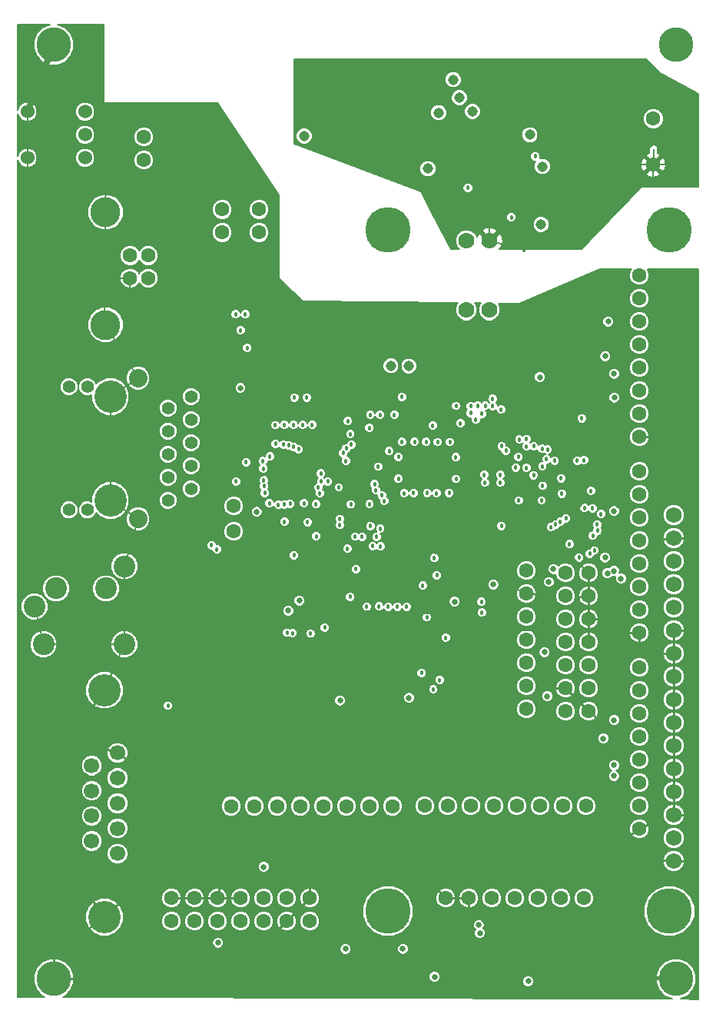
<source format=gbr>
G04 (created by PCBNEW-RS274X (2010-03-14)-final) date Wed 26 Oct 2011 11:50:53 AM EDT*
G01*
G70*
G90*
%MOIN*%
G04 Gerber Fmt 3.4, Leading zero omitted, Abs format*
%FSLAX34Y34*%
G04 APERTURE LIST*
%ADD10C,0.001000*%
%ADD11C,0.150000*%
%ADD12C,0.063000*%
%ADD13C,0.129900*%
%ADD14C,0.060000*%
%ADD15C,0.094500*%
%ADD16C,0.140000*%
%ADD17C,0.066900*%
%ADD18C,0.068900*%
%ADD19C,0.196900*%
%ADD20C,0.080000*%
%ADD21C,0.055000*%
%ADD22C,0.070000*%
%ADD23C,0.018000*%
%ADD24C,0.025000*%
%ADD25C,0.045000*%
%ADD26C,0.008000*%
%ADD27C,0.010000*%
%ADD28C,0.005000*%
%ADD29C,0.015000*%
%ADD30C,0.025000*%
%ADD31C,0.007000*%
G04 APERTURE END LIST*
G54D10*
G54D11*
X18000Y-32000D03*
X-09000Y08500D03*
X18000Y08500D03*
X-09000Y-32000D03*
G54D12*
X-05100Y03500D03*
X-05100Y04500D03*
X-01699Y01364D03*
X-01699Y00364D03*
X-00099Y01364D03*
X-00099Y00364D03*
X11500Y-14300D03*
X11500Y-15300D03*
X11500Y-16300D03*
X11500Y-17300D03*
X11500Y-18300D03*
X11500Y-19300D03*
X11500Y-20300D03*
X14200Y-20400D03*
X13200Y-20400D03*
X14200Y-19400D03*
X13200Y-19400D03*
X14200Y-18400D03*
X13200Y-18400D03*
X14200Y-17400D03*
X13200Y-17400D03*
X14200Y-16400D03*
X13200Y-16400D03*
X14200Y-15400D03*
X13200Y-15400D03*
X14200Y-14400D03*
X13200Y-14400D03*
X16400Y-01500D03*
X16400Y-02500D03*
X16400Y-04500D03*
X16400Y-05500D03*
X16400Y-06500D03*
X16400Y-07500D03*
X16400Y-08500D03*
X16400Y-03500D03*
X16400Y-10000D03*
X16400Y-11000D03*
X16400Y-13000D03*
X16400Y-14000D03*
X16400Y-15000D03*
X16400Y-16000D03*
X16400Y-17000D03*
X16400Y-12000D03*
X16400Y-18500D03*
X16400Y-19500D03*
X16400Y-21500D03*
X16400Y-22500D03*
X16400Y-23500D03*
X16400Y-24500D03*
X16400Y-25500D03*
X16400Y-20500D03*
G54D13*
X-06760Y01241D03*
X-06760Y-03641D03*
G54D12*
X-05693Y-00637D03*
X-04906Y-00637D03*
X-04906Y-01621D03*
X-05693Y-01621D03*
G54D14*
X-07650Y03600D03*
X-07650Y04600D03*
X-07650Y05600D03*
X-10150Y05600D03*
X-10150Y03600D03*
G54D15*
X-09849Y-15859D03*
X-08904Y-15072D03*
X-06739Y-15072D03*
X-05951Y-14107D03*
X-05951Y-17493D03*
X-09455Y-17493D03*
G54D12*
X03690Y-24510D03*
X04690Y-24510D03*
X05690Y-24510D03*
X02690Y-24510D03*
X01690Y-24510D03*
X00690Y-24510D03*
X-00310Y-24510D03*
X-01310Y-24510D03*
X14083Y-24496D03*
X13083Y-24496D03*
X12083Y-24496D03*
X11083Y-24496D03*
X10083Y-24496D03*
X09083Y-24496D03*
X08083Y-24496D03*
X07083Y-24496D03*
G54D16*
X-06800Y-19480D03*
G54D17*
X-06241Y-22206D03*
X-06241Y-23297D03*
X-06241Y-24387D03*
X-06241Y-25478D03*
X-06241Y-26569D03*
X-07359Y-22752D03*
X-07359Y-23842D03*
X-07359Y-24933D03*
X-07359Y-26023D03*
G54D16*
X-06800Y-29319D03*
G54D18*
X17900Y-26898D03*
X17900Y-25898D03*
X17900Y-24898D03*
X17900Y-23898D03*
X17900Y-22898D03*
X17900Y-21898D03*
X17900Y-20898D03*
X17900Y-19898D03*
X17900Y-18898D03*
X17900Y-17898D03*
X17900Y-16898D03*
X17900Y-15898D03*
X17900Y-14898D03*
X17900Y-13898D03*
X17900Y-12898D03*
X17900Y-11898D03*
G54D19*
X17703Y-29063D03*
X05498Y-29063D03*
X05498Y00464D03*
X17703Y00464D03*
G54D12*
X02100Y-28500D03*
X02100Y-29500D03*
X01100Y-28500D03*
X01100Y-29500D03*
X00100Y-28500D03*
X00100Y-29500D03*
X-00900Y-28500D03*
X-00900Y-29500D03*
X-01900Y-28500D03*
X-01900Y-29500D03*
X-02900Y-28500D03*
X-02900Y-29500D03*
X-03900Y-28500D03*
X-03900Y-29500D03*
X08000Y-28500D03*
X09000Y-28500D03*
X10000Y-28500D03*
X11000Y-28500D03*
X12000Y-28500D03*
X13000Y-28500D03*
X14000Y-28500D03*
G54D16*
X-06550Y-06750D03*
X-06550Y-11250D03*
G54D20*
X-05350Y-05950D03*
X-05350Y-12050D03*
G54D21*
X-07550Y-06330D03*
X-08350Y-06330D03*
X-07550Y-11670D03*
X-08350Y-11670D03*
X-03050Y-06750D03*
X-04050Y-07250D03*
X-03050Y-07750D03*
X-04050Y-08250D03*
X-03050Y-08750D03*
X-04050Y-09250D03*
X-03050Y-09750D03*
X-04050Y-10250D03*
X-03050Y-10750D03*
X-04050Y-11250D03*
G54D22*
X08900Y-03000D03*
X09900Y-03000D03*
X09900Y00000D03*
X08900Y00000D03*
G54D12*
X17000Y05300D03*
X17000Y03300D03*
X-01200Y-11500D03*
X-01200Y-12600D03*
G54D23*
X03859Y-08377D03*
X01854Y-11374D03*
X14014Y-11576D03*
X10421Y-12362D03*
X04107Y-14237D03*
X04573Y-15863D03*
X00101Y-10385D03*
X01251Y-11401D03*
X00367Y-09353D03*
X01615Y-09038D03*
X-00662Y-09598D03*
X00601Y-07989D03*
X00998Y-07986D03*
X01395Y-07986D03*
X01799Y-07986D03*
X04969Y-10816D03*
X02539Y-10943D03*
G54D24*
X15297Y-23200D03*
X15603Y-14641D03*
X15320Y-06792D03*
G54D23*
X13784Y-13740D03*
X07999Y-17215D03*
X05901Y-15859D03*
X07503Y-13755D03*
X07177Y-16324D03*
G54D24*
X15309Y-05761D03*
X15301Y-14316D03*
X15305Y-22738D03*
G54D23*
X09563Y-16121D03*
X06302Y-15863D03*
X04731Y-12368D03*
X14739Y-11844D03*
X05160Y-12475D03*
X14368Y-11601D03*
X03857Y-15435D03*
X03740Y-13351D03*
X04997Y-12836D03*
X14574Y-12301D03*
X02754Y-16764D03*
X02132Y-17025D03*
X04067Y-12823D03*
X14459Y-13424D03*
X05169Y-13251D03*
X14383Y-12787D03*
X04833Y-13240D03*
X14589Y-12561D03*
X04367Y-12837D03*
X14244Y-13571D03*
X04693Y-11418D03*
X01353Y-17011D03*
X03883Y-11425D03*
X01119Y-16989D03*
X02476Y-10696D03*
X04910Y-10552D03*
X03757Y-07821D03*
X02595Y-10439D03*
X05231Y-11040D03*
X-02163Y-13200D03*
X00112Y-10638D03*
X03902Y-08837D03*
X00998Y-11428D03*
X02372Y-11420D03*
X03676Y-09546D03*
X00734Y-11447D03*
X03549Y-09199D03*
X00348Y-11383D03*
X00150Y-10936D03*
X03690Y-08994D03*
X12187Y-09020D03*
X09390Y-07153D03*
X09544Y-15652D03*
G54D24*
X14922Y-05004D03*
X14912Y-13729D03*
X15010Y-14409D03*
X14840Y-21580D03*
G54D23*
X05501Y-15868D03*
X11158Y-09369D03*
X09309Y-07757D03*
X05104Y-15854D03*
X07615Y-14498D03*
X06956Y-18737D03*
X09084Y-07468D03*
X11813Y-10162D03*
X11035Y-09829D03*
X09090Y-07165D03*
G54D24*
X12674Y-14225D03*
G54D23*
X05330Y-11278D03*
X-01927Y-13379D03*
X02587Y-10085D03*
X02878Y-10435D03*
G54D24*
X12472Y-14791D03*
G54D23*
X11882Y03663D03*
G54D25*
X11648Y04597D03*
X12139Y00713D03*
X12198Y03226D03*
G54D24*
X-00907Y-06384D03*
G54D25*
X06396Y-05431D03*
X05614Y-05422D03*
G54D23*
X-00698Y-08993D03*
G54D24*
X-00309Y-03381D03*
X-00307Y-03688D03*
X-01492Y-03688D03*
X-01500Y-03378D03*
X-00899Y-02621D03*
X-00903Y-01844D03*
X-00899Y-01015D03*
X-00888Y-00336D03*
G54D23*
X-01097Y-04396D03*
G54D24*
X10098Y-17261D03*
X10691Y-17834D03*
G54D23*
X12597Y-06065D03*
X13198Y-06013D03*
X12035Y-06392D03*
G54D25*
X05501Y-04794D03*
G54D24*
X-02264Y-30549D03*
X05399Y-31016D03*
X04392Y-31013D03*
X06687Y-31888D03*
X11298Y-30397D03*
X10266Y-29399D03*
G54D25*
X-02102Y05592D03*
X-04044Y05582D03*
G54D23*
X07753Y-05296D03*
X09896Y-03927D03*
X09986Y-06120D03*
G54D25*
X06375Y-26692D03*
X14599Y-26688D03*
X-01795Y-26712D03*
G54D24*
X11583Y-31700D03*
X03891Y-29550D03*
G54D23*
X01299Y-09872D03*
X01622Y-10194D03*
X00946Y-10209D03*
X01295Y-10554D03*
X02841Y-09170D03*
X02877Y-08093D03*
X03303Y-06907D03*
X00868Y-06397D03*
G54D24*
X00721Y-15281D03*
X-00491Y-14328D03*
X00897Y-13604D03*
G54D23*
X01830Y-13195D03*
G54D24*
X07489Y-16159D03*
X02550Y-15603D03*
X02389Y-13744D03*
G54D23*
X01504Y-12197D03*
X04362Y-06820D03*
X06097Y-07539D03*
X07355Y-07494D03*
X06967Y-08015D03*
X05091Y-08619D03*
X05519Y-09788D03*
X05498Y-10364D03*
X07196Y-10307D03*
X06576Y-09995D03*
X06570Y-09357D03*
X07196Y-09372D03*
X07827Y-09385D03*
X06570Y-10307D03*
X07837Y-10314D03*
X07821Y-09688D03*
X06877Y-09679D03*
X07199Y-09998D03*
X07199Y-09998D03*
X07514Y-09995D03*
X07199Y-09685D03*
G54D24*
X07693Y-06297D03*
X12269Y-17039D03*
X00843Y-18003D03*
X03555Y-17528D03*
X06178Y-17956D03*
X03597Y-20667D03*
X06841Y-20401D03*
X05992Y-19419D03*
X-01960Y-20492D03*
X-03739Y-20142D03*
X-02240Y-23601D03*
X02888Y-19373D03*
G54D23*
X04189Y-13215D03*
X04687Y-08734D03*
X10404Y-12968D03*
X10336Y-06858D03*
X01397Y-07583D03*
X13821Y-11445D03*
X13054Y-11337D03*
X12159Y-10973D03*
X13008Y-10625D03*
X12173Y-10231D03*
X12971Y-09944D03*
X13862Y-08527D03*
X13359Y-13590D03*
G54D24*
X15030Y-01497D03*
X15305Y-10695D03*
X15296Y-12718D03*
X15305Y-18186D03*
X15324Y-21195D03*
X-00291Y-12766D03*
G54D23*
X00201Y-12175D03*
X-03586Y-18200D03*
X00556Y-07402D03*
X-00049Y-08250D03*
G54D24*
X15301Y-10249D03*
X08897Y-10345D03*
G54D23*
X-00397Y-11222D03*
X-00716Y-10603D03*
G54D24*
X15079Y-04499D03*
X08113Y-19699D03*
X-03995Y-23838D03*
G54D23*
X04031Y-07951D03*
G54D24*
X07765Y-11498D03*
X-00100Y-04527D03*
G54D25*
X08540Y04021D03*
X10989Y06038D03*
X11615Y05592D03*
X08040Y04408D03*
X13699Y00604D03*
G54D23*
X11401Y-00390D03*
X10199Y03801D03*
G54D25*
X02819Y04567D03*
X11600Y01198D03*
G54D23*
X03407Y-12322D03*
X11498Y-09843D03*
X09568Y-07504D03*
X09698Y-10490D03*
X12563Y-12421D03*
X10366Y-10485D03*
X12973Y-12183D03*
X05071Y-09790D03*
X09672Y-10147D03*
X12768Y-12296D03*
X10369Y-10148D03*
X13215Y-12038D03*
X05549Y-09121D03*
X01968Y-06794D03*
X07739Y-19041D03*
X-00903Y-03882D03*
X-01113Y-03187D03*
X-00693Y-03187D03*
X-00609Y-04641D03*
X09711Y-07153D03*
X13702Y-09532D03*
X10428Y-08906D03*
X13997Y-09507D03*
X11821Y-08904D03*
X10031Y-06855D03*
X11509Y-08911D03*
X10033Y-07166D03*
X11503Y-08594D03*
X10395Y-07320D03*
X12727Y-09535D03*
X08643Y-07911D03*
X12420Y-09053D03*
X10616Y-09103D03*
X12376Y-09466D03*
X08454Y-07156D03*
X01186Y-08868D03*
X03407Y-12059D03*
X00062Y-09551D03*
X00611Y-08805D03*
G54D24*
X09481Y-30011D03*
G54D23*
X00958Y-08836D03*
X01408Y-08937D03*
G54D24*
X09431Y-29658D03*
G54D23*
X00090Y-09880D03*
X10847Y01023D03*
X08968Y02296D03*
G54D25*
X07228Y03127D03*
X01853Y04547D03*
X08317Y06990D03*
X09164Y05618D03*
X08596Y06202D03*
X07703Y05556D03*
G54D23*
X06650Y-08717D03*
X07153Y-08719D03*
X07656Y-08723D03*
X08184Y-08724D03*
X06099Y-08720D03*
X08436Y-09385D03*
X05949Y-09371D03*
X07438Y-08009D03*
X-01101Y-10431D03*
X11194Y-08609D03*
X12159Y-11257D03*
X12205Y-10622D03*
X12192Y-09779D03*
X13035Y-10961D03*
X13003Y-10292D03*
X11166Y-11258D03*
X06195Y-10942D03*
X06601Y-10939D03*
X07192Y-10928D03*
X07596Y-10945D03*
X08150Y-10928D03*
X05948Y-10320D03*
X08450Y-10323D03*
X03361Y-10690D03*
X02003Y-12197D03*
X02378Y-12809D03*
G54D24*
X01168Y-16036D03*
X01652Y-15599D03*
G54D23*
X07003Y-14950D03*
G54D24*
X10064Y-14904D03*
X08390Y-15646D03*
X12292Y-17833D03*
X12409Y-19741D03*
G54D23*
X13371Y-13152D03*
X02208Y-07983D03*
X01429Y-06793D03*
G54D24*
X03413Y-19926D03*
X06404Y-19820D03*
G54D23*
X13904Y-07692D03*
X14299Y-10842D03*
X01003Y-12179D03*
X01412Y-13634D03*
X07461Y-19450D03*
X-04051Y-20158D03*
G54D24*
X15053Y-03499D03*
X15300Y-11719D03*
X15306Y-20776D03*
G54D23*
X04688Y-08114D03*
X04727Y-07545D03*
X05154Y-07546D03*
X05774Y-07546D03*
X06098Y-06771D03*
G54D24*
X-00202Y-11752D03*
X00099Y-27145D03*
X07519Y-31907D03*
X11580Y-32104D03*
X12087Y-05914D03*
X-01877Y-30432D03*
X06137Y-30694D03*
X03657Y-30703D03*
G54D26*
X16999Y03258D02*
X17017Y03988D01*
X07753Y-05296D02*
X09896Y-03927D01*
X09896Y-03927D02*
X09986Y-06120D01*
X-05350Y-12050D02*
X-06550Y-11250D01*
X-06550Y-11250D02*
X-06550Y-06750D01*
X-05350Y-05950D02*
X-06550Y-06750D01*
X-05350Y-05950D02*
X-06795Y-03584D01*
X-05350Y-12050D02*
X-05951Y-14107D01*
X-05951Y-17493D02*
X-09455Y-17493D01*
X-09455Y-17493D02*
X-09849Y-15859D01*
X-05951Y-17493D02*
X-06800Y-19480D01*
X-05951Y-14107D02*
X-05951Y-17493D01*
G54D27*
X-09000Y-32000D02*
X-09009Y-30906D01*
X-06800Y-29319D02*
X-08340Y-27197D01*
X-08340Y-27197D02*
X-08384Y-21538D01*
X-08384Y-21538D02*
X-06800Y-19480D01*
X-06241Y-22206D02*
X-08384Y-21538D01*
X-03900Y-28500D02*
X-02900Y-28500D01*
X-02981Y-28500D02*
X-01900Y-28500D01*
X-01900Y-28500D02*
X-00900Y-28500D01*
X06375Y-26692D02*
X08000Y-28500D01*
X08000Y-28500D02*
X09000Y-28500D01*
X-06800Y-29319D02*
X-04245Y-26824D01*
X-04245Y-26824D02*
X-01795Y-26712D01*
X-01849Y-28500D02*
X-01795Y-26712D01*
G54D28*
X07489Y-16159D02*
X10098Y-17261D01*
X10098Y-17261D02*
X10691Y-17834D01*
X07489Y-16159D02*
X05893Y-16155D01*
X05893Y-16155D02*
X03574Y-16001D01*
X02550Y-15603D02*
X03574Y-16001D01*
G54D26*
X02550Y-15603D02*
X02389Y-13744D01*
X02389Y-13744D02*
X01830Y-13195D01*
X01830Y-13195D02*
X00897Y-13604D01*
X00721Y-15281D02*
X00897Y-13604D01*
X-00491Y-14328D02*
X00721Y-15281D01*
X01830Y-13195D02*
X01504Y-12197D01*
X01504Y-12197D02*
X01545Y-10892D01*
X01545Y-10892D02*
X01295Y-10554D01*
X01295Y-10554D02*
X01299Y-09872D01*
X01299Y-09872D02*
X02841Y-09170D01*
X02841Y-09170D02*
X02877Y-08093D01*
X02877Y-08093D02*
X03303Y-06907D01*
X06967Y-08015D02*
X07355Y-07494D01*
X06967Y-08015D02*
X06097Y-07539D01*
X06097Y-07539D02*
X05886Y-07178D01*
X05886Y-07178D02*
X04362Y-06820D01*
X04362Y-06820D02*
X03303Y-06907D01*
X06967Y-08015D02*
X06900Y-09197D01*
X06900Y-09197D02*
X07196Y-09372D01*
X07355Y-07494D02*
X07693Y-06297D01*
X07693Y-06297D02*
X07753Y-05296D01*
X07693Y-06297D02*
X09986Y-06120D01*
X07753Y-05296D02*
X06161Y-04829D01*
X06161Y-04829D02*
X05501Y-04794D01*
X05501Y-04794D02*
X-00100Y-04527D01*
X-00469Y-04314D02*
X-01097Y-04396D01*
X-00469Y-04314D02*
X-00307Y-03688D01*
X-00307Y-03688D02*
X-00309Y-03381D01*
X-00309Y-03381D02*
X-00405Y-02902D01*
X-00405Y-02902D02*
X-00899Y-02621D01*
X-00899Y-02621D02*
X-00903Y-01844D01*
X-00903Y-01844D02*
X-00899Y-01015D01*
X-00899Y-01015D02*
X-00888Y-00336D01*
X-00888Y-00336D02*
X-01131Y03299D01*
X-01131Y03299D02*
X-02102Y05592D01*
X-04044Y05582D02*
X-02102Y05592D01*
X-06795Y-03584D02*
X-06780Y-01579D01*
X-06760Y01182D02*
X-06741Y02714D01*
X-06730Y04379D02*
X-04044Y05582D01*
X-06730Y04379D02*
X-06741Y02714D01*
X-06741Y02714D02*
X-10140Y02709D01*
X-10140Y02709D02*
X-10150Y03600D01*
X-10149Y03525D02*
X-10150Y05600D01*
G54D27*
X-01795Y-26712D02*
X02087Y-26707D01*
X02100Y-28500D02*
X02087Y-26707D01*
X02087Y-26707D02*
X06375Y-26692D01*
X-02264Y-30549D02*
X-04762Y-32071D01*
X-04762Y-32071D02*
X-09000Y-32000D01*
X-09009Y-30906D02*
X-06800Y-29319D01*
X06375Y-26692D02*
X14599Y-26688D01*
X14599Y-26688D02*
X17900Y-26898D01*
X17900Y-26898D02*
X18561Y-26876D01*
X17900Y-24898D02*
X17900Y-23898D01*
X17900Y-23974D02*
X17900Y-22898D01*
X17900Y-22898D02*
X17900Y-21898D01*
X17900Y-21898D02*
X17900Y-20898D01*
X17900Y-20994D02*
X17900Y-19898D01*
X17900Y-19898D02*
X17900Y-18898D01*
X17900Y-18898D02*
X17900Y-17898D01*
X17900Y-17898D02*
X17900Y-16898D01*
X17900Y-16898D02*
X18569Y-16901D01*
X18569Y-16901D02*
X18546Y-12887D01*
X18546Y-12887D02*
X17899Y-12898D01*
X17899Y-12898D02*
X17231Y-12910D01*
X17900Y-24898D02*
X18546Y-24885D01*
X18546Y-24885D02*
X18561Y-26876D01*
X17900Y-17898D02*
X16379Y-17881D01*
X16379Y-17881D02*
X16400Y-17000D01*
X16400Y-17000D02*
X15127Y-16955D01*
X15127Y-16955D02*
X15119Y-16395D01*
X15119Y-16395D02*
X14200Y-16400D01*
X14200Y-16400D02*
X14200Y-15400D01*
X14200Y-15400D02*
X14200Y-14400D01*
X14200Y-16400D02*
X14200Y-17400D01*
X13200Y-19400D02*
X14200Y-20400D01*
X13200Y-19400D02*
X12193Y-19367D01*
X12193Y-19367D02*
X12162Y-18846D01*
X12162Y-18846D02*
X11221Y-18830D01*
X11221Y-18830D02*
X10614Y-18511D01*
X10614Y-18511D02*
X10691Y-17834D01*
X10098Y-17261D02*
X10784Y-16838D01*
X10784Y-16838D02*
X12165Y-16877D01*
X12165Y-16877D02*
X12269Y-17039D01*
X12165Y-16877D02*
X12184Y-15308D01*
X12184Y-15308D02*
X11500Y-15300D01*
X12269Y-17039D02*
X13027Y-16916D01*
X13027Y-16916D02*
X13682Y-16916D01*
X13682Y-16916D02*
X13682Y-15444D01*
X13682Y-15444D02*
X14200Y-15400D01*
X17231Y-12910D02*
X17228Y-08460D01*
X17228Y-08460D02*
X16400Y-08500D01*
X14599Y-26688D02*
X16400Y-25500D01*
X16400Y-25500D02*
X17177Y-25095D01*
G54D28*
X03574Y-16001D02*
X03555Y-17528D01*
X00843Y-18003D02*
X03555Y-17528D01*
X03555Y-17528D02*
X06178Y-17956D01*
X06178Y-17956D02*
X05992Y-19419D01*
X05992Y-19419D02*
X06202Y-20357D01*
X06202Y-20357D02*
X06841Y-20401D01*
X05992Y-19419D02*
X03597Y-20667D01*
G54D27*
X-02240Y-23601D02*
X-01960Y-20492D01*
X-01960Y-20492D02*
X-03739Y-20142D01*
X-01960Y-20492D02*
X00843Y-18003D01*
X00843Y-18003D02*
X02888Y-19373D01*
X02888Y-19373D02*
X03009Y-20014D01*
X03009Y-20014D02*
X03597Y-20667D01*
G54D26*
X-06780Y-01579D02*
X-06760Y01241D01*
X-05693Y-01621D02*
X-06780Y-01579D01*
X-05693Y-01621D02*
X-05705Y-02381D01*
X02389Y-13744D02*
X03607Y-13105D01*
X03607Y-13105D02*
X04189Y-13215D01*
X03607Y-13105D02*
X04125Y-11965D01*
X04125Y-11965D02*
X05383Y-11835D01*
X05383Y-11835D02*
X05622Y-11524D01*
X05622Y-11524D02*
X05681Y-10941D01*
X05681Y-10941D02*
X05498Y-10364D01*
X05498Y-10364D02*
X05519Y-09788D01*
X05519Y-09788D02*
X06576Y-09995D01*
X06576Y-09995D02*
X06877Y-09679D01*
X06877Y-09679D02*
X07196Y-09372D01*
G54D28*
X10404Y-12968D02*
X10702Y-14913D01*
X10702Y-14913D02*
X11500Y-15300D01*
G54D26*
X09986Y-06120D02*
X10336Y-06858D01*
X01397Y-07583D02*
X02314Y-07770D01*
X02314Y-07770D02*
X02877Y-08093D01*
X10336Y-06858D02*
X12035Y-06392D01*
X00868Y-06397D02*
X01397Y-07583D01*
G54D28*
X13821Y-11445D02*
X10404Y-12968D01*
X13821Y-11445D02*
X13054Y-11337D01*
X13054Y-11337D02*
X12159Y-10973D01*
X12159Y-10973D02*
X13008Y-10625D01*
X13008Y-10625D02*
X12173Y-10231D01*
X12173Y-10231D02*
X12971Y-09944D01*
X12971Y-09944D02*
X13862Y-08527D01*
X13359Y-13590D02*
X14200Y-14400D01*
G54D26*
X12035Y-06392D02*
X12597Y-06065D01*
X12597Y-06065D02*
X15030Y-01497D01*
G54D28*
X13821Y-11445D02*
X15305Y-10695D01*
X15305Y-10695D02*
X15030Y-11655D01*
X15030Y-11655D02*
X15055Y-12477D01*
X15055Y-12477D02*
X15296Y-12718D01*
G54D27*
X16379Y-17881D02*
X15305Y-18186D01*
X14200Y-20400D02*
X15009Y-21060D01*
X15009Y-21060D02*
X15324Y-21195D01*
X-02264Y-30549D02*
X-01687Y-30781D01*
X-01687Y-30781D02*
X-00100Y-30700D01*
X-00100Y-30700D02*
X01100Y-29500D01*
X01100Y-29500D02*
X02100Y-28500D01*
X04392Y-31013D02*
X04266Y-29796D01*
X04266Y-29796D02*
X03891Y-29550D01*
X04392Y-31013D02*
X05399Y-31016D01*
X05399Y-31016D02*
X06283Y-30199D01*
X06283Y-30199D02*
X09017Y-29538D01*
X09017Y-29538D02*
X09000Y-28500D01*
X09017Y-29538D02*
X09589Y-29303D01*
X09589Y-29303D02*
X10266Y-29399D01*
X10266Y-29399D02*
X11298Y-30397D01*
X11298Y-30397D02*
X11583Y-31700D01*
G54D26*
X00897Y-13604D02*
X-00291Y-12766D01*
X-00291Y-12766D02*
X00201Y-12175D01*
G54D27*
X-03739Y-20142D02*
X-03586Y-18200D01*
G54D26*
X-00049Y-08250D02*
X00556Y-07402D01*
X00556Y-07402D02*
X01397Y-07583D01*
X-01097Y-04396D02*
X-00650Y-05592D01*
X-00650Y-05592D02*
X00868Y-06397D01*
G54D28*
X15305Y-10695D02*
X15301Y-10249D01*
G54D26*
X06877Y-09679D02*
X07199Y-09998D01*
X07199Y-09998D02*
X07514Y-09995D01*
X07514Y-09995D02*
X08750Y-10054D01*
X08750Y-10054D02*
X08897Y-10345D01*
X04687Y-08734D02*
X05519Y-09788D01*
X-00397Y-11222D02*
X00035Y-11616D01*
X00035Y-11616D02*
X00200Y-11997D01*
X00200Y-11997D02*
X00201Y-12175D01*
X-00397Y-11222D02*
X-00716Y-10603D01*
X04687Y-08734D02*
X05091Y-08619D01*
X08113Y-19699D02*
X06841Y-20401D01*
G54D29*
X11583Y-31700D02*
X18000Y-32000D01*
G54D27*
X05399Y-31016D02*
X06687Y-31888D01*
X-03995Y-23838D02*
X-02240Y-23601D01*
X-03995Y-23838D02*
X-06241Y-22206D01*
G54D26*
X02877Y-08093D02*
X03699Y-08070D01*
X03699Y-08070D02*
X04031Y-07951D01*
X05622Y-11524D02*
X07765Y-11498D01*
X12597Y-06065D02*
X13198Y-06013D01*
X13198Y-06013D02*
X15079Y-04499D01*
X-00698Y-08993D02*
X-00049Y-08250D01*
X-00100Y-04527D02*
X-00469Y-04314D01*
G54D30*
X-10150Y05600D02*
X-09000Y08500D01*
G54D26*
X11600Y01198D02*
X11401Y-00390D01*
X11401Y-00390D02*
X13699Y00604D01*
X11600Y01198D02*
X10199Y03801D01*
X09900Y00000D02*
X11401Y-00390D01*
X10199Y03801D02*
X08540Y04021D01*
X08040Y04408D02*
X08540Y04021D01*
X10199Y03801D02*
X11615Y05592D01*
X11615Y05592D02*
X10989Y06038D01*
X16265Y03304D02*
X17000Y03300D01*
X17000Y03300D02*
X16986Y02565D01*
X17000Y03300D02*
X17674Y03308D01*
X09900Y00000D02*
X09883Y00578D01*
X03119Y04567D02*
X08040Y04408D01*
X03119Y04567D02*
X02819Y04567D01*
X13699Y00604D02*
X16265Y03304D01*
G54D10*
G36*
X18975Y-32874D02*
X18975Y-01225D01*
X16744Y-01224D01*
X16772Y-01252D01*
X16839Y-01413D01*
X16839Y-01588D01*
X16772Y-01749D01*
X16648Y-01872D01*
X16487Y-01939D01*
X16312Y-01939D01*
X16151Y-01872D01*
X16028Y-01748D01*
X15961Y-01587D01*
X15961Y-01412D01*
X16028Y-01251D01*
X16054Y-01224D01*
X14705Y-01224D01*
X11205Y-02725D01*
X10287Y-02715D01*
X10303Y-02731D01*
X10375Y-02906D01*
X10375Y-03095D01*
X10302Y-03269D01*
X10169Y-03403D01*
X09994Y-03475D01*
X09805Y-03475D01*
X09631Y-03402D01*
X09497Y-03269D01*
X09425Y-03094D01*
X09425Y-02905D01*
X09498Y-02731D01*
X09521Y-02706D01*
X09276Y-02704D01*
X09303Y-02731D01*
X09375Y-02906D01*
X09375Y-03095D01*
X09302Y-03269D01*
X09169Y-03403D01*
X08994Y-03475D01*
X08805Y-03475D01*
X08631Y-03402D01*
X08497Y-03269D01*
X08425Y-03094D01*
X08425Y-02905D01*
X08498Y-02731D01*
X08532Y-02696D01*
X01789Y-02624D01*
X00775Y-01610D01*
X00775Y01992D01*
X-01913Y05975D01*
X-06825Y05975D01*
X-06825Y09375D01*
X-08825Y09375D01*
X-08504Y09241D01*
X-08258Y08995D01*
X-08125Y08673D01*
X-08125Y08325D01*
X-08259Y08004D01*
X-08505Y07758D01*
X-08827Y07625D01*
X-09175Y07625D01*
X-09496Y07759D01*
X-09742Y08005D01*
X-09875Y08327D01*
X-09875Y08675D01*
X-09741Y08996D01*
X-09495Y09242D01*
X-09173Y09375D01*
X-10575Y09375D01*
X-10575Y05685D01*
X-10510Y05841D01*
X-10390Y05961D01*
X-10234Y06025D01*
X-10065Y06025D01*
X-09909Y05960D01*
X-09789Y05840D01*
X-09725Y05684D01*
X-09725Y05515D01*
X-09790Y05359D01*
X-09910Y05239D01*
X-10066Y05175D01*
X-10235Y05175D01*
X-10391Y05240D01*
X-10511Y05360D01*
X-10575Y05516D01*
X-10575Y03685D01*
X-10510Y03841D01*
X-10390Y03961D01*
X-10234Y04025D01*
X-10065Y04025D01*
X-09909Y03960D01*
X-09789Y03840D01*
X-09725Y03684D01*
X-09725Y03515D01*
X-09790Y03359D01*
X-09910Y03239D01*
X-10066Y03175D01*
X-10235Y03175D01*
X-10391Y03240D01*
X-10511Y03360D01*
X-10575Y03516D01*
X-10575Y-32775D01*
X-09405Y-32778D01*
X-09496Y-32741D01*
X-09742Y-32495D01*
X-09875Y-32173D01*
X-09875Y-31825D01*
X-09741Y-31504D01*
X-09574Y-31337D01*
X-09574Y-18089D01*
X-09793Y-17998D01*
X-09960Y-17830D01*
X-10051Y-17611D01*
X-10051Y-17374D01*
X-09968Y-17174D01*
X-09968Y-16455D01*
X-10187Y-16364D01*
X-10354Y-16196D01*
X-10445Y-15977D01*
X-10445Y-15740D01*
X-10354Y-15521D01*
X-10186Y-15354D01*
X-09967Y-15263D01*
X-09730Y-15263D01*
X-09511Y-15354D01*
X-09344Y-15522D01*
X-09253Y-15741D01*
X-09253Y-15978D01*
X-09344Y-16197D01*
X-09512Y-16364D01*
X-09731Y-16455D01*
X-09968Y-16455D01*
X-09968Y-17174D01*
X-09960Y-17155D01*
X-09792Y-16988D01*
X-09573Y-16897D01*
X-09336Y-16897D01*
X-09117Y-16988D01*
X-09023Y-17082D01*
X-09023Y-15668D01*
X-09242Y-15577D01*
X-09409Y-15409D01*
X-09500Y-15190D01*
X-09500Y-14953D01*
X-09409Y-14734D01*
X-09241Y-14567D01*
X-09022Y-14476D01*
X-08785Y-14476D01*
X-08566Y-14567D01*
X-08430Y-14703D01*
X-08430Y-12069D01*
X-08576Y-12008D01*
X-08688Y-11896D01*
X-08749Y-11749D01*
X-08749Y-11590D01*
X-08688Y-11444D01*
X-08576Y-11332D01*
X-08430Y-11271D01*
X-08430Y-06729D01*
X-08576Y-06668D01*
X-08688Y-06556D01*
X-08749Y-06409D01*
X-08749Y-06250D01*
X-08688Y-06104D01*
X-08576Y-05992D01*
X-08429Y-05931D01*
X-08270Y-05931D01*
X-08124Y-05992D01*
X-08012Y-06104D01*
X-07951Y-06251D01*
X-07951Y-06410D01*
X-08012Y-06556D01*
X-08124Y-06668D01*
X-08271Y-06729D01*
X-08430Y-06729D01*
X-08430Y-11271D01*
X-08429Y-11271D01*
X-08270Y-11271D01*
X-08124Y-11332D01*
X-08012Y-11444D01*
X-07951Y-11591D01*
X-07951Y-11750D01*
X-08012Y-11896D01*
X-08124Y-12008D01*
X-08271Y-12069D01*
X-08430Y-12069D01*
X-08430Y-14703D01*
X-08399Y-14735D01*
X-08308Y-14954D01*
X-08308Y-15191D01*
X-08399Y-15410D01*
X-08567Y-15577D01*
X-08786Y-15668D01*
X-09023Y-15668D01*
X-09023Y-17082D01*
X-08950Y-17156D01*
X-08859Y-17375D01*
X-08859Y-17612D01*
X-08950Y-17831D01*
X-09118Y-17998D01*
X-09337Y-18089D01*
X-09574Y-18089D01*
X-09574Y-31337D01*
X-09495Y-31258D01*
X-09173Y-31125D01*
X-08825Y-31125D01*
X-08504Y-31259D01*
X-08258Y-31505D01*
X-08125Y-31827D01*
X-08125Y-32175D01*
X-08259Y-32496D01*
X-08505Y-32742D01*
X-08600Y-32781D01*
X-06965Y-32787D01*
X-06965Y-30144D01*
X-07268Y-30018D01*
X-07500Y-29785D01*
X-07625Y-29482D01*
X-07625Y-29154D01*
X-07499Y-28851D01*
X-07450Y-28802D01*
X-07450Y-26481D01*
X-07619Y-26411D01*
X-07747Y-26282D01*
X-07817Y-26114D01*
X-07817Y-25932D01*
X-07747Y-25763D01*
X-07618Y-25635D01*
X-07450Y-25565D01*
X-07450Y-25391D01*
X-07619Y-25321D01*
X-07747Y-25192D01*
X-07817Y-25024D01*
X-07817Y-24842D01*
X-07747Y-24673D01*
X-07618Y-24545D01*
X-07450Y-24475D01*
X-07450Y-24300D01*
X-07619Y-24230D01*
X-07747Y-24101D01*
X-07817Y-23933D01*
X-07817Y-23751D01*
X-07747Y-23582D01*
X-07618Y-23454D01*
X-07450Y-23384D01*
X-07450Y-23210D01*
X-07619Y-23140D01*
X-07747Y-23011D01*
X-07817Y-22843D01*
X-07817Y-22661D01*
X-07747Y-22492D01*
X-07618Y-22364D01*
X-07450Y-22294D01*
X-07268Y-22294D01*
X-07099Y-22364D01*
X-06971Y-22493D01*
X-06965Y-22507D01*
X-06965Y-20305D01*
X-07268Y-20179D01*
X-07500Y-19946D01*
X-07625Y-19643D01*
X-07625Y-19315D01*
X-07499Y-19012D01*
X-07266Y-18780D01*
X-06963Y-18655D01*
X-06858Y-18655D01*
X-06858Y-15668D01*
X-07077Y-15577D01*
X-07244Y-15409D01*
X-07335Y-15190D01*
X-07335Y-14953D01*
X-07244Y-14734D01*
X-07076Y-14567D01*
X-06857Y-14476D01*
X-06715Y-14476D01*
X-06715Y-12075D01*
X-07018Y-11949D01*
X-07170Y-11796D01*
X-07212Y-11896D01*
X-07324Y-12008D01*
X-07471Y-12069D01*
X-07630Y-12069D01*
X-07776Y-12008D01*
X-07888Y-11896D01*
X-07949Y-11749D01*
X-07949Y-11590D01*
X-07888Y-11444D01*
X-07776Y-11332D01*
X-07629Y-11271D01*
X-07470Y-11271D01*
X-07375Y-11310D01*
X-07375Y-11085D01*
X-07249Y-10782D01*
X-07016Y-10550D01*
X-06715Y-10425D01*
X-06715Y-07575D01*
X-07018Y-07449D01*
X-07250Y-07216D01*
X-07375Y-06913D01*
X-07375Y-06689D01*
X-07471Y-06729D01*
X-07630Y-06729D01*
X-07776Y-06668D01*
X-07888Y-06556D01*
X-07949Y-06409D01*
X-07949Y-06250D01*
X-07888Y-06104D01*
X-07776Y-05992D01*
X-07735Y-05974D01*
X-07735Y03175D01*
X-07891Y03240D01*
X-08011Y03360D01*
X-08075Y03516D01*
X-08075Y03685D01*
X-08010Y03841D01*
X-07890Y03961D01*
X-07735Y04024D01*
X-07735Y04175D01*
X-07891Y04240D01*
X-08011Y04360D01*
X-08075Y04516D01*
X-08075Y04685D01*
X-08010Y04841D01*
X-07890Y04961D01*
X-07735Y05024D01*
X-07735Y05175D01*
X-07891Y05240D01*
X-08011Y05360D01*
X-08075Y05516D01*
X-08075Y05685D01*
X-08010Y05841D01*
X-07890Y05961D01*
X-07734Y06025D01*
X-07565Y06025D01*
X-07409Y05960D01*
X-07289Y05840D01*
X-07225Y05684D01*
X-07225Y05515D01*
X-07290Y05359D01*
X-07410Y05239D01*
X-07566Y05175D01*
X-07735Y05175D01*
X-07735Y05024D01*
X-07734Y05025D01*
X-07565Y05025D01*
X-07409Y04960D01*
X-07289Y04840D01*
X-07225Y04684D01*
X-07225Y04515D01*
X-07290Y04359D01*
X-07410Y04239D01*
X-07566Y04175D01*
X-07735Y04175D01*
X-07735Y04024D01*
X-07734Y04025D01*
X-07565Y04025D01*
X-07409Y03960D01*
X-07289Y03840D01*
X-07225Y03684D01*
X-07225Y03515D01*
X-07290Y03359D01*
X-07410Y03239D01*
X-07566Y03175D01*
X-07735Y03175D01*
X-07735Y-05974D01*
X-07629Y-05931D01*
X-07470Y-05931D01*
X-07324Y-05992D01*
X-07212Y-06104D01*
X-07170Y-06203D01*
X-07016Y-06050D01*
X-06915Y-06008D01*
X-06915Y-04415D01*
X-07199Y-04296D01*
X-07417Y-04079D01*
X-07534Y-03794D01*
X-07534Y-03486D01*
X-07415Y-03202D01*
X-07198Y-02984D01*
X-06915Y-02867D01*
X-06915Y00467D01*
X-07199Y00586D01*
X-07417Y00803D01*
X-07534Y01088D01*
X-07534Y01396D01*
X-07415Y01680D01*
X-07198Y01898D01*
X-06913Y02015D01*
X-06605Y02015D01*
X-06321Y01896D01*
X-06103Y01679D01*
X-05986Y01394D01*
X-05986Y01086D01*
X-06105Y00802D01*
X-06322Y00584D01*
X-06607Y00467D01*
X-06915Y00467D01*
X-06915Y-02867D01*
X-06913Y-02867D01*
X-06605Y-02867D01*
X-06321Y-02986D01*
X-06103Y-03203D01*
X-05986Y-03488D01*
X-05986Y-03796D01*
X-06105Y-04080D01*
X-06322Y-04298D01*
X-06607Y-04415D01*
X-06915Y-04415D01*
X-06915Y-06008D01*
X-06713Y-05925D01*
X-06385Y-05925D01*
X-06082Y-06051D01*
X-05850Y-06284D01*
X-05725Y-06587D01*
X-05725Y-06915D01*
X-05851Y-07218D01*
X-06084Y-07450D01*
X-06387Y-07575D01*
X-06715Y-07575D01*
X-06715Y-10425D01*
X-06713Y-10425D01*
X-06385Y-10425D01*
X-06082Y-10551D01*
X-05850Y-10784D01*
X-05725Y-11087D01*
X-05725Y-11415D01*
X-05851Y-11718D01*
X-06084Y-11950D01*
X-06387Y-12075D01*
X-06715Y-12075D01*
X-06715Y-14476D01*
X-06620Y-14476D01*
X-06401Y-14567D01*
X-06234Y-14735D01*
X-06143Y-14954D01*
X-06143Y-15191D01*
X-06234Y-15410D01*
X-06402Y-15577D01*
X-06621Y-15668D01*
X-06858Y-15668D01*
X-06858Y-18655D01*
X-06635Y-18655D01*
X-06332Y-18781D01*
X-06100Y-19014D01*
X-06070Y-19086D01*
X-06070Y-18089D01*
X-06289Y-17998D01*
X-06456Y-17830D01*
X-06547Y-17611D01*
X-06547Y-17374D01*
X-06456Y-17155D01*
X-06288Y-16988D01*
X-06070Y-16897D01*
X-06070Y-14703D01*
X-06289Y-14612D01*
X-06456Y-14444D01*
X-06547Y-14225D01*
X-06547Y-13988D01*
X-06456Y-13769D01*
X-06288Y-13602D01*
X-06069Y-13511D01*
X-05832Y-13511D01*
X-05613Y-13602D01*
X-05455Y-13760D01*
X-05455Y-12575D01*
X-05648Y-12495D01*
X-05795Y-12347D01*
X-05875Y-12154D01*
X-05875Y-11945D01*
X-05795Y-11752D01*
X-05647Y-11605D01*
X-05455Y-11525D01*
X-05455Y-06475D01*
X-05648Y-06395D01*
X-05795Y-06247D01*
X-05875Y-06054D01*
X-05875Y-05845D01*
X-05795Y-05652D01*
X-05647Y-05505D01*
X-05454Y-05425D01*
X-05245Y-05425D01*
X-05052Y-05505D01*
X-04994Y-05563D01*
X-04994Y-02060D01*
X-05155Y-01993D01*
X-05278Y-01869D01*
X-05299Y-01817D01*
X-05321Y-01870D01*
X-05445Y-01993D01*
X-05606Y-02060D01*
X-05781Y-02060D01*
X-05942Y-01993D01*
X-06065Y-01869D01*
X-06132Y-01708D01*
X-06132Y-01533D01*
X-06065Y-01372D01*
X-05941Y-01249D01*
X-05780Y-01182D01*
X-05605Y-01182D01*
X-05444Y-01249D01*
X-05321Y-01373D01*
X-05299Y-01424D01*
X-05278Y-01372D01*
X-05154Y-01249D01*
X-04994Y-01182D01*
X-04994Y-01076D01*
X-05155Y-01009D01*
X-05278Y-00885D01*
X-05299Y-00833D01*
X-05321Y-00886D01*
X-05445Y-01009D01*
X-05606Y-01076D01*
X-05781Y-01076D01*
X-05942Y-01009D01*
X-06065Y-00885D01*
X-06132Y-00724D01*
X-06132Y-00549D01*
X-06065Y-00388D01*
X-05941Y-00265D01*
X-05780Y-00198D01*
X-05605Y-00198D01*
X-05444Y-00265D01*
X-05321Y-00389D01*
X-05299Y-00440D01*
X-05278Y-00388D01*
X-05188Y-00298D01*
X-05188Y03061D01*
X-05349Y03128D01*
X-05472Y03252D01*
X-05539Y03413D01*
X-05539Y03588D01*
X-05472Y03749D01*
X-05348Y03872D01*
X-05188Y03938D01*
X-05188Y04061D01*
X-05349Y04128D01*
X-05472Y04252D01*
X-05539Y04413D01*
X-05539Y04588D01*
X-05472Y04749D01*
X-05348Y04872D01*
X-05187Y04939D01*
X-05012Y04939D01*
X-04851Y04872D01*
X-04728Y04748D01*
X-04661Y04587D01*
X-04661Y04412D01*
X-04728Y04251D01*
X-04852Y04128D01*
X-05013Y04061D01*
X-05188Y04061D01*
X-05188Y03938D01*
X-05187Y03939D01*
X-05012Y03939D01*
X-04851Y03872D01*
X-04728Y03748D01*
X-04661Y03587D01*
X-04661Y03412D01*
X-04728Y03251D01*
X-04852Y03128D01*
X-05013Y03061D01*
X-05188Y03061D01*
X-05188Y-00298D01*
X-05154Y-00265D01*
X-04993Y-00198D01*
X-04818Y-00198D01*
X-04657Y-00265D01*
X-04534Y-00389D01*
X-04467Y-00550D01*
X-04467Y-00725D01*
X-04534Y-00886D01*
X-04658Y-01009D01*
X-04819Y-01076D01*
X-04994Y-01076D01*
X-04994Y-01182D01*
X-04993Y-01182D01*
X-04818Y-01182D01*
X-04657Y-01249D01*
X-04534Y-01373D01*
X-04467Y-01534D01*
X-04467Y-01709D01*
X-04534Y-01870D01*
X-04658Y-01993D01*
X-04819Y-02060D01*
X-04994Y-02060D01*
X-04994Y-05563D01*
X-04905Y-05653D01*
X-04825Y-05846D01*
X-04825Y-06055D01*
X-04905Y-06248D01*
X-05053Y-06395D01*
X-05246Y-06475D01*
X-05455Y-06475D01*
X-05455Y-11525D01*
X-05454Y-11525D01*
X-05245Y-11525D01*
X-05052Y-11605D01*
X-04905Y-11753D01*
X-04825Y-11946D01*
X-04825Y-12155D01*
X-04905Y-12348D01*
X-05053Y-12495D01*
X-05246Y-12575D01*
X-05455Y-12575D01*
X-05455Y-13760D01*
X-05446Y-13770D01*
X-05355Y-13989D01*
X-05355Y-14226D01*
X-05446Y-14445D01*
X-05614Y-14612D01*
X-05833Y-14703D01*
X-06070Y-14703D01*
X-06070Y-16897D01*
X-06069Y-16897D01*
X-05832Y-16897D01*
X-05613Y-16988D01*
X-05446Y-17156D01*
X-05355Y-17375D01*
X-05355Y-17612D01*
X-05446Y-17831D01*
X-05614Y-17998D01*
X-05833Y-18089D01*
X-06070Y-18089D01*
X-06070Y-19086D01*
X-05975Y-19317D01*
X-05975Y-19645D01*
X-06101Y-19948D01*
X-06334Y-20180D01*
X-06637Y-20305D01*
X-06965Y-20305D01*
X-06965Y-22507D01*
X-06901Y-22661D01*
X-06901Y-22843D01*
X-06971Y-23012D01*
X-07100Y-23140D01*
X-07268Y-23210D01*
X-07450Y-23210D01*
X-07450Y-23384D01*
X-07268Y-23384D01*
X-07099Y-23454D01*
X-06971Y-23583D01*
X-06901Y-23751D01*
X-06901Y-23933D01*
X-06971Y-24102D01*
X-07100Y-24230D01*
X-07268Y-24300D01*
X-07450Y-24300D01*
X-07450Y-24475D01*
X-07268Y-24475D01*
X-07099Y-24545D01*
X-06971Y-24674D01*
X-06901Y-24842D01*
X-06901Y-25024D01*
X-06971Y-25193D01*
X-07100Y-25321D01*
X-07268Y-25391D01*
X-07450Y-25391D01*
X-07450Y-25565D01*
X-07268Y-25565D01*
X-07099Y-25635D01*
X-06971Y-25764D01*
X-06901Y-25932D01*
X-06901Y-26114D01*
X-06971Y-26283D01*
X-07100Y-26411D01*
X-07268Y-26481D01*
X-07450Y-26481D01*
X-07450Y-28802D01*
X-07266Y-28619D01*
X-06963Y-28494D01*
X-06635Y-28494D01*
X-06332Y-28620D01*
X-06332Y-27027D01*
X-06501Y-26957D01*
X-06629Y-26828D01*
X-06699Y-26660D01*
X-06699Y-26478D01*
X-06629Y-26309D01*
X-06500Y-26181D01*
X-06332Y-26111D01*
X-06332Y-25936D01*
X-06501Y-25866D01*
X-06629Y-25737D01*
X-06699Y-25569D01*
X-06699Y-25387D01*
X-06629Y-25218D01*
X-06500Y-25090D01*
X-06332Y-25020D01*
X-06332Y-24845D01*
X-06501Y-24775D01*
X-06629Y-24646D01*
X-06699Y-24478D01*
X-06699Y-24296D01*
X-06629Y-24127D01*
X-06500Y-23999D01*
X-06332Y-23929D01*
X-06332Y-23755D01*
X-06501Y-23685D01*
X-06629Y-23556D01*
X-06699Y-23388D01*
X-06699Y-23206D01*
X-06629Y-23037D01*
X-06500Y-22909D01*
X-06332Y-22839D01*
X-06332Y-22664D01*
X-06501Y-22594D01*
X-06629Y-22465D01*
X-06699Y-22297D01*
X-06699Y-22115D01*
X-06629Y-21946D01*
X-06500Y-21818D01*
X-06332Y-21748D01*
X-06150Y-21748D01*
X-05981Y-21818D01*
X-05853Y-21947D01*
X-05783Y-22115D01*
X-05783Y-22297D01*
X-05853Y-22466D01*
X-05982Y-22594D01*
X-06150Y-22664D01*
X-06332Y-22664D01*
X-06332Y-22839D01*
X-06150Y-22839D01*
X-05981Y-22909D01*
X-05853Y-23038D01*
X-05783Y-23206D01*
X-05783Y-23388D01*
X-05853Y-23557D01*
X-05982Y-23685D01*
X-06150Y-23755D01*
X-06332Y-23755D01*
X-06332Y-23929D01*
X-06150Y-23929D01*
X-05981Y-23999D01*
X-05853Y-24128D01*
X-05783Y-24296D01*
X-05783Y-24478D01*
X-05853Y-24647D01*
X-05982Y-24775D01*
X-06150Y-24845D01*
X-06332Y-24845D01*
X-06332Y-25020D01*
X-06150Y-25020D01*
X-05981Y-25090D01*
X-05853Y-25219D01*
X-05783Y-25387D01*
X-05783Y-25569D01*
X-05853Y-25738D01*
X-05982Y-25866D01*
X-06150Y-25936D01*
X-06332Y-25936D01*
X-06332Y-26111D01*
X-06150Y-26111D01*
X-05981Y-26181D01*
X-05853Y-26310D01*
X-05783Y-26478D01*
X-05783Y-26660D01*
X-05853Y-26829D01*
X-05982Y-26957D01*
X-06150Y-27027D01*
X-06332Y-27027D01*
X-06332Y-28620D01*
X-06100Y-28853D01*
X-05975Y-29156D01*
X-05975Y-29484D01*
X-06101Y-29787D01*
X-06334Y-30019D01*
X-06637Y-30144D01*
X-06965Y-30144D01*
X-06965Y-32787D01*
X-03988Y-32797D01*
X-03988Y-29939D01*
X-04149Y-29872D01*
X-04272Y-29748D01*
X-04339Y-29587D01*
X-04339Y-29412D01*
X-04272Y-29251D01*
X-04148Y-29128D01*
X-03988Y-29061D01*
X-03988Y-28939D01*
X-04149Y-28872D01*
X-04272Y-28748D01*
X-04339Y-28587D01*
X-04339Y-28412D01*
X-04272Y-28251D01*
X-04148Y-28128D01*
X-04094Y-28105D01*
X-04094Y-20373D01*
X-04173Y-20340D01*
X-04233Y-20280D01*
X-04266Y-20201D01*
X-04266Y-20115D01*
X-04233Y-20036D01*
X-04173Y-19976D01*
X-04130Y-19958D01*
X-04130Y-11649D01*
X-04276Y-11588D01*
X-04388Y-11476D01*
X-04449Y-11329D01*
X-04449Y-11170D01*
X-04388Y-11024D01*
X-04276Y-10912D01*
X-04130Y-10851D01*
X-04130Y-10649D01*
X-04276Y-10588D01*
X-04388Y-10476D01*
X-04449Y-10329D01*
X-04449Y-10170D01*
X-04388Y-10024D01*
X-04276Y-09912D01*
X-04130Y-09851D01*
X-04130Y-09649D01*
X-04276Y-09588D01*
X-04388Y-09476D01*
X-04449Y-09329D01*
X-04449Y-09170D01*
X-04388Y-09024D01*
X-04276Y-08912D01*
X-04130Y-08851D01*
X-04130Y-08649D01*
X-04276Y-08588D01*
X-04388Y-08476D01*
X-04449Y-08329D01*
X-04449Y-08170D01*
X-04388Y-08024D01*
X-04276Y-07912D01*
X-04130Y-07851D01*
X-04130Y-07649D01*
X-04276Y-07588D01*
X-04388Y-07476D01*
X-04449Y-07329D01*
X-04449Y-07170D01*
X-04388Y-07024D01*
X-04276Y-06912D01*
X-04129Y-06851D01*
X-03970Y-06851D01*
X-03824Y-06912D01*
X-03712Y-07024D01*
X-03651Y-07171D01*
X-03651Y-07330D01*
X-03712Y-07476D01*
X-03824Y-07588D01*
X-03971Y-07649D01*
X-04130Y-07649D01*
X-04130Y-07851D01*
X-04129Y-07851D01*
X-03970Y-07851D01*
X-03824Y-07912D01*
X-03712Y-08024D01*
X-03651Y-08171D01*
X-03651Y-08330D01*
X-03712Y-08476D01*
X-03824Y-08588D01*
X-03971Y-08649D01*
X-04130Y-08649D01*
X-04130Y-08851D01*
X-04129Y-08851D01*
X-03970Y-08851D01*
X-03824Y-08912D01*
X-03712Y-09024D01*
X-03651Y-09171D01*
X-03651Y-09330D01*
X-03712Y-09476D01*
X-03824Y-09588D01*
X-03971Y-09649D01*
X-04130Y-09649D01*
X-04130Y-09851D01*
X-04129Y-09851D01*
X-03970Y-09851D01*
X-03824Y-09912D01*
X-03712Y-10024D01*
X-03651Y-10171D01*
X-03651Y-10330D01*
X-03712Y-10476D01*
X-03824Y-10588D01*
X-03971Y-10649D01*
X-04130Y-10649D01*
X-04130Y-10851D01*
X-04129Y-10851D01*
X-03970Y-10851D01*
X-03824Y-10912D01*
X-03712Y-11024D01*
X-03651Y-11171D01*
X-03651Y-11330D01*
X-03712Y-11476D01*
X-03824Y-11588D01*
X-03971Y-11649D01*
X-04130Y-11649D01*
X-04130Y-19958D01*
X-04094Y-19943D01*
X-04008Y-19943D01*
X-03929Y-19976D01*
X-03869Y-20036D01*
X-03836Y-20115D01*
X-03836Y-20201D01*
X-03869Y-20280D01*
X-03929Y-20340D01*
X-04008Y-20373D01*
X-04094Y-20373D01*
X-04094Y-28105D01*
X-03987Y-28061D01*
X-03812Y-28061D01*
X-03651Y-28128D01*
X-03528Y-28252D01*
X-03461Y-28413D01*
X-03461Y-28588D01*
X-03528Y-28749D01*
X-03652Y-28872D01*
X-03813Y-28939D01*
X-03988Y-28939D01*
X-03988Y-29061D01*
X-03987Y-29061D01*
X-03812Y-29061D01*
X-03651Y-29128D01*
X-03528Y-29252D01*
X-03461Y-29413D01*
X-03461Y-29588D01*
X-03528Y-29749D01*
X-03652Y-29872D01*
X-03813Y-29939D01*
X-03988Y-29939D01*
X-03988Y-32797D01*
X-02988Y-32800D01*
X-02988Y-29939D01*
X-03149Y-29872D01*
X-03272Y-29748D01*
X-03339Y-29587D01*
X-03339Y-29412D01*
X-03272Y-29251D01*
X-03148Y-29128D01*
X-02988Y-29061D01*
X-02988Y-28939D01*
X-03149Y-28872D01*
X-03272Y-28748D01*
X-03339Y-28587D01*
X-03339Y-28412D01*
X-03272Y-28251D01*
X-03148Y-28128D01*
X-03130Y-28120D01*
X-03130Y-11149D01*
X-03276Y-11088D01*
X-03388Y-10976D01*
X-03449Y-10829D01*
X-03449Y-10670D01*
X-03388Y-10524D01*
X-03276Y-10412D01*
X-03130Y-10351D01*
X-03130Y-10149D01*
X-03276Y-10088D01*
X-03388Y-09976D01*
X-03449Y-09829D01*
X-03449Y-09670D01*
X-03388Y-09524D01*
X-03276Y-09412D01*
X-03130Y-09351D01*
X-03130Y-09149D01*
X-03276Y-09088D01*
X-03388Y-08976D01*
X-03449Y-08829D01*
X-03449Y-08670D01*
X-03388Y-08524D01*
X-03276Y-08412D01*
X-03130Y-08351D01*
X-03130Y-08149D01*
X-03276Y-08088D01*
X-03388Y-07976D01*
X-03449Y-07829D01*
X-03449Y-07670D01*
X-03388Y-07524D01*
X-03276Y-07412D01*
X-03130Y-07351D01*
X-03130Y-07149D01*
X-03276Y-07088D01*
X-03388Y-06976D01*
X-03449Y-06829D01*
X-03449Y-06670D01*
X-03388Y-06524D01*
X-03276Y-06412D01*
X-03129Y-06351D01*
X-02970Y-06351D01*
X-02824Y-06412D01*
X-02712Y-06524D01*
X-02651Y-06671D01*
X-02651Y-06830D01*
X-02712Y-06976D01*
X-02824Y-07088D01*
X-02971Y-07149D01*
X-03130Y-07149D01*
X-03130Y-07351D01*
X-03129Y-07351D01*
X-02970Y-07351D01*
X-02824Y-07412D01*
X-02712Y-07524D01*
X-02651Y-07671D01*
X-02651Y-07830D01*
X-02712Y-07976D01*
X-02824Y-08088D01*
X-02971Y-08149D01*
X-03130Y-08149D01*
X-03130Y-08351D01*
X-03129Y-08351D01*
X-02970Y-08351D01*
X-02824Y-08412D01*
X-02712Y-08524D01*
X-02651Y-08671D01*
X-02651Y-08830D01*
X-02712Y-08976D01*
X-02824Y-09088D01*
X-02971Y-09149D01*
X-03130Y-09149D01*
X-03130Y-09351D01*
X-03129Y-09351D01*
X-02970Y-09351D01*
X-02824Y-09412D01*
X-02712Y-09524D01*
X-02651Y-09671D01*
X-02651Y-09830D01*
X-02712Y-09976D01*
X-02824Y-10088D01*
X-02971Y-10149D01*
X-03130Y-10149D01*
X-03130Y-10351D01*
X-03129Y-10351D01*
X-02970Y-10351D01*
X-02824Y-10412D01*
X-02712Y-10524D01*
X-02651Y-10671D01*
X-02651Y-10830D01*
X-02712Y-10976D01*
X-02824Y-11088D01*
X-02971Y-11149D01*
X-03130Y-11149D01*
X-03130Y-28120D01*
X-02987Y-28061D01*
X-02812Y-28061D01*
X-02651Y-28128D01*
X-02528Y-28252D01*
X-02461Y-28413D01*
X-02461Y-28588D01*
X-02528Y-28749D01*
X-02652Y-28872D01*
X-02813Y-28939D01*
X-02988Y-28939D01*
X-02988Y-29061D01*
X-02987Y-29061D01*
X-02812Y-29061D01*
X-02651Y-29128D01*
X-02528Y-29252D01*
X-02461Y-29413D01*
X-02461Y-29588D01*
X-02528Y-29749D01*
X-02652Y-29872D01*
X-02813Y-29939D01*
X-02988Y-29939D01*
X-02988Y-32800D01*
X-01927Y-32803D01*
X-01927Y-30681D01*
X-02018Y-30643D01*
X-02088Y-30573D01*
X-02126Y-30481D01*
X-02126Y-30382D01*
X-02088Y-30291D01*
X-02018Y-30221D01*
X-01988Y-30208D01*
X-01988Y-29939D01*
X-02149Y-29872D01*
X-02272Y-29748D01*
X-02339Y-29587D01*
X-02339Y-29412D01*
X-02272Y-29251D01*
X-02148Y-29128D01*
X-01988Y-29061D01*
X-01988Y-28939D01*
X-02149Y-28872D01*
X-02272Y-28748D01*
X-02339Y-28587D01*
X-02339Y-28412D01*
X-02272Y-28251D01*
X-02148Y-28128D01*
X-01987Y-28061D01*
X-01970Y-28061D01*
X-01970Y-13594D01*
X-02049Y-13561D01*
X-02109Y-13501D01*
X-02142Y-13422D01*
X-02142Y-13415D01*
X-02206Y-13415D01*
X-02285Y-13382D01*
X-02345Y-13322D01*
X-02378Y-13243D01*
X-02378Y-13157D01*
X-02345Y-13078D01*
X-02285Y-13018D01*
X-02206Y-12985D01*
X-02120Y-12985D01*
X-02041Y-13018D01*
X-01981Y-13078D01*
X-01948Y-13157D01*
X-01948Y-13164D01*
X-01884Y-13164D01*
X-01805Y-13197D01*
X-01787Y-13214D01*
X-01787Y-00075D01*
X-01948Y-00008D01*
X-02071Y00116D01*
X-02138Y00277D01*
X-02138Y00452D01*
X-02071Y00613D01*
X-01947Y00736D01*
X-01787Y00802D01*
X-01787Y00925D01*
X-01948Y00992D01*
X-02071Y01116D01*
X-02138Y01277D01*
X-02138Y01452D01*
X-02071Y01613D01*
X-01947Y01736D01*
X-01786Y01803D01*
X-01611Y01803D01*
X-01450Y01736D01*
X-01327Y01612D01*
X-01260Y01451D01*
X-01260Y01276D01*
X-01327Y01115D01*
X-01451Y00992D01*
X-01612Y00925D01*
X-01787Y00925D01*
X-01787Y00802D01*
X-01786Y00803D01*
X-01611Y00803D01*
X-01450Y00736D01*
X-01327Y00612D01*
X-01260Y00451D01*
X-01260Y00276D01*
X-01327Y00115D01*
X-01451Y-00008D01*
X-01612Y-00075D01*
X-01787Y-00075D01*
X-01787Y-13214D01*
X-01745Y-13257D01*
X-01712Y-13336D01*
X-01712Y-13422D01*
X-01745Y-13501D01*
X-01805Y-13561D01*
X-01884Y-13594D01*
X-01970Y-13594D01*
X-01970Y-28061D01*
X-01812Y-28061D01*
X-01651Y-28128D01*
X-01528Y-28252D01*
X-01461Y-28413D01*
X-01461Y-28588D01*
X-01528Y-28749D01*
X-01652Y-28872D01*
X-01813Y-28939D01*
X-01988Y-28939D01*
X-01988Y-29061D01*
X-01987Y-29061D01*
X-01812Y-29061D01*
X-01651Y-29128D01*
X-01528Y-29252D01*
X-01461Y-29413D01*
X-01461Y-29588D01*
X-01528Y-29749D01*
X-01652Y-29872D01*
X-01813Y-29939D01*
X-01988Y-29939D01*
X-01988Y-30208D01*
X-01926Y-30183D01*
X-01827Y-30183D01*
X-01736Y-30221D01*
X-01666Y-30291D01*
X-01628Y-30383D01*
X-01628Y-30482D01*
X-01666Y-30573D01*
X-01736Y-30643D01*
X-01828Y-30681D01*
X-01927Y-30681D01*
X-01927Y-32803D01*
X-01398Y-32805D01*
X-01398Y-24949D01*
X-01559Y-24882D01*
X-01682Y-24758D01*
X-01749Y-24597D01*
X-01749Y-24422D01*
X-01682Y-24261D01*
X-01558Y-24138D01*
X-01397Y-24071D01*
X-01288Y-24071D01*
X-01288Y-13039D01*
X-01449Y-12972D01*
X-01572Y-12848D01*
X-01639Y-12687D01*
X-01639Y-12512D01*
X-01572Y-12351D01*
X-01448Y-12228D01*
X-01288Y-12161D01*
X-01288Y-11939D01*
X-01449Y-11872D01*
X-01572Y-11748D01*
X-01639Y-11587D01*
X-01639Y-11412D01*
X-01572Y-11251D01*
X-01448Y-11128D01*
X-01287Y-11061D01*
X-01144Y-11061D01*
X-01144Y-10646D01*
X-01223Y-10613D01*
X-01283Y-10553D01*
X-01316Y-10474D01*
X-01316Y-10388D01*
X-01283Y-10309D01*
X-01223Y-10249D01*
X-01144Y-10216D01*
X-01058Y-10216D01*
X-00979Y-10249D01*
X-00957Y-10270D01*
X-00957Y-06633D01*
X-01048Y-06595D01*
X-01118Y-06525D01*
X-01156Y-06433D01*
X-01156Y-06334D01*
X-01118Y-06243D01*
X-01048Y-06173D01*
X-00956Y-06135D01*
X-00946Y-06135D01*
X-00946Y-04097D01*
X-01025Y-04064D01*
X-01085Y-04004D01*
X-01118Y-03925D01*
X-01118Y-03839D01*
X-01085Y-03760D01*
X-01025Y-03700D01*
X-00946Y-03667D01*
X-00860Y-03667D01*
X-00781Y-03700D01*
X-00736Y-03744D01*
X-00736Y-03402D01*
X-00815Y-03369D01*
X-00875Y-03309D01*
X-00903Y-03241D01*
X-00931Y-03309D01*
X-00991Y-03369D01*
X-01070Y-03402D01*
X-01156Y-03402D01*
X-01235Y-03369D01*
X-01295Y-03309D01*
X-01328Y-03230D01*
X-01328Y-03144D01*
X-01295Y-03065D01*
X-01235Y-03005D01*
X-01156Y-02972D01*
X-01070Y-02972D01*
X-00991Y-03005D01*
X-00931Y-03065D01*
X-00903Y-03132D01*
X-00875Y-03065D01*
X-00815Y-03005D01*
X-00736Y-02972D01*
X-00650Y-02972D01*
X-00571Y-03005D01*
X-00511Y-03065D01*
X-00478Y-03144D01*
X-00478Y-03230D01*
X-00511Y-03309D01*
X-00571Y-03369D01*
X-00650Y-03402D01*
X-00736Y-03402D01*
X-00736Y-03744D01*
X-00721Y-03760D01*
X-00688Y-03839D01*
X-00688Y-03925D01*
X-00721Y-04004D01*
X-00781Y-04064D01*
X-00860Y-04097D01*
X-00946Y-04097D01*
X-00946Y-06135D01*
X-00857Y-06135D01*
X-00766Y-06173D01*
X-00696Y-06243D01*
X-00658Y-06335D01*
X-00658Y-06434D01*
X-00696Y-06525D01*
X-00766Y-06595D01*
X-00858Y-06633D01*
X-00957Y-06633D01*
X-00957Y-10270D01*
X-00919Y-10309D01*
X-00886Y-10388D01*
X-00886Y-10474D01*
X-00919Y-10553D01*
X-00979Y-10613D01*
X-01058Y-10646D01*
X-01144Y-10646D01*
X-01144Y-11061D01*
X-01112Y-11061D01*
X-00951Y-11128D01*
X-00828Y-11252D01*
X-00761Y-11413D01*
X-00761Y-11588D01*
X-00828Y-11749D01*
X-00952Y-11872D01*
X-01113Y-11939D01*
X-01288Y-11939D01*
X-01288Y-12161D01*
X-01287Y-12161D01*
X-01112Y-12161D01*
X-00951Y-12228D01*
X-00828Y-12352D01*
X-00761Y-12513D01*
X-00761Y-12688D01*
X-00828Y-12849D01*
X-00952Y-12972D01*
X-01113Y-13039D01*
X-01288Y-13039D01*
X-01288Y-24071D01*
X-01222Y-24071D01*
X-01061Y-24138D01*
X-00938Y-24262D01*
X-00871Y-24423D01*
X-00871Y-24598D01*
X-00938Y-24759D01*
X-01062Y-24882D01*
X-01223Y-24949D01*
X-01398Y-24949D01*
X-01398Y-32805D01*
X-00988Y-32807D01*
X-00988Y-29939D01*
X-01149Y-29872D01*
X-01272Y-29748D01*
X-01339Y-29587D01*
X-01339Y-29412D01*
X-01272Y-29251D01*
X-01148Y-29128D01*
X-00988Y-29061D01*
X-00988Y-28939D01*
X-01149Y-28872D01*
X-01272Y-28748D01*
X-01339Y-28587D01*
X-01339Y-28412D01*
X-01272Y-28251D01*
X-01148Y-28128D01*
X-00987Y-28061D01*
X-00812Y-28061D01*
X-00651Y-28128D01*
X-00528Y-28252D01*
X-00461Y-28413D01*
X-00461Y-28588D01*
X-00528Y-28749D01*
X-00652Y-28872D01*
X-00813Y-28939D01*
X-00988Y-28939D01*
X-00988Y-29061D01*
X-00987Y-29061D01*
X-00812Y-29061D01*
X-00651Y-29128D01*
X-00528Y-29252D01*
X-00461Y-29413D01*
X-00461Y-29588D01*
X-00528Y-29749D01*
X-00652Y-29872D01*
X-00813Y-29939D01*
X-00988Y-29939D01*
X-00988Y-32807D01*
X-00398Y-32809D01*
X-00398Y-24949D01*
X-00559Y-24882D01*
X-00682Y-24758D01*
X-00749Y-24597D01*
X-00749Y-24422D01*
X-00705Y-24316D01*
X-00705Y-09813D01*
X-00784Y-09780D01*
X-00844Y-09720D01*
X-00877Y-09641D01*
X-00877Y-09555D01*
X-00844Y-09476D01*
X-00784Y-09416D01*
X-00705Y-09383D01*
X-00652Y-09383D01*
X-00652Y-04856D01*
X-00731Y-04823D01*
X-00791Y-04763D01*
X-00824Y-04684D01*
X-00824Y-04598D01*
X-00791Y-04519D01*
X-00731Y-04459D01*
X-00652Y-04426D01*
X-00566Y-04426D01*
X-00487Y-04459D01*
X-00427Y-04519D01*
X-00394Y-04598D01*
X-00394Y-04684D01*
X-00427Y-04763D01*
X-00487Y-04823D01*
X-00566Y-04856D01*
X-00652Y-04856D01*
X-00652Y-09383D01*
X-00619Y-09383D01*
X-00540Y-09416D01*
X-00480Y-09476D01*
X-00447Y-09555D01*
X-00447Y-09641D01*
X-00480Y-09720D01*
X-00540Y-09780D01*
X-00619Y-09813D01*
X-00705Y-09813D01*
X-00705Y-24316D01*
X-00682Y-24261D01*
X-00558Y-24138D01*
X-00397Y-24071D01*
X-00252Y-24071D01*
X-00252Y-12001D01*
X-00343Y-11963D01*
X-00413Y-11893D01*
X-00451Y-11801D01*
X-00451Y-11702D01*
X-00413Y-11611D01*
X-00343Y-11541D01*
X-00251Y-11503D01*
X-00187Y-11503D01*
X-00187Y-00075D01*
X-00348Y-00008D01*
X-00471Y00116D01*
X-00538Y00277D01*
X-00538Y00452D01*
X-00471Y00613D01*
X-00347Y00736D01*
X-00187Y00802D01*
X-00187Y00925D01*
X-00348Y00992D01*
X-00471Y01116D01*
X-00538Y01277D01*
X-00538Y01452D01*
X-00471Y01613D01*
X-00347Y01736D01*
X-00186Y01803D01*
X-00011Y01803D01*
X00150Y01736D01*
X00273Y01612D01*
X00340Y01451D01*
X00340Y01276D01*
X00273Y01115D01*
X00149Y00992D01*
X-00012Y00925D01*
X-00187Y00925D01*
X-00187Y00802D01*
X-00186Y00803D01*
X-00011Y00803D01*
X00150Y00736D01*
X00273Y00612D01*
X00340Y00451D01*
X00340Y00276D01*
X00273Y00115D01*
X00149Y-00008D01*
X-00012Y-00075D01*
X-00187Y-00075D01*
X-00187Y-11503D01*
X-00152Y-11503D01*
X-00061Y-11541D01*
X00009Y-11611D01*
X00047Y-11703D01*
X00047Y-11802D01*
X00009Y-11893D01*
X-00061Y-11963D01*
X-00153Y-12001D01*
X-00252Y-12001D01*
X-00252Y-24071D01*
X-00222Y-24071D01*
X-00061Y-24138D01*
X00062Y-24262D01*
X00107Y-24370D01*
X00107Y-11151D01*
X00028Y-11118D01*
X-00032Y-11058D01*
X-00065Y-10979D01*
X-00065Y-10893D01*
X-00032Y-10814D01*
X-00024Y-10805D01*
X-00070Y-10760D01*
X-00103Y-10681D01*
X-00103Y-10595D01*
X-00070Y-10517D01*
X-00081Y-10507D01*
X-00114Y-10428D01*
X-00114Y-10342D01*
X-00081Y-10263D01*
X-00021Y-10203D01*
X00047Y-10174D01*
X00047Y-10095D01*
X-00032Y-10062D01*
X-00092Y-10002D01*
X-00125Y-09923D01*
X-00125Y-09837D01*
X-00092Y-09758D01*
X-00063Y-09729D01*
X-00120Y-09673D01*
X-00153Y-09594D01*
X-00153Y-09508D01*
X-00120Y-09429D01*
X-00060Y-09369D01*
X00019Y-09336D01*
X00105Y-09336D01*
X00152Y-09355D01*
X00152Y-09310D01*
X00185Y-09231D01*
X00245Y-09171D01*
X00324Y-09138D01*
X00410Y-09138D01*
X00489Y-09171D01*
X00549Y-09231D01*
X00582Y-09310D01*
X00582Y-09396D01*
X00549Y-09475D01*
X00489Y-09535D01*
X00410Y-09568D01*
X00324Y-09568D01*
X00277Y-09548D01*
X00277Y-09594D01*
X00244Y-09673D01*
X00215Y-09701D01*
X00272Y-09758D01*
X00305Y-09837D01*
X00305Y-09923D01*
X00272Y-10002D01*
X00212Y-10062D01*
X00133Y-10095D01*
X00047Y-10095D01*
X00047Y-10174D01*
X00058Y-10170D01*
X00144Y-10170D01*
X00223Y-10203D01*
X00283Y-10263D01*
X00316Y-10342D01*
X00316Y-10428D01*
X00283Y-10505D01*
X00294Y-10516D01*
X00327Y-10595D01*
X00327Y-10681D01*
X00294Y-10760D01*
X00285Y-10767D01*
X00332Y-10814D01*
X00365Y-10893D01*
X00365Y-10979D01*
X00332Y-11058D01*
X00272Y-11118D01*
X00193Y-11151D01*
X00107Y-11151D01*
X00107Y-24370D01*
X00129Y-24423D01*
X00129Y-24598D01*
X00062Y-24759D01*
X-00062Y-24882D01*
X-00223Y-24949D01*
X-00398Y-24949D01*
X-00398Y-32809D01*
X00012Y-32810D01*
X00012Y-29939D01*
X-00149Y-29872D01*
X-00272Y-29748D01*
X-00339Y-29587D01*
X-00339Y-29412D01*
X-00272Y-29251D01*
X-00148Y-29128D01*
X00012Y-29061D01*
X00012Y-28939D01*
X-00149Y-28872D01*
X-00272Y-28748D01*
X-00339Y-28587D01*
X-00339Y-28412D01*
X-00272Y-28251D01*
X-00148Y-28128D01*
X00013Y-28061D01*
X00049Y-28061D01*
X00049Y-27394D01*
X-00042Y-27356D01*
X-00112Y-27286D01*
X-00150Y-27194D01*
X-00150Y-27095D01*
X-00112Y-27004D01*
X-00042Y-26934D01*
X00050Y-26896D01*
X00149Y-26896D01*
X00240Y-26934D01*
X00310Y-27004D01*
X00348Y-27096D01*
X00348Y-27195D01*
X00310Y-27286D01*
X00240Y-27356D01*
X00148Y-27394D01*
X00049Y-27394D01*
X00049Y-28061D01*
X00188Y-28061D01*
X00349Y-28128D01*
X00472Y-28252D01*
X00539Y-28413D01*
X00539Y-28588D01*
X00472Y-28749D01*
X00348Y-28872D01*
X00187Y-28939D01*
X00012Y-28939D01*
X00012Y-29061D01*
X00013Y-29061D01*
X00188Y-29061D01*
X00349Y-29128D01*
X00472Y-29252D01*
X00539Y-29413D01*
X00539Y-29588D01*
X00472Y-29749D01*
X00348Y-29872D01*
X00187Y-29939D01*
X00012Y-29939D01*
X00012Y-32810D01*
X00602Y-32812D01*
X00602Y-24949D01*
X00441Y-24882D01*
X00318Y-24758D01*
X00251Y-24597D01*
X00251Y-24422D01*
X00318Y-24261D01*
X00442Y-24138D01*
X00603Y-24071D01*
X00691Y-24071D01*
X00691Y-11662D01*
X00612Y-11629D01*
X00552Y-11569D01*
X00526Y-11508D01*
X00470Y-11565D01*
X00391Y-11598D01*
X00305Y-11598D01*
X00226Y-11565D01*
X00166Y-11505D01*
X00133Y-11426D01*
X00133Y-11340D01*
X00166Y-11261D01*
X00226Y-11201D01*
X00305Y-11168D01*
X00391Y-11168D01*
X00470Y-11201D01*
X00530Y-11261D01*
X00555Y-11321D01*
X00612Y-11265D01*
X00691Y-11232D01*
X00777Y-11232D01*
X00856Y-11265D01*
X00856Y-11265D01*
X00876Y-11246D01*
X00955Y-11213D01*
X01041Y-11213D01*
X01107Y-11240D01*
X01129Y-11219D01*
X01208Y-11186D01*
X01294Y-11186D01*
X01373Y-11219D01*
X01433Y-11279D01*
X01466Y-11358D01*
X01466Y-11444D01*
X01433Y-11523D01*
X01373Y-11583D01*
X01294Y-11616D01*
X01208Y-11616D01*
X01141Y-11588D01*
X01120Y-11610D01*
X01041Y-11643D01*
X00955Y-11643D01*
X00876Y-11610D01*
X00875Y-11609D01*
X00856Y-11629D01*
X00777Y-11662D01*
X00691Y-11662D01*
X00691Y-24071D01*
X00778Y-24071D01*
X00939Y-24138D01*
X01062Y-24262D01*
X01129Y-24423D01*
X01129Y-24598D01*
X01062Y-24759D01*
X00938Y-24882D01*
X00777Y-24949D01*
X00602Y-24949D01*
X00602Y-32812D01*
X01012Y-32813D01*
X01012Y-29939D01*
X00851Y-29872D01*
X00728Y-29748D01*
X00661Y-29587D01*
X00661Y-29412D01*
X00728Y-29251D01*
X00852Y-29128D01*
X01012Y-29061D01*
X01012Y-28939D01*
X00851Y-28872D01*
X00728Y-28748D01*
X00661Y-28587D01*
X00661Y-28412D01*
X00728Y-28251D01*
X00852Y-28128D01*
X01013Y-28061D01*
X01188Y-28061D01*
X01349Y-28128D01*
X01472Y-28252D01*
X01539Y-28413D01*
X01539Y-28588D01*
X01472Y-28749D01*
X01348Y-28872D01*
X01187Y-28939D01*
X01012Y-28939D01*
X01012Y-29061D01*
X01013Y-29061D01*
X01188Y-29061D01*
X01349Y-29128D01*
X01472Y-29252D01*
X01539Y-29413D01*
X01539Y-29588D01*
X01472Y-29749D01*
X01348Y-29872D01*
X01187Y-29939D01*
X01012Y-29939D01*
X01012Y-32813D01*
X01602Y-32815D01*
X01602Y-24949D01*
X01441Y-24882D01*
X01318Y-24758D01*
X01251Y-24597D01*
X01251Y-24422D01*
X01310Y-24280D01*
X01310Y-17226D01*
X01231Y-17193D01*
X01218Y-17180D01*
X01162Y-17204D01*
X01076Y-17204D01*
X00997Y-17171D01*
X00937Y-17111D01*
X00904Y-17032D01*
X00904Y-16946D01*
X00937Y-16867D01*
X00997Y-16807D01*
X01076Y-16774D01*
X01118Y-16774D01*
X01118Y-16285D01*
X01027Y-16247D01*
X00957Y-16177D01*
X00919Y-16085D01*
X00919Y-15986D01*
X00957Y-15895D01*
X00960Y-15892D01*
X00960Y-12394D01*
X00881Y-12361D01*
X00821Y-12301D01*
X00788Y-12222D01*
X00788Y-12136D01*
X00821Y-12057D01*
X00881Y-11997D01*
X00960Y-11964D01*
X01046Y-11964D01*
X01125Y-11997D01*
X01185Y-12057D01*
X01218Y-12136D01*
X01218Y-12222D01*
X01185Y-12301D01*
X01125Y-12361D01*
X01046Y-12394D01*
X00960Y-12394D01*
X00960Y-15892D01*
X01027Y-15825D01*
X01119Y-15787D01*
X01218Y-15787D01*
X01309Y-15825D01*
X01369Y-15885D01*
X01369Y-13849D01*
X01290Y-13816D01*
X01230Y-13756D01*
X01197Y-13677D01*
X01197Y-13591D01*
X01230Y-13512D01*
X01290Y-13452D01*
X01369Y-13419D01*
X01455Y-13419D01*
X01534Y-13452D01*
X01572Y-13490D01*
X01572Y-09253D01*
X01493Y-09220D01*
X01433Y-09160D01*
X01429Y-09152D01*
X01365Y-09152D01*
X01286Y-09119D01*
X01243Y-09076D01*
X01229Y-09083D01*
X01143Y-09083D01*
X01064Y-09050D01*
X01046Y-09032D01*
X01001Y-09051D01*
X00915Y-09051D01*
X00836Y-09018D01*
X00776Y-08958D01*
X00771Y-08948D01*
X00733Y-08987D01*
X00654Y-09020D01*
X00568Y-09020D01*
X00489Y-08987D01*
X00429Y-08927D01*
X00396Y-08848D01*
X00396Y-08762D01*
X00429Y-08683D01*
X00489Y-08623D01*
X00558Y-08594D01*
X00558Y-08204D01*
X00479Y-08171D01*
X00419Y-08111D01*
X00386Y-08032D01*
X00386Y-07946D01*
X00419Y-07867D01*
X00479Y-07807D01*
X00558Y-07774D01*
X00644Y-07774D01*
X00723Y-07807D01*
X00783Y-07867D01*
X00798Y-07905D01*
X00816Y-07864D01*
X00876Y-07804D01*
X00955Y-07771D01*
X01041Y-07771D01*
X01120Y-07804D01*
X01180Y-07864D01*
X01196Y-07903D01*
X01213Y-07864D01*
X01273Y-07804D01*
X01352Y-07771D01*
X01386Y-07771D01*
X01386Y-07008D01*
X01307Y-06975D01*
X01247Y-06915D01*
X01214Y-06836D01*
X01214Y-06750D01*
X01247Y-06671D01*
X01307Y-06611D01*
X01386Y-06578D01*
X01472Y-06578D01*
X01551Y-06611D01*
X01611Y-06671D01*
X01644Y-06750D01*
X01644Y-06836D01*
X01611Y-06915D01*
X01551Y-06975D01*
X01472Y-07008D01*
X01386Y-07008D01*
X01386Y-07771D01*
X01438Y-07771D01*
X01517Y-07804D01*
X01577Y-07864D01*
X01597Y-07911D01*
X01617Y-07864D01*
X01677Y-07804D01*
X01756Y-07771D01*
X01842Y-07771D01*
X01921Y-07804D01*
X01925Y-07808D01*
X01925Y-07009D01*
X01846Y-06976D01*
X01786Y-06916D01*
X01753Y-06837D01*
X01753Y-06751D01*
X01786Y-06672D01*
X01846Y-06612D01*
X01925Y-06579D01*
X02011Y-06579D01*
X02090Y-06612D01*
X02150Y-06672D01*
X02183Y-06751D01*
X02183Y-06837D01*
X02150Y-06916D01*
X02090Y-06976D01*
X02011Y-07009D01*
X01925Y-07009D01*
X01925Y-07808D01*
X01981Y-07864D01*
X02002Y-07916D01*
X02026Y-07861D01*
X02086Y-07801D01*
X02165Y-07768D01*
X02251Y-07768D01*
X02330Y-07801D01*
X02390Y-07861D01*
X02423Y-07940D01*
X02423Y-08026D01*
X02390Y-08105D01*
X02330Y-08165D01*
X02251Y-08198D01*
X02165Y-08198D01*
X02086Y-08165D01*
X02026Y-08105D01*
X02004Y-08052D01*
X01981Y-08108D01*
X01921Y-08168D01*
X01842Y-08201D01*
X01756Y-08201D01*
X01677Y-08168D01*
X01617Y-08108D01*
X01596Y-08060D01*
X01577Y-08108D01*
X01517Y-08168D01*
X01438Y-08201D01*
X01352Y-08201D01*
X01273Y-08168D01*
X01213Y-08108D01*
X01196Y-08068D01*
X01180Y-08108D01*
X01120Y-08168D01*
X01041Y-08201D01*
X00955Y-08201D01*
X00876Y-08168D01*
X00816Y-08108D01*
X00800Y-08070D01*
X00783Y-08111D01*
X00723Y-08171D01*
X00644Y-08204D01*
X00558Y-08204D01*
X00558Y-08594D01*
X00568Y-08590D01*
X00654Y-08590D01*
X00733Y-08623D01*
X00793Y-08683D01*
X00797Y-08692D01*
X00836Y-08654D01*
X00915Y-08621D01*
X01001Y-08621D01*
X01080Y-08654D01*
X01097Y-08671D01*
X01143Y-08653D01*
X01229Y-08653D01*
X01308Y-08686D01*
X01350Y-08728D01*
X01365Y-08722D01*
X01451Y-08722D01*
X01530Y-08755D01*
X01590Y-08815D01*
X01593Y-08823D01*
X01658Y-08823D01*
X01737Y-08856D01*
X01797Y-08916D01*
X01830Y-08995D01*
X01830Y-09081D01*
X01797Y-09160D01*
X01737Y-09220D01*
X01658Y-09253D01*
X01572Y-09253D01*
X01572Y-13490D01*
X01594Y-13512D01*
X01627Y-13591D01*
X01627Y-13677D01*
X01594Y-13756D01*
X01534Y-13816D01*
X01455Y-13849D01*
X01369Y-13849D01*
X01369Y-15885D01*
X01379Y-15895D01*
X01417Y-15987D01*
X01417Y-16086D01*
X01379Y-16177D01*
X01309Y-16247D01*
X01217Y-16285D01*
X01118Y-16285D01*
X01118Y-16774D01*
X01162Y-16774D01*
X01241Y-16807D01*
X01253Y-16819D01*
X01310Y-16796D01*
X01396Y-16796D01*
X01475Y-16829D01*
X01535Y-16889D01*
X01568Y-16968D01*
X01568Y-17054D01*
X01535Y-17133D01*
X01475Y-17193D01*
X01396Y-17226D01*
X01310Y-17226D01*
X01310Y-24280D01*
X01318Y-24261D01*
X01442Y-24138D01*
X01602Y-24071D01*
X01602Y-15848D01*
X01511Y-15810D01*
X01441Y-15740D01*
X01403Y-15648D01*
X01403Y-15549D01*
X01441Y-15458D01*
X01511Y-15388D01*
X01603Y-15350D01*
X01702Y-15350D01*
X01793Y-15388D01*
X01863Y-15458D01*
X01901Y-15550D01*
X01901Y-15649D01*
X01863Y-15740D01*
X01793Y-15810D01*
X01701Y-15848D01*
X01602Y-15848D01*
X01602Y-24071D01*
X01603Y-24071D01*
X01778Y-24071D01*
X01939Y-24138D01*
X02062Y-24262D01*
X02089Y-24326D01*
X02089Y-17240D01*
X02010Y-17207D01*
X01950Y-17147D01*
X01917Y-17068D01*
X01917Y-16982D01*
X01950Y-16903D01*
X01960Y-16893D01*
X01960Y-12412D01*
X01881Y-12379D01*
X01821Y-12319D01*
X01788Y-12240D01*
X01788Y-12154D01*
X01811Y-12098D01*
X01811Y-11589D01*
X01732Y-11556D01*
X01672Y-11496D01*
X01639Y-11417D01*
X01639Y-11331D01*
X01672Y-11252D01*
X01732Y-11192D01*
X01811Y-11159D01*
X01897Y-11159D01*
X01976Y-11192D01*
X02036Y-11252D01*
X02069Y-11331D01*
X02069Y-11417D01*
X02036Y-11496D01*
X01976Y-11556D01*
X01897Y-11589D01*
X01811Y-11589D01*
X01811Y-12098D01*
X01821Y-12075D01*
X01881Y-12015D01*
X01960Y-11982D01*
X02046Y-11982D01*
X02125Y-12015D01*
X02185Y-12075D01*
X02218Y-12154D01*
X02218Y-12240D01*
X02185Y-12319D01*
X02125Y-12379D01*
X02046Y-12412D01*
X01960Y-12412D01*
X01960Y-16893D01*
X02010Y-16843D01*
X02089Y-16810D01*
X02175Y-16810D01*
X02254Y-16843D01*
X02314Y-16903D01*
X02335Y-16953D01*
X02335Y-13024D01*
X02256Y-12991D01*
X02196Y-12931D01*
X02163Y-12852D01*
X02163Y-12766D01*
X02196Y-12687D01*
X02256Y-12627D01*
X02329Y-12596D01*
X02329Y-11635D01*
X02250Y-11602D01*
X02190Y-11542D01*
X02157Y-11463D01*
X02157Y-11377D01*
X02190Y-11298D01*
X02250Y-11238D01*
X02329Y-11205D01*
X02415Y-11205D01*
X02494Y-11238D01*
X02496Y-11240D01*
X02496Y-11158D01*
X02417Y-11125D01*
X02357Y-11065D01*
X02324Y-10986D01*
X02324Y-10900D01*
X02339Y-10863D01*
X02294Y-10818D01*
X02261Y-10739D01*
X02261Y-10653D01*
X02294Y-10574D01*
X02354Y-10514D01*
X02387Y-10499D01*
X02380Y-10482D01*
X02380Y-10396D01*
X02413Y-10317D01*
X02464Y-10265D01*
X02405Y-10207D01*
X02372Y-10128D01*
X02372Y-10042D01*
X02405Y-09963D01*
X02465Y-09903D01*
X02544Y-09870D01*
X02630Y-09870D01*
X02709Y-09903D01*
X02769Y-09963D01*
X02802Y-10042D01*
X02802Y-10128D01*
X02769Y-10207D01*
X02717Y-10257D01*
X02734Y-10274D01*
X02756Y-10253D01*
X02835Y-10220D01*
X02921Y-10220D01*
X03000Y-10253D01*
X03060Y-10313D01*
X03093Y-10392D01*
X03093Y-10478D01*
X03060Y-10557D01*
X03000Y-10617D01*
X02921Y-10650D01*
X02835Y-10650D01*
X02756Y-10617D01*
X02738Y-10599D01*
X02717Y-10621D01*
X02683Y-10635D01*
X02691Y-10653D01*
X02691Y-10739D01*
X02675Y-10775D01*
X02721Y-10821D01*
X02754Y-10900D01*
X02754Y-10986D01*
X02721Y-11065D01*
X02661Y-11125D01*
X02582Y-11158D01*
X02496Y-11158D01*
X02496Y-11240D01*
X02554Y-11298D01*
X02587Y-11377D01*
X02587Y-11463D01*
X02554Y-11542D01*
X02494Y-11602D01*
X02415Y-11635D01*
X02329Y-11635D01*
X02329Y-12596D01*
X02335Y-12594D01*
X02421Y-12594D01*
X02500Y-12627D01*
X02560Y-12687D01*
X02593Y-12766D01*
X02593Y-12852D01*
X02560Y-12931D01*
X02500Y-12991D01*
X02421Y-13024D01*
X02335Y-13024D01*
X02335Y-16953D01*
X02347Y-16982D01*
X02347Y-17068D01*
X02314Y-17147D01*
X02254Y-17207D01*
X02175Y-17240D01*
X02089Y-17240D01*
X02089Y-24326D01*
X02129Y-24423D01*
X02129Y-24598D01*
X02062Y-24759D01*
X01938Y-24882D01*
X01777Y-24949D01*
X01602Y-24949D01*
X01602Y-32815D01*
X02012Y-32817D01*
X02012Y-29939D01*
X01851Y-29872D01*
X01728Y-29748D01*
X01661Y-29587D01*
X01661Y-29412D01*
X01728Y-29251D01*
X01852Y-29128D01*
X02012Y-29061D01*
X02012Y-28939D01*
X01851Y-28872D01*
X01728Y-28748D01*
X01661Y-28587D01*
X01661Y-28412D01*
X01728Y-28251D01*
X01852Y-28128D01*
X02013Y-28061D01*
X02188Y-28061D01*
X02349Y-28128D01*
X02472Y-28252D01*
X02539Y-28413D01*
X02539Y-28588D01*
X02472Y-28749D01*
X02348Y-28872D01*
X02187Y-28939D01*
X02012Y-28939D01*
X02012Y-29061D01*
X02013Y-29061D01*
X02188Y-29061D01*
X02349Y-29128D01*
X02472Y-29252D01*
X02539Y-29413D01*
X02539Y-29588D01*
X02472Y-29749D01*
X02348Y-29872D01*
X02187Y-29939D01*
X02012Y-29939D01*
X02012Y-32817D01*
X02602Y-32819D01*
X02602Y-24949D01*
X02441Y-24882D01*
X02318Y-24758D01*
X02251Y-24597D01*
X02251Y-24422D01*
X02318Y-24261D01*
X02442Y-24138D01*
X02603Y-24071D01*
X02711Y-24071D01*
X02711Y-16979D01*
X02632Y-16946D01*
X02572Y-16886D01*
X02539Y-16807D01*
X02539Y-16721D01*
X02572Y-16642D01*
X02632Y-16582D01*
X02711Y-16549D01*
X02797Y-16549D01*
X02876Y-16582D01*
X02936Y-16642D01*
X02969Y-16721D01*
X02969Y-16807D01*
X02936Y-16886D01*
X02876Y-16946D01*
X02797Y-16979D01*
X02711Y-16979D01*
X02711Y-24071D01*
X02778Y-24071D01*
X02939Y-24138D01*
X03062Y-24262D01*
X03129Y-24423D01*
X03129Y-24598D01*
X03062Y-24759D01*
X02938Y-24882D01*
X02777Y-24949D01*
X02602Y-24949D01*
X02602Y-32819D01*
X03607Y-32822D01*
X03607Y-30952D01*
X03516Y-30914D01*
X03446Y-30844D01*
X03408Y-30752D01*
X03408Y-30653D01*
X03446Y-30562D01*
X03516Y-30492D01*
X03602Y-30456D01*
X03602Y-24949D01*
X03441Y-24882D01*
X03318Y-24758D01*
X03251Y-24597D01*
X03251Y-24422D01*
X03318Y-24261D01*
X03363Y-24216D01*
X03363Y-20175D01*
X03272Y-20137D01*
X03202Y-20067D01*
X03164Y-19975D01*
X03164Y-19876D01*
X03202Y-19785D01*
X03272Y-19715D01*
X03364Y-19677D01*
X03364Y-12537D01*
X03285Y-12504D01*
X03225Y-12444D01*
X03192Y-12365D01*
X03192Y-12279D01*
X03225Y-12200D01*
X03234Y-12190D01*
X03225Y-12181D01*
X03192Y-12102D01*
X03192Y-12016D01*
X03225Y-11937D01*
X03285Y-11877D01*
X03318Y-11863D01*
X03318Y-10905D01*
X03239Y-10872D01*
X03179Y-10812D01*
X03146Y-10733D01*
X03146Y-10647D01*
X03179Y-10568D01*
X03239Y-10508D01*
X03318Y-10475D01*
X03404Y-10475D01*
X03483Y-10508D01*
X03543Y-10568D01*
X03576Y-10647D01*
X03576Y-10733D01*
X03543Y-10812D01*
X03483Y-10872D01*
X03404Y-10905D01*
X03318Y-10905D01*
X03318Y-11863D01*
X03364Y-11844D01*
X03450Y-11844D01*
X03529Y-11877D01*
X03589Y-11937D01*
X03622Y-12016D01*
X03622Y-12102D01*
X03589Y-12181D01*
X03579Y-12190D01*
X03589Y-12200D01*
X03622Y-12279D01*
X03622Y-12365D01*
X03589Y-12444D01*
X03529Y-12504D01*
X03450Y-12537D01*
X03364Y-12537D01*
X03364Y-19677D01*
X03463Y-19677D01*
X03554Y-19715D01*
X03624Y-19785D01*
X03662Y-19877D01*
X03662Y-19976D01*
X03624Y-20067D01*
X03554Y-20137D01*
X03462Y-20175D01*
X03363Y-20175D01*
X03363Y-24216D01*
X03442Y-24138D01*
X03603Y-24071D01*
X03778Y-24071D01*
X03814Y-24085D01*
X03814Y-15650D01*
X03735Y-15617D01*
X03675Y-15557D01*
X03642Y-15478D01*
X03642Y-15392D01*
X03675Y-15313D01*
X03697Y-15291D01*
X03697Y-13566D01*
X03618Y-13533D01*
X03558Y-13473D01*
X03525Y-13394D01*
X03525Y-13308D01*
X03558Y-13229D01*
X03618Y-13169D01*
X03633Y-13162D01*
X03633Y-09761D01*
X03554Y-09728D01*
X03494Y-09668D01*
X03461Y-09589D01*
X03461Y-09503D01*
X03494Y-09424D01*
X03504Y-09413D01*
X03427Y-09381D01*
X03367Y-09321D01*
X03334Y-09242D01*
X03334Y-09156D01*
X03367Y-09077D01*
X03427Y-09017D01*
X03475Y-08996D01*
X03475Y-08951D01*
X03508Y-08872D01*
X03568Y-08812D01*
X03647Y-08779D01*
X03693Y-08779D01*
X03720Y-08715D01*
X03780Y-08655D01*
X03816Y-08639D01*
X03816Y-08592D01*
X03737Y-08559D01*
X03677Y-08499D01*
X03644Y-08420D01*
X03644Y-08334D01*
X03677Y-08255D01*
X03714Y-08218D01*
X03714Y-08036D01*
X03635Y-08003D01*
X03575Y-07943D01*
X03542Y-07864D01*
X03542Y-07778D01*
X03575Y-07699D01*
X03635Y-07639D01*
X03714Y-07606D01*
X03800Y-07606D01*
X03879Y-07639D01*
X03939Y-07699D01*
X03972Y-07778D01*
X03972Y-07864D01*
X03939Y-07943D01*
X03879Y-08003D01*
X03800Y-08036D01*
X03714Y-08036D01*
X03714Y-08218D01*
X03737Y-08195D01*
X03816Y-08162D01*
X03902Y-08162D01*
X03981Y-08195D01*
X04041Y-08255D01*
X04074Y-08334D01*
X04074Y-08420D01*
X04041Y-08499D01*
X03981Y-08559D01*
X03902Y-08592D01*
X03816Y-08592D01*
X03816Y-08639D01*
X03859Y-08622D01*
X03945Y-08622D01*
X04024Y-08655D01*
X04084Y-08715D01*
X04117Y-08794D01*
X04117Y-08880D01*
X04084Y-08959D01*
X04024Y-09019D01*
X03945Y-09052D01*
X03898Y-09052D01*
X03872Y-09116D01*
X03812Y-09176D01*
X03764Y-09196D01*
X03764Y-09242D01*
X03731Y-09321D01*
X03720Y-09331D01*
X03798Y-09364D01*
X03858Y-09424D01*
X03891Y-09503D01*
X03891Y-09589D01*
X03858Y-09668D01*
X03798Y-09728D01*
X03719Y-09761D01*
X03633Y-09761D01*
X03633Y-13162D01*
X03697Y-13136D01*
X03783Y-13136D01*
X03840Y-13159D01*
X03840Y-11640D01*
X03761Y-11607D01*
X03701Y-11547D01*
X03668Y-11468D01*
X03668Y-11382D01*
X03701Y-11303D01*
X03761Y-11243D01*
X03840Y-11210D01*
X03926Y-11210D01*
X04005Y-11243D01*
X04065Y-11303D01*
X04098Y-11382D01*
X04098Y-11468D01*
X04065Y-11547D01*
X04005Y-11607D01*
X03926Y-11640D01*
X03840Y-11640D01*
X03840Y-13159D01*
X03862Y-13169D01*
X03922Y-13229D01*
X03955Y-13308D01*
X03955Y-13394D01*
X03922Y-13473D01*
X03862Y-13533D01*
X03783Y-13566D01*
X03697Y-13566D01*
X03697Y-15291D01*
X03735Y-15253D01*
X03814Y-15220D01*
X03900Y-15220D01*
X03979Y-15253D01*
X04039Y-15313D01*
X04064Y-15372D01*
X04064Y-14452D01*
X03985Y-14419D01*
X03925Y-14359D01*
X03892Y-14280D01*
X03892Y-14194D01*
X03925Y-14115D01*
X03985Y-14055D01*
X04064Y-14022D01*
X04150Y-14022D01*
X04229Y-14055D01*
X04289Y-14115D01*
X04322Y-14194D01*
X04322Y-14280D01*
X04289Y-14359D01*
X04229Y-14419D01*
X04150Y-14452D01*
X04064Y-14452D01*
X04064Y-15372D01*
X04072Y-15392D01*
X04072Y-15478D01*
X04039Y-15557D01*
X03979Y-15617D01*
X03900Y-15650D01*
X03814Y-15650D01*
X03814Y-24085D01*
X03939Y-24138D01*
X04062Y-24262D01*
X04129Y-24423D01*
X04129Y-24598D01*
X04062Y-24759D01*
X03938Y-24882D01*
X03777Y-24949D01*
X03602Y-24949D01*
X03602Y-30456D01*
X03608Y-30454D01*
X03707Y-30454D01*
X03798Y-30492D01*
X03868Y-30562D01*
X03906Y-30654D01*
X03906Y-30753D01*
X03868Y-30844D01*
X03798Y-30914D01*
X03706Y-30952D01*
X03607Y-30952D01*
X03607Y-32822D01*
X05717Y-32829D01*
X05717Y-30171D01*
X05276Y-30170D01*
X04869Y-30001D01*
X04558Y-29689D01*
X04390Y-29282D01*
X04391Y-28841D01*
X04560Y-28434D01*
X04602Y-28392D01*
X04602Y-24949D01*
X04441Y-24882D01*
X04318Y-24758D01*
X04251Y-24597D01*
X04251Y-24422D01*
X04318Y-24261D01*
X04324Y-24255D01*
X04324Y-13052D01*
X04245Y-13019D01*
X04210Y-12984D01*
X04189Y-13005D01*
X04110Y-13038D01*
X04024Y-13038D01*
X03945Y-13005D01*
X03885Y-12945D01*
X03852Y-12866D01*
X03852Y-12780D01*
X03885Y-12701D01*
X03945Y-12641D01*
X04024Y-12608D01*
X04110Y-12608D01*
X04189Y-12641D01*
X04223Y-12675D01*
X04245Y-12655D01*
X04324Y-12622D01*
X04410Y-12622D01*
X04489Y-12655D01*
X04549Y-12715D01*
X04582Y-12794D01*
X04582Y-12880D01*
X04549Y-12959D01*
X04489Y-13019D01*
X04410Y-13052D01*
X04324Y-13052D01*
X04324Y-24255D01*
X04442Y-24138D01*
X04530Y-24101D01*
X04530Y-16078D01*
X04451Y-16045D01*
X04391Y-15985D01*
X04358Y-15906D01*
X04358Y-15820D01*
X04391Y-15741D01*
X04451Y-15681D01*
X04530Y-15648D01*
X04616Y-15648D01*
X04695Y-15681D01*
X04755Y-15741D01*
X04788Y-15820D01*
X04788Y-15906D01*
X04755Y-15985D01*
X04695Y-16045D01*
X04616Y-16078D01*
X04530Y-16078D01*
X04530Y-24101D01*
X04603Y-24071D01*
X04778Y-24071D01*
X04939Y-24138D01*
X05062Y-24262D01*
X05129Y-24423D01*
X05129Y-24598D01*
X05062Y-24759D01*
X04938Y-24882D01*
X04777Y-24949D01*
X04602Y-24949D01*
X04602Y-28392D01*
X04872Y-28123D01*
X05279Y-27955D01*
X05602Y-27955D01*
X05602Y-24949D01*
X05441Y-24882D01*
X05318Y-24758D01*
X05251Y-24597D01*
X05251Y-24422D01*
X05318Y-24261D01*
X05442Y-24138D01*
X05458Y-24131D01*
X05458Y-16083D01*
X05379Y-16050D01*
X05319Y-15990D01*
X05299Y-15943D01*
X05286Y-15976D01*
X05226Y-16036D01*
X05147Y-16069D01*
X05061Y-16069D01*
X04982Y-16036D01*
X04922Y-15976D01*
X04889Y-15897D01*
X04889Y-15811D01*
X04922Y-15732D01*
X04982Y-15672D01*
X05061Y-15639D01*
X05126Y-15639D01*
X05126Y-13466D01*
X05047Y-13433D01*
X04995Y-13381D01*
X04955Y-13422D01*
X04876Y-13455D01*
X04790Y-13455D01*
X04711Y-13422D01*
X04651Y-13362D01*
X04618Y-13283D01*
X04618Y-13197D01*
X04651Y-13118D01*
X04688Y-13081D01*
X04688Y-12583D01*
X04609Y-12550D01*
X04549Y-12490D01*
X04516Y-12411D01*
X04516Y-12325D01*
X04549Y-12246D01*
X04609Y-12186D01*
X04650Y-12168D01*
X04650Y-11633D01*
X04571Y-11600D01*
X04511Y-11540D01*
X04478Y-11461D01*
X04478Y-11375D01*
X04511Y-11296D01*
X04571Y-11236D01*
X04645Y-11205D01*
X04645Y-08329D01*
X04566Y-08296D01*
X04506Y-08236D01*
X04473Y-08157D01*
X04473Y-08071D01*
X04506Y-07992D01*
X04566Y-07932D01*
X04645Y-07899D01*
X04731Y-07899D01*
X04810Y-07932D01*
X04870Y-07992D01*
X04903Y-08071D01*
X04903Y-08157D01*
X04870Y-08236D01*
X04810Y-08296D01*
X04731Y-08329D01*
X04645Y-08329D01*
X04645Y-11205D01*
X04650Y-11203D01*
X04736Y-11203D01*
X04815Y-11236D01*
X04875Y-11296D01*
X04908Y-11375D01*
X04908Y-11461D01*
X04875Y-11540D01*
X04815Y-11600D01*
X04736Y-11633D01*
X04650Y-11633D01*
X04650Y-12168D01*
X04688Y-12153D01*
X04774Y-12153D01*
X04853Y-12186D01*
X04913Y-12246D01*
X04946Y-12325D01*
X04946Y-12411D01*
X04913Y-12490D01*
X04853Y-12550D01*
X04774Y-12583D01*
X04688Y-12583D01*
X04688Y-13081D01*
X04711Y-13058D01*
X04790Y-13025D01*
X04876Y-13025D01*
X04954Y-13057D01*
X04954Y-13051D01*
X04875Y-13018D01*
X04815Y-12958D01*
X04782Y-12879D01*
X04782Y-12793D01*
X04815Y-12714D01*
X04875Y-12654D01*
X04954Y-12621D01*
X05002Y-12621D01*
X04978Y-12597D01*
X04945Y-12518D01*
X04945Y-12432D01*
X04978Y-12353D01*
X05038Y-12293D01*
X05117Y-12260D01*
X05203Y-12260D01*
X05282Y-12293D01*
X05287Y-12297D01*
X05287Y-11493D01*
X05208Y-11460D01*
X05148Y-11400D01*
X05115Y-11321D01*
X05115Y-11235D01*
X05118Y-11226D01*
X05109Y-11222D01*
X05049Y-11162D01*
X05016Y-11083D01*
X05016Y-11029D01*
X05012Y-11031D01*
X04926Y-11031D01*
X04847Y-10998D01*
X04787Y-10938D01*
X04754Y-10859D01*
X04754Y-10773D01*
X04775Y-10721D01*
X04728Y-10674D01*
X04695Y-10595D01*
X04695Y-10509D01*
X04728Y-10430D01*
X04788Y-10370D01*
X04867Y-10337D01*
X04953Y-10337D01*
X05028Y-10368D01*
X05028Y-10005D01*
X04949Y-09972D01*
X04889Y-09912D01*
X04856Y-09833D01*
X04856Y-09747D01*
X04889Y-09668D01*
X04949Y-09608D01*
X05028Y-09575D01*
X05111Y-09575D01*
X05111Y-07761D01*
X05032Y-07728D01*
X04972Y-07668D01*
X04940Y-07592D01*
X04909Y-07667D01*
X04849Y-07727D01*
X04770Y-07760D01*
X04684Y-07760D01*
X04605Y-07727D01*
X04545Y-07667D01*
X04512Y-07588D01*
X04512Y-07502D01*
X04545Y-07423D01*
X04605Y-07363D01*
X04684Y-07330D01*
X04770Y-07330D01*
X04849Y-07363D01*
X04909Y-07423D01*
X04940Y-07498D01*
X04972Y-07424D01*
X05032Y-07364D01*
X05111Y-07331D01*
X05197Y-07331D01*
X05276Y-07364D01*
X05336Y-07424D01*
X05369Y-07503D01*
X05369Y-07589D01*
X05336Y-07668D01*
X05276Y-07728D01*
X05197Y-07761D01*
X05111Y-07761D01*
X05111Y-09575D01*
X05114Y-09575D01*
X05193Y-09608D01*
X05253Y-09668D01*
X05286Y-09747D01*
X05286Y-09833D01*
X05253Y-09912D01*
X05193Y-09972D01*
X05114Y-10005D01*
X05028Y-10005D01*
X05028Y-10368D01*
X05032Y-10370D01*
X05092Y-10430D01*
X05125Y-10509D01*
X05125Y-10595D01*
X05103Y-10646D01*
X05151Y-10694D01*
X05184Y-10773D01*
X05184Y-10826D01*
X05188Y-10825D01*
X05274Y-10825D01*
X05353Y-10858D01*
X05413Y-10918D01*
X05446Y-10997D01*
X05446Y-11083D01*
X05442Y-11091D01*
X05452Y-11096D01*
X05506Y-11150D01*
X05506Y-09336D01*
X05427Y-09303D01*
X05367Y-09243D01*
X05334Y-09164D01*
X05334Y-09078D01*
X05367Y-08999D01*
X05427Y-08939D01*
X05506Y-08906D01*
X05544Y-08906D01*
X05544Y-05771D01*
X05416Y-05718D01*
X05318Y-05619D01*
X05265Y-05491D01*
X05265Y-05352D01*
X05318Y-05224D01*
X05417Y-05126D01*
X05545Y-05073D01*
X05684Y-05073D01*
X05812Y-05126D01*
X05910Y-05225D01*
X05963Y-05353D01*
X05963Y-05492D01*
X05910Y-05620D01*
X05811Y-05718D01*
X05683Y-05771D01*
X05544Y-05771D01*
X05544Y-08906D01*
X05592Y-08906D01*
X05671Y-08939D01*
X05731Y-08999D01*
X05731Y-07761D01*
X05652Y-07728D01*
X05592Y-07668D01*
X05559Y-07589D01*
X05559Y-07503D01*
X05592Y-07424D01*
X05652Y-07364D01*
X05731Y-07331D01*
X05817Y-07331D01*
X05896Y-07364D01*
X05956Y-07424D01*
X05989Y-07503D01*
X05989Y-07589D01*
X05956Y-07668D01*
X05896Y-07728D01*
X05817Y-07761D01*
X05731Y-07761D01*
X05731Y-08999D01*
X05764Y-09078D01*
X05764Y-09164D01*
X05731Y-09243D01*
X05671Y-09303D01*
X05592Y-09336D01*
X05506Y-09336D01*
X05506Y-11150D01*
X05512Y-11156D01*
X05545Y-11235D01*
X05545Y-11321D01*
X05512Y-11400D01*
X05452Y-11460D01*
X05373Y-11493D01*
X05287Y-11493D01*
X05287Y-12297D01*
X05342Y-12353D01*
X05375Y-12432D01*
X05375Y-12518D01*
X05342Y-12597D01*
X05282Y-12657D01*
X05203Y-12690D01*
X05154Y-12689D01*
X05179Y-12714D01*
X05212Y-12793D01*
X05212Y-12879D01*
X05179Y-12958D01*
X05119Y-13018D01*
X05040Y-13051D01*
X04954Y-13051D01*
X04954Y-13057D01*
X04955Y-13058D01*
X05006Y-13109D01*
X05047Y-13069D01*
X05126Y-13036D01*
X05212Y-13036D01*
X05291Y-13069D01*
X05351Y-13129D01*
X05384Y-13208D01*
X05384Y-13294D01*
X05351Y-13373D01*
X05291Y-13433D01*
X05212Y-13466D01*
X05126Y-13466D01*
X05126Y-15639D01*
X05147Y-15639D01*
X05226Y-15672D01*
X05286Y-15732D01*
X05305Y-15778D01*
X05319Y-15746D01*
X05379Y-15686D01*
X05458Y-15653D01*
X05544Y-15653D01*
X05623Y-15686D01*
X05683Y-15746D01*
X05699Y-15784D01*
X05719Y-15737D01*
X05779Y-15677D01*
X05858Y-15644D01*
X05905Y-15644D01*
X05905Y-10535D01*
X05826Y-10502D01*
X05766Y-10442D01*
X05733Y-10363D01*
X05733Y-10277D01*
X05766Y-10198D01*
X05826Y-10138D01*
X05905Y-10105D01*
X05906Y-10105D01*
X05906Y-09586D01*
X05827Y-09553D01*
X05767Y-09493D01*
X05734Y-09414D01*
X05734Y-09328D01*
X05767Y-09249D01*
X05827Y-09189D01*
X05906Y-09156D01*
X05992Y-09156D01*
X06056Y-09182D01*
X06056Y-08935D01*
X05977Y-08902D01*
X05917Y-08842D01*
X05884Y-08763D01*
X05884Y-08677D01*
X05917Y-08598D01*
X05977Y-08538D01*
X06055Y-08505D01*
X06055Y-06986D01*
X05976Y-06953D01*
X05916Y-06893D01*
X05883Y-06814D01*
X05883Y-06728D01*
X05916Y-06649D01*
X05976Y-06589D01*
X06055Y-06556D01*
X06141Y-06556D01*
X06220Y-06589D01*
X06280Y-06649D01*
X06313Y-06728D01*
X06313Y-06814D01*
X06280Y-06893D01*
X06220Y-06953D01*
X06141Y-06986D01*
X06055Y-06986D01*
X06055Y-08505D01*
X06056Y-08505D01*
X06142Y-08505D01*
X06221Y-08538D01*
X06281Y-08598D01*
X06314Y-08677D01*
X06314Y-08763D01*
X06281Y-08842D01*
X06221Y-08902D01*
X06142Y-08935D01*
X06056Y-08935D01*
X06056Y-09182D01*
X06071Y-09189D01*
X06131Y-09249D01*
X06164Y-09328D01*
X06164Y-09414D01*
X06131Y-09493D01*
X06071Y-09553D01*
X05992Y-09586D01*
X05906Y-09586D01*
X05906Y-10105D01*
X05991Y-10105D01*
X06070Y-10138D01*
X06130Y-10198D01*
X06163Y-10277D01*
X06163Y-10363D01*
X06130Y-10442D01*
X06070Y-10502D01*
X05991Y-10535D01*
X05905Y-10535D01*
X05905Y-15644D01*
X05944Y-15644D01*
X06023Y-15677D01*
X06083Y-15737D01*
X06102Y-15783D01*
X06120Y-15741D01*
X06152Y-15708D01*
X06152Y-11157D01*
X06073Y-11124D01*
X06013Y-11064D01*
X05980Y-10985D01*
X05980Y-10899D01*
X06013Y-10820D01*
X06073Y-10760D01*
X06152Y-10727D01*
X06238Y-10727D01*
X06317Y-10760D01*
X06326Y-10769D01*
X06326Y-05780D01*
X06198Y-05727D01*
X06100Y-05628D01*
X06047Y-05500D01*
X06047Y-05361D01*
X06100Y-05233D01*
X06199Y-05135D01*
X06327Y-05082D01*
X06466Y-05082D01*
X06594Y-05135D01*
X06692Y-05234D01*
X06745Y-05362D01*
X06745Y-05501D01*
X06692Y-05629D01*
X06593Y-05727D01*
X06465Y-05780D01*
X06326Y-05780D01*
X06326Y-10769D01*
X06377Y-10820D01*
X06397Y-10868D01*
X06419Y-10817D01*
X06479Y-10757D01*
X06558Y-10724D01*
X06607Y-10724D01*
X06607Y-08932D01*
X06528Y-08899D01*
X06468Y-08839D01*
X06435Y-08760D01*
X06435Y-08674D01*
X06468Y-08595D01*
X06528Y-08535D01*
X06607Y-08502D01*
X06693Y-08502D01*
X06772Y-08535D01*
X06832Y-08595D01*
X06865Y-08674D01*
X06865Y-08760D01*
X06832Y-08839D01*
X06772Y-08899D01*
X06693Y-08932D01*
X06607Y-08932D01*
X06607Y-10724D01*
X06644Y-10724D01*
X06723Y-10757D01*
X06783Y-10817D01*
X06816Y-10896D01*
X06816Y-10982D01*
X06783Y-11061D01*
X06723Y-11121D01*
X06644Y-11154D01*
X06558Y-11154D01*
X06479Y-11121D01*
X06419Y-11061D01*
X06398Y-11012D01*
X06377Y-11064D01*
X06317Y-11124D01*
X06238Y-11157D01*
X06152Y-11157D01*
X06152Y-15708D01*
X06180Y-15681D01*
X06259Y-15648D01*
X06345Y-15648D01*
X06424Y-15681D01*
X06484Y-15741D01*
X06517Y-15820D01*
X06517Y-15906D01*
X06484Y-15985D01*
X06424Y-16045D01*
X06345Y-16078D01*
X06259Y-16078D01*
X06180Y-16045D01*
X06120Y-15985D01*
X06100Y-15938D01*
X06083Y-15981D01*
X06023Y-16041D01*
X05944Y-16074D01*
X05858Y-16074D01*
X05779Y-16041D01*
X05719Y-15981D01*
X05702Y-15942D01*
X05683Y-15990D01*
X05623Y-16050D01*
X05544Y-16083D01*
X05458Y-16083D01*
X05458Y-24131D01*
X05603Y-24071D01*
X05778Y-24071D01*
X05939Y-24138D01*
X06062Y-24262D01*
X06129Y-24423D01*
X06129Y-24598D01*
X06062Y-24759D01*
X05938Y-24882D01*
X05777Y-24949D01*
X05602Y-24949D01*
X05602Y-27955D01*
X05720Y-27956D01*
X06127Y-28125D01*
X06354Y-28352D01*
X06354Y-20069D01*
X06263Y-20031D01*
X06193Y-19961D01*
X06155Y-19869D01*
X06155Y-19770D01*
X06193Y-19679D01*
X06263Y-19609D01*
X06355Y-19571D01*
X06454Y-19571D01*
X06545Y-19609D01*
X06615Y-19679D01*
X06653Y-19771D01*
X06653Y-19870D01*
X06615Y-19961D01*
X06545Y-20031D01*
X06453Y-20069D01*
X06354Y-20069D01*
X06354Y-28352D01*
X06438Y-28437D01*
X06606Y-28844D01*
X06605Y-29285D01*
X06436Y-29692D01*
X06124Y-30003D01*
X05717Y-30171D01*
X05717Y-32829D01*
X06087Y-32830D01*
X06087Y-30943D01*
X05996Y-30905D01*
X05926Y-30835D01*
X05888Y-30743D01*
X05888Y-30644D01*
X05926Y-30553D01*
X05996Y-30483D01*
X06088Y-30445D01*
X06187Y-30445D01*
X06278Y-30483D01*
X06348Y-30553D01*
X06386Y-30645D01*
X06386Y-30744D01*
X06348Y-30835D01*
X06278Y-30905D01*
X06186Y-30943D01*
X06087Y-30943D01*
X06087Y-32830D01*
X06995Y-32833D01*
X06995Y-24935D01*
X06834Y-24868D01*
X06711Y-24744D01*
X06644Y-24583D01*
X06644Y-24408D01*
X06711Y-24247D01*
X06835Y-24124D01*
X06913Y-24091D01*
X06913Y-18952D01*
X06834Y-18919D01*
X06774Y-18859D01*
X06741Y-18780D01*
X06741Y-18694D01*
X06774Y-18615D01*
X06834Y-18555D01*
X06913Y-18522D01*
X06960Y-18522D01*
X06960Y-15165D01*
X06881Y-15132D01*
X06821Y-15072D01*
X06788Y-14993D01*
X06788Y-14907D01*
X06821Y-14828D01*
X06881Y-14768D01*
X06960Y-14735D01*
X07046Y-14735D01*
X07125Y-14768D01*
X07185Y-14828D01*
X07218Y-14907D01*
X07218Y-14993D01*
X07185Y-15072D01*
X07125Y-15132D01*
X07046Y-15165D01*
X06960Y-15165D01*
X06960Y-18522D01*
X06999Y-18522D01*
X07078Y-18555D01*
X07134Y-18611D01*
X07134Y-16539D01*
X07055Y-16506D01*
X06995Y-16446D01*
X06962Y-16367D01*
X06962Y-16281D01*
X06995Y-16202D01*
X07055Y-16142D01*
X07134Y-16109D01*
X07220Y-16109D01*
X07299Y-16142D01*
X07359Y-16202D01*
X07392Y-16281D01*
X07392Y-16367D01*
X07359Y-16446D01*
X07299Y-16506D01*
X07220Y-16539D01*
X07134Y-16539D01*
X07134Y-18611D01*
X07138Y-18615D01*
X07171Y-18694D01*
X07171Y-18780D01*
X07138Y-18859D01*
X07078Y-18919D01*
X06999Y-18952D01*
X06913Y-18952D01*
X06913Y-24091D01*
X06996Y-24057D01*
X07171Y-24057D01*
X07332Y-24124D01*
X07418Y-24210D01*
X07418Y-19665D01*
X07339Y-19632D01*
X07279Y-19572D01*
X07246Y-19493D01*
X07246Y-19407D01*
X07279Y-19328D01*
X07339Y-19268D01*
X07418Y-19235D01*
X07504Y-19235D01*
X07583Y-19268D01*
X07643Y-19328D01*
X07676Y-19407D01*
X07676Y-19493D01*
X07643Y-19572D01*
X07583Y-19632D01*
X07504Y-19665D01*
X07418Y-19665D01*
X07418Y-24210D01*
X07455Y-24248D01*
X07522Y-24409D01*
X07522Y-24584D01*
X07455Y-24745D01*
X07331Y-24868D01*
X07170Y-24935D01*
X06995Y-24935D01*
X06995Y-32833D01*
X07469Y-32835D01*
X07469Y-32156D01*
X07378Y-32118D01*
X07308Y-32048D01*
X07270Y-31956D01*
X07270Y-31857D01*
X07308Y-31766D01*
X07378Y-31696D01*
X07470Y-31658D01*
X07569Y-31658D01*
X07660Y-31696D01*
X07730Y-31766D01*
X07768Y-31858D01*
X07768Y-31957D01*
X07730Y-32048D01*
X07660Y-32118D01*
X07568Y-32156D01*
X07469Y-32156D01*
X07469Y-32835D01*
X07912Y-32836D01*
X07912Y-28939D01*
X07751Y-28872D01*
X07628Y-28748D01*
X07561Y-28587D01*
X07561Y-28412D01*
X07628Y-28251D01*
X07752Y-28128D01*
X07913Y-28061D01*
X07995Y-28061D01*
X07995Y-24935D01*
X07834Y-24868D01*
X07711Y-24744D01*
X07644Y-24583D01*
X07644Y-24408D01*
X07696Y-24283D01*
X07696Y-19256D01*
X07617Y-19223D01*
X07557Y-19163D01*
X07524Y-19084D01*
X07524Y-18998D01*
X07557Y-18919D01*
X07572Y-18903D01*
X07572Y-14713D01*
X07493Y-14680D01*
X07433Y-14620D01*
X07400Y-14541D01*
X07400Y-14455D01*
X07433Y-14376D01*
X07460Y-14349D01*
X07460Y-13970D01*
X07381Y-13937D01*
X07321Y-13877D01*
X07288Y-13798D01*
X07288Y-13712D01*
X07321Y-13633D01*
X07381Y-13573D01*
X07460Y-13540D01*
X07546Y-13540D01*
X07553Y-13542D01*
X07553Y-11160D01*
X07474Y-11127D01*
X07414Y-11067D01*
X07390Y-11010D01*
X07374Y-11050D01*
X07314Y-11110D01*
X07235Y-11143D01*
X07149Y-11143D01*
X07070Y-11110D01*
X07010Y-11050D01*
X06977Y-10971D01*
X06977Y-10885D01*
X07010Y-10806D01*
X07070Y-10746D01*
X07110Y-10729D01*
X07110Y-08934D01*
X07031Y-08901D01*
X06971Y-08841D01*
X06938Y-08762D01*
X06938Y-08676D01*
X06971Y-08597D01*
X07031Y-08537D01*
X07110Y-08504D01*
X07196Y-08504D01*
X07275Y-08537D01*
X07335Y-08597D01*
X07368Y-08676D01*
X07368Y-08762D01*
X07335Y-08841D01*
X07275Y-08901D01*
X07196Y-08934D01*
X07110Y-08934D01*
X07110Y-10729D01*
X07149Y-10713D01*
X07235Y-10713D01*
X07314Y-10746D01*
X07374Y-10806D01*
X07395Y-10856D01*
X07395Y-08224D01*
X07316Y-08191D01*
X07256Y-08131D01*
X07223Y-08052D01*
X07223Y-07966D01*
X07256Y-07887D01*
X07316Y-07827D01*
X07395Y-07794D01*
X07481Y-07794D01*
X07560Y-07827D01*
X07620Y-07887D01*
X07653Y-07966D01*
X07653Y-08052D01*
X07620Y-08131D01*
X07560Y-08191D01*
X07481Y-08224D01*
X07395Y-08224D01*
X07395Y-10856D01*
X07397Y-10862D01*
X07414Y-10823D01*
X07474Y-10763D01*
X07553Y-10730D01*
X07613Y-10730D01*
X07613Y-08938D01*
X07534Y-08905D01*
X07474Y-08845D01*
X07441Y-08766D01*
X07441Y-08680D01*
X07474Y-08601D01*
X07534Y-08541D01*
X07613Y-08508D01*
X07699Y-08508D01*
X07778Y-08541D01*
X07838Y-08601D01*
X07871Y-08680D01*
X07871Y-08766D01*
X07838Y-08845D01*
X07778Y-08905D01*
X07699Y-08938D01*
X07613Y-08938D01*
X07613Y-10730D01*
X07639Y-10730D01*
X07718Y-10763D01*
X07778Y-10823D01*
X07811Y-10902D01*
X07811Y-10988D01*
X07778Y-11067D01*
X07718Y-11127D01*
X07639Y-11160D01*
X07553Y-11160D01*
X07553Y-13542D01*
X07625Y-13573D01*
X07685Y-13633D01*
X07718Y-13712D01*
X07718Y-13798D01*
X07685Y-13877D01*
X07625Y-13937D01*
X07546Y-13970D01*
X07460Y-13970D01*
X07460Y-14349D01*
X07493Y-14316D01*
X07572Y-14283D01*
X07658Y-14283D01*
X07737Y-14316D01*
X07797Y-14376D01*
X07830Y-14455D01*
X07830Y-14541D01*
X07797Y-14620D01*
X07737Y-14680D01*
X07658Y-14713D01*
X07572Y-14713D01*
X07572Y-18903D01*
X07617Y-18859D01*
X07696Y-18826D01*
X07782Y-18826D01*
X07861Y-18859D01*
X07921Y-18919D01*
X07954Y-18998D01*
X07954Y-19084D01*
X07921Y-19163D01*
X07861Y-19223D01*
X07782Y-19256D01*
X07696Y-19256D01*
X07696Y-24283D01*
X07711Y-24247D01*
X07835Y-24124D01*
X07956Y-24073D01*
X07956Y-17430D01*
X07877Y-17397D01*
X07817Y-17337D01*
X07784Y-17258D01*
X07784Y-17172D01*
X07817Y-17093D01*
X07877Y-17033D01*
X07956Y-17000D01*
X08042Y-17000D01*
X08107Y-17027D01*
X08107Y-11143D01*
X08028Y-11110D01*
X07968Y-11050D01*
X07935Y-10971D01*
X07935Y-10885D01*
X07968Y-10806D01*
X08028Y-10746D01*
X08107Y-10713D01*
X08141Y-10713D01*
X08141Y-08939D01*
X08062Y-08906D01*
X08002Y-08846D01*
X07969Y-08767D01*
X07969Y-08681D01*
X08002Y-08602D01*
X08062Y-08542D01*
X08141Y-08509D01*
X08227Y-08509D01*
X08306Y-08542D01*
X08366Y-08602D01*
X08399Y-08681D01*
X08399Y-08767D01*
X08366Y-08846D01*
X08306Y-08906D01*
X08227Y-08939D01*
X08141Y-08939D01*
X08141Y-10713D01*
X08193Y-10713D01*
X08272Y-10746D01*
X08332Y-10806D01*
X08365Y-10885D01*
X08365Y-10971D01*
X08332Y-11050D01*
X08272Y-11110D01*
X08193Y-11143D01*
X08107Y-11143D01*
X08107Y-17027D01*
X08121Y-17033D01*
X08181Y-17093D01*
X08214Y-17172D01*
X08214Y-17258D01*
X08181Y-17337D01*
X08121Y-17397D01*
X08042Y-17430D01*
X07956Y-17430D01*
X07956Y-24073D01*
X07996Y-24057D01*
X08171Y-24057D01*
X08332Y-24124D01*
X08340Y-24132D01*
X08340Y-15895D01*
X08249Y-15857D01*
X08179Y-15787D01*
X08141Y-15695D01*
X08141Y-15596D01*
X08179Y-15505D01*
X08249Y-15435D01*
X08341Y-15397D01*
X08407Y-15397D01*
X08407Y-10538D01*
X08328Y-10505D01*
X08268Y-10445D01*
X08235Y-10366D01*
X08235Y-10280D01*
X08268Y-10201D01*
X08328Y-10141D01*
X08393Y-10113D01*
X08393Y-09600D01*
X08314Y-09567D01*
X08254Y-09507D01*
X08221Y-09428D01*
X08221Y-09342D01*
X08254Y-09263D01*
X08314Y-09203D01*
X08393Y-09170D01*
X08411Y-09170D01*
X08411Y-07371D01*
X08332Y-07338D01*
X08272Y-07278D01*
X08239Y-07199D01*
X08239Y-07113D01*
X08272Y-07034D01*
X08332Y-06974D01*
X08411Y-06941D01*
X08497Y-06941D01*
X08576Y-06974D01*
X08636Y-07034D01*
X08669Y-07113D01*
X08669Y-07199D01*
X08636Y-07278D01*
X08576Y-07338D01*
X08497Y-07371D01*
X08411Y-07371D01*
X08411Y-09170D01*
X08479Y-09170D01*
X08558Y-09203D01*
X08600Y-09245D01*
X08600Y-08126D01*
X08521Y-08093D01*
X08461Y-08033D01*
X08428Y-07954D01*
X08428Y-07868D01*
X08461Y-07789D01*
X08521Y-07729D01*
X08600Y-07696D01*
X08686Y-07696D01*
X08765Y-07729D01*
X08825Y-07789D01*
X08858Y-07868D01*
X08858Y-07954D01*
X08825Y-08033D01*
X08765Y-08093D01*
X08686Y-08126D01*
X08600Y-08126D01*
X08600Y-09245D01*
X08618Y-09263D01*
X08651Y-09342D01*
X08651Y-09428D01*
X08618Y-09507D01*
X08558Y-09567D01*
X08479Y-09600D01*
X08393Y-09600D01*
X08393Y-10113D01*
X08407Y-10108D01*
X08493Y-10108D01*
X08572Y-10141D01*
X08632Y-10201D01*
X08665Y-10280D01*
X08665Y-10366D01*
X08632Y-10445D01*
X08572Y-10505D01*
X08493Y-10538D01*
X08407Y-10538D01*
X08407Y-15397D01*
X08440Y-15397D01*
X08531Y-15435D01*
X08601Y-15505D01*
X08639Y-15597D01*
X08639Y-15696D01*
X08601Y-15787D01*
X08531Y-15857D01*
X08439Y-15895D01*
X08340Y-15895D01*
X08340Y-24132D01*
X08455Y-24248D01*
X08522Y-24409D01*
X08522Y-24584D01*
X08455Y-24745D01*
X08331Y-24868D01*
X08170Y-24935D01*
X07995Y-24935D01*
X07995Y-28061D01*
X08088Y-28061D01*
X08249Y-28128D01*
X08372Y-28252D01*
X08439Y-28413D01*
X08439Y-28588D01*
X08372Y-28749D01*
X08248Y-28872D01*
X08087Y-28939D01*
X07912Y-28939D01*
X07912Y-32836D01*
X08912Y-32840D01*
X08912Y-28939D01*
X08751Y-28872D01*
X08628Y-28748D01*
X08561Y-28587D01*
X08561Y-28412D01*
X08628Y-28251D01*
X08752Y-28128D01*
X08913Y-28061D01*
X08995Y-28061D01*
X08995Y-24935D01*
X08834Y-24868D01*
X08711Y-24744D01*
X08644Y-24583D01*
X08644Y-24408D01*
X08711Y-24247D01*
X08835Y-24124D01*
X08996Y-24057D01*
X09171Y-24057D01*
X09266Y-24096D01*
X09266Y-07972D01*
X09187Y-07939D01*
X09127Y-07879D01*
X09094Y-07800D01*
X09094Y-07714D01*
X09106Y-07683D01*
X09041Y-07683D01*
X08962Y-07650D01*
X08902Y-07590D01*
X08869Y-07511D01*
X08869Y-07425D01*
X08902Y-07346D01*
X08934Y-07313D01*
X08908Y-07287D01*
X08875Y-07208D01*
X08875Y-07122D01*
X08908Y-07043D01*
X08968Y-06983D01*
X09047Y-06950D01*
X09133Y-06950D01*
X09212Y-06983D01*
X09234Y-07005D01*
X09268Y-06971D01*
X09347Y-06938D01*
X09433Y-06938D01*
X09512Y-06971D01*
X09550Y-07009D01*
X09589Y-06971D01*
X09668Y-06938D01*
X09754Y-06938D01*
X09833Y-06971D01*
X09878Y-07016D01*
X09883Y-07011D01*
X09849Y-06977D01*
X09816Y-06898D01*
X09816Y-06812D01*
X09849Y-06733D01*
X09909Y-06673D01*
X09988Y-06640D01*
X10074Y-06640D01*
X10153Y-06673D01*
X10213Y-06733D01*
X10246Y-06812D01*
X10246Y-06898D01*
X10213Y-06977D01*
X10180Y-07009D01*
X10215Y-07044D01*
X10248Y-07123D01*
X10248Y-07163D01*
X10273Y-07138D01*
X10352Y-07105D01*
X10438Y-07105D01*
X10517Y-07138D01*
X10577Y-07198D01*
X10610Y-07277D01*
X10610Y-07363D01*
X10577Y-07442D01*
X10517Y-07502D01*
X10438Y-07535D01*
X10352Y-07535D01*
X10273Y-07502D01*
X10213Y-07442D01*
X10180Y-07363D01*
X10180Y-07323D01*
X10155Y-07348D01*
X10076Y-07381D01*
X09990Y-07381D01*
X09911Y-07348D01*
X09865Y-07302D01*
X09833Y-07335D01*
X09754Y-07368D01*
X09736Y-07368D01*
X09750Y-07382D01*
X09783Y-07461D01*
X09783Y-07547D01*
X09750Y-07626D01*
X09690Y-07686D01*
X09611Y-07719D01*
X09525Y-07719D01*
X09524Y-07718D01*
X09524Y-07800D01*
X09491Y-07879D01*
X09431Y-07939D01*
X09352Y-07972D01*
X09266Y-07972D01*
X09266Y-24096D01*
X09332Y-24124D01*
X09455Y-24248D01*
X09520Y-24404D01*
X09520Y-16336D01*
X09441Y-16303D01*
X09381Y-16243D01*
X09348Y-16164D01*
X09348Y-16078D01*
X09381Y-15999D01*
X09441Y-15939D01*
X09501Y-15913D01*
X09501Y-15867D01*
X09422Y-15834D01*
X09362Y-15774D01*
X09329Y-15695D01*
X09329Y-15609D01*
X09362Y-15530D01*
X09422Y-15470D01*
X09501Y-15437D01*
X09587Y-15437D01*
X09655Y-15465D01*
X09655Y-10705D01*
X09576Y-10672D01*
X09516Y-10612D01*
X09483Y-10533D01*
X09483Y-10447D01*
X09516Y-10368D01*
X09553Y-10330D01*
X09550Y-10329D01*
X09490Y-10269D01*
X09457Y-10190D01*
X09457Y-10104D01*
X09490Y-10025D01*
X09550Y-09965D01*
X09629Y-09932D01*
X09715Y-09932D01*
X09794Y-09965D01*
X09854Y-10025D01*
X09887Y-10104D01*
X09887Y-10190D01*
X09854Y-10269D01*
X09816Y-10306D01*
X09820Y-10308D01*
X09880Y-10368D01*
X09913Y-10447D01*
X09913Y-10533D01*
X09880Y-10612D01*
X09820Y-10672D01*
X09741Y-10705D01*
X09655Y-10705D01*
X09655Y-15465D01*
X09666Y-15470D01*
X09726Y-15530D01*
X09759Y-15609D01*
X09759Y-15695D01*
X09726Y-15774D01*
X09666Y-15834D01*
X09587Y-15867D01*
X09501Y-15867D01*
X09501Y-15913D01*
X09520Y-15906D01*
X09606Y-15906D01*
X09685Y-15939D01*
X09745Y-15999D01*
X09778Y-16078D01*
X09778Y-16164D01*
X09745Y-16243D01*
X09685Y-16303D01*
X09606Y-16336D01*
X09520Y-16336D01*
X09520Y-24404D01*
X09522Y-24409D01*
X09522Y-24584D01*
X09455Y-24745D01*
X09331Y-24868D01*
X09170Y-24935D01*
X08995Y-24935D01*
X08995Y-28061D01*
X09088Y-28061D01*
X09249Y-28128D01*
X09372Y-28252D01*
X09439Y-28413D01*
X09439Y-28588D01*
X09372Y-28749D01*
X09248Y-28872D01*
X09087Y-28939D01*
X08912Y-28939D01*
X08912Y-32840D01*
X09431Y-32842D01*
X09431Y-30260D01*
X09340Y-30222D01*
X09270Y-30152D01*
X09232Y-30060D01*
X09232Y-29961D01*
X09270Y-29870D01*
X09280Y-29859D01*
X09220Y-29799D01*
X09182Y-29707D01*
X09182Y-29608D01*
X09220Y-29517D01*
X09290Y-29447D01*
X09382Y-29409D01*
X09481Y-29409D01*
X09572Y-29447D01*
X09642Y-29517D01*
X09680Y-29609D01*
X09680Y-29708D01*
X09642Y-29799D01*
X09631Y-29809D01*
X09692Y-29870D01*
X09730Y-29962D01*
X09730Y-30061D01*
X09692Y-30152D01*
X09622Y-30222D01*
X09530Y-30260D01*
X09431Y-30260D01*
X09431Y-32842D01*
X09912Y-32843D01*
X09912Y-28939D01*
X09751Y-28872D01*
X09628Y-28748D01*
X09561Y-28587D01*
X09561Y-28412D01*
X09628Y-28251D01*
X09752Y-28128D01*
X09913Y-28061D01*
X09995Y-28061D01*
X09995Y-24935D01*
X09834Y-24868D01*
X09711Y-24744D01*
X09644Y-24583D01*
X09644Y-24408D01*
X09711Y-24247D01*
X09835Y-24124D01*
X09996Y-24057D01*
X10014Y-24057D01*
X10014Y-15153D01*
X09923Y-15115D01*
X09853Y-15045D01*
X09815Y-14953D01*
X09815Y-14854D01*
X09853Y-14763D01*
X09923Y-14693D01*
X10015Y-14655D01*
X10114Y-14655D01*
X10205Y-14693D01*
X10275Y-14763D01*
X10313Y-14855D01*
X10313Y-14954D01*
X10275Y-15045D01*
X10205Y-15115D01*
X10113Y-15153D01*
X10014Y-15153D01*
X10014Y-24057D01*
X10171Y-24057D01*
X10332Y-24124D01*
X10378Y-24170D01*
X10378Y-12577D01*
X10299Y-12544D01*
X10239Y-12484D01*
X10206Y-12405D01*
X10206Y-12319D01*
X10239Y-12240D01*
X10299Y-12180D01*
X10323Y-12169D01*
X10323Y-10700D01*
X10244Y-10667D01*
X10184Y-10607D01*
X10151Y-10528D01*
X10151Y-10442D01*
X10184Y-10363D01*
X10231Y-10314D01*
X10187Y-10270D01*
X10154Y-10191D01*
X10154Y-10105D01*
X10187Y-10026D01*
X10247Y-09966D01*
X10326Y-09933D01*
X10412Y-09933D01*
X10491Y-09966D01*
X10551Y-10026D01*
X10573Y-10078D01*
X10573Y-09318D01*
X10494Y-09285D01*
X10434Y-09225D01*
X10401Y-09146D01*
X10401Y-09121D01*
X10385Y-09121D01*
X10306Y-09088D01*
X10246Y-09028D01*
X10213Y-08949D01*
X10213Y-08863D01*
X10246Y-08784D01*
X10306Y-08724D01*
X10385Y-08691D01*
X10471Y-08691D01*
X10550Y-08724D01*
X10610Y-08784D01*
X10643Y-08863D01*
X10643Y-08888D01*
X10659Y-08888D01*
X10738Y-08921D01*
X10798Y-08981D01*
X10831Y-09060D01*
X10831Y-09146D01*
X10798Y-09225D01*
X10738Y-09285D01*
X10659Y-09318D01*
X10573Y-09318D01*
X10573Y-10078D01*
X10584Y-10105D01*
X10584Y-10191D01*
X10551Y-10270D01*
X10502Y-10317D01*
X10548Y-10363D01*
X10581Y-10442D01*
X10581Y-10528D01*
X10548Y-10607D01*
X10488Y-10667D01*
X10409Y-10700D01*
X10323Y-10700D01*
X10323Y-12169D01*
X10378Y-12147D01*
X10464Y-12147D01*
X10543Y-12180D01*
X10603Y-12240D01*
X10636Y-12319D01*
X10636Y-12405D01*
X10603Y-12484D01*
X10543Y-12544D01*
X10464Y-12577D01*
X10378Y-12577D01*
X10378Y-24170D01*
X10455Y-24248D01*
X10522Y-24409D01*
X10522Y-24584D01*
X10455Y-24745D01*
X10331Y-24868D01*
X10170Y-24935D01*
X09995Y-24935D01*
X09995Y-28061D01*
X10088Y-28061D01*
X10249Y-28128D01*
X10372Y-28252D01*
X10439Y-28413D01*
X10439Y-28588D01*
X10372Y-28749D01*
X10248Y-28872D01*
X10087Y-28939D01*
X09912Y-28939D01*
X09912Y-32843D01*
X10912Y-32846D01*
X10912Y-28939D01*
X10751Y-28872D01*
X10628Y-28748D01*
X10561Y-28587D01*
X10561Y-28412D01*
X10628Y-28251D01*
X10752Y-28128D01*
X10913Y-28061D01*
X10995Y-28061D01*
X10995Y-24935D01*
X10834Y-24868D01*
X10711Y-24744D01*
X10644Y-24583D01*
X10644Y-24408D01*
X10711Y-24247D01*
X10835Y-24124D01*
X10996Y-24057D01*
X11171Y-24057D01*
X11332Y-24124D01*
X11412Y-24204D01*
X11412Y-20739D01*
X11251Y-20672D01*
X11128Y-20548D01*
X11061Y-20387D01*
X11061Y-20212D01*
X11128Y-20051D01*
X11252Y-19928D01*
X11412Y-19861D01*
X11412Y-19739D01*
X11251Y-19672D01*
X11128Y-19548D01*
X11061Y-19387D01*
X11061Y-19212D01*
X11128Y-19051D01*
X11252Y-18928D01*
X11412Y-18861D01*
X11412Y-18739D01*
X11251Y-18672D01*
X11128Y-18548D01*
X11061Y-18387D01*
X11061Y-18212D01*
X11128Y-18051D01*
X11252Y-17928D01*
X11412Y-17861D01*
X11412Y-17739D01*
X11251Y-17672D01*
X11128Y-17548D01*
X11061Y-17387D01*
X11061Y-17212D01*
X11128Y-17051D01*
X11252Y-16928D01*
X11412Y-16861D01*
X11412Y-16739D01*
X11251Y-16672D01*
X11128Y-16548D01*
X11061Y-16387D01*
X11061Y-16212D01*
X11128Y-16051D01*
X11252Y-15928D01*
X11412Y-15861D01*
X11412Y-15739D01*
X11251Y-15672D01*
X11128Y-15548D01*
X11061Y-15387D01*
X11061Y-15212D01*
X11128Y-15051D01*
X11252Y-14928D01*
X11412Y-14861D01*
X11412Y-14739D01*
X11251Y-14672D01*
X11128Y-14548D01*
X11061Y-14387D01*
X11061Y-14212D01*
X11123Y-14063D01*
X11123Y-11473D01*
X11044Y-11440D01*
X10984Y-11380D01*
X10951Y-11301D01*
X10951Y-11215D01*
X10984Y-11136D01*
X10992Y-11128D01*
X10992Y-10044D01*
X10913Y-10011D01*
X10853Y-09951D01*
X10820Y-09872D01*
X10820Y-09786D01*
X10853Y-09707D01*
X10913Y-09647D01*
X10992Y-09614D01*
X11078Y-09614D01*
X11115Y-09629D01*
X11115Y-09584D01*
X11036Y-09551D01*
X10976Y-09491D01*
X10943Y-09412D01*
X10943Y-09326D01*
X10976Y-09247D01*
X11036Y-09187D01*
X11115Y-09154D01*
X11201Y-09154D01*
X11280Y-09187D01*
X11340Y-09247D01*
X11373Y-09326D01*
X11373Y-09412D01*
X11340Y-09491D01*
X11280Y-09551D01*
X11201Y-09584D01*
X11115Y-09584D01*
X11115Y-09629D01*
X11157Y-09647D01*
X11217Y-09707D01*
X11250Y-09786D01*
X11250Y-09872D01*
X11217Y-09951D01*
X11157Y-10011D01*
X11078Y-10044D01*
X10992Y-10044D01*
X10992Y-11128D01*
X11044Y-11076D01*
X11123Y-11043D01*
X11209Y-11043D01*
X11288Y-11076D01*
X11348Y-11136D01*
X11381Y-11215D01*
X11381Y-11301D01*
X11348Y-11380D01*
X11288Y-11440D01*
X11209Y-11473D01*
X11123Y-11473D01*
X11123Y-14063D01*
X11128Y-14051D01*
X11252Y-13928D01*
X11413Y-13861D01*
X11455Y-13861D01*
X11455Y-10058D01*
X11376Y-10025D01*
X11316Y-09965D01*
X11283Y-09886D01*
X11283Y-09800D01*
X11316Y-09721D01*
X11376Y-09661D01*
X11455Y-09628D01*
X11541Y-09628D01*
X11620Y-09661D01*
X11680Y-09721D01*
X11713Y-09800D01*
X11713Y-09886D01*
X11680Y-09965D01*
X11620Y-10025D01*
X11541Y-10058D01*
X11455Y-10058D01*
X11455Y-13861D01*
X11588Y-13861D01*
X11749Y-13928D01*
X11770Y-13949D01*
X11770Y-10377D01*
X11691Y-10344D01*
X11631Y-10284D01*
X11598Y-10205D01*
X11598Y-10119D01*
X11631Y-10040D01*
X11691Y-09980D01*
X11770Y-09947D01*
X11856Y-09947D01*
X11935Y-09980D01*
X11995Y-10040D01*
X12028Y-10119D01*
X12028Y-10205D01*
X11995Y-10284D01*
X11935Y-10344D01*
X11856Y-10377D01*
X11770Y-10377D01*
X11770Y-13949D01*
X11872Y-14052D01*
X11939Y-14213D01*
X11939Y-14388D01*
X11872Y-14549D01*
X11748Y-14672D01*
X11587Y-14739D01*
X11412Y-14739D01*
X11412Y-14861D01*
X11413Y-14861D01*
X11588Y-14861D01*
X11749Y-14928D01*
X11872Y-15052D01*
X11939Y-15213D01*
X11939Y-15388D01*
X11872Y-15549D01*
X11748Y-15672D01*
X11587Y-15739D01*
X11412Y-15739D01*
X11412Y-15861D01*
X11413Y-15861D01*
X11588Y-15861D01*
X11749Y-15928D01*
X11872Y-16052D01*
X11939Y-16213D01*
X11939Y-16388D01*
X11872Y-16549D01*
X11748Y-16672D01*
X11587Y-16739D01*
X11412Y-16739D01*
X11412Y-16861D01*
X11413Y-16861D01*
X11588Y-16861D01*
X11749Y-16928D01*
X11872Y-17052D01*
X11939Y-17213D01*
X11939Y-17388D01*
X11872Y-17549D01*
X11748Y-17672D01*
X11587Y-17739D01*
X11412Y-17739D01*
X11412Y-17861D01*
X11413Y-17861D01*
X11588Y-17861D01*
X11749Y-17928D01*
X11872Y-18052D01*
X11939Y-18213D01*
X11939Y-18388D01*
X11872Y-18549D01*
X11748Y-18672D01*
X11587Y-18739D01*
X11412Y-18739D01*
X11412Y-18861D01*
X11413Y-18861D01*
X11588Y-18861D01*
X11749Y-18928D01*
X11872Y-19052D01*
X11939Y-19213D01*
X11939Y-19388D01*
X11872Y-19549D01*
X11748Y-19672D01*
X11587Y-19739D01*
X11412Y-19739D01*
X11412Y-19861D01*
X11413Y-19861D01*
X11588Y-19861D01*
X11749Y-19928D01*
X11872Y-20052D01*
X11939Y-20213D01*
X11939Y-20388D01*
X11872Y-20549D01*
X11748Y-20672D01*
X11587Y-20739D01*
X11412Y-20739D01*
X11412Y-24204D01*
X11455Y-24248D01*
X11522Y-24409D01*
X11522Y-24584D01*
X11455Y-24745D01*
X11331Y-24868D01*
X11170Y-24935D01*
X10995Y-24935D01*
X10995Y-28061D01*
X11088Y-28061D01*
X11249Y-28128D01*
X11372Y-28252D01*
X11439Y-28413D01*
X11439Y-28588D01*
X11372Y-28749D01*
X11248Y-28872D01*
X11087Y-28939D01*
X10912Y-28939D01*
X10912Y-32846D01*
X11530Y-32849D01*
X11530Y-32353D01*
X11439Y-32315D01*
X11369Y-32245D01*
X11331Y-32153D01*
X11331Y-32054D01*
X11369Y-31963D01*
X11439Y-31893D01*
X11531Y-31855D01*
X11630Y-31855D01*
X11721Y-31893D01*
X11791Y-31963D01*
X11829Y-32055D01*
X11829Y-32154D01*
X11791Y-32245D01*
X11721Y-32315D01*
X11629Y-32353D01*
X11530Y-32353D01*
X11530Y-32849D01*
X11912Y-32850D01*
X11912Y-28939D01*
X11751Y-28872D01*
X11628Y-28748D01*
X11561Y-28587D01*
X11561Y-28412D01*
X11628Y-28251D01*
X11752Y-28128D01*
X11913Y-28061D01*
X11995Y-28061D01*
X11995Y-24935D01*
X11834Y-24868D01*
X11711Y-24744D01*
X11644Y-24583D01*
X11644Y-24408D01*
X11711Y-24247D01*
X11835Y-24124D01*
X11996Y-24057D01*
X12171Y-24057D01*
X12332Y-24124D01*
X12359Y-24151D01*
X12359Y-19990D01*
X12268Y-19952D01*
X12198Y-19882D01*
X12160Y-19790D01*
X12160Y-19691D01*
X12198Y-19600D01*
X12242Y-19556D01*
X12242Y-18082D01*
X12151Y-18044D01*
X12081Y-17974D01*
X12043Y-17882D01*
X12043Y-17783D01*
X12081Y-17692D01*
X12116Y-17657D01*
X12116Y-11472D01*
X12037Y-11439D01*
X11977Y-11379D01*
X11944Y-11300D01*
X11944Y-11214D01*
X11977Y-11135D01*
X12037Y-11075D01*
X12116Y-11042D01*
X12162Y-11042D01*
X12162Y-10837D01*
X12083Y-10804D01*
X12023Y-10744D01*
X11990Y-10665D01*
X11990Y-10579D01*
X12023Y-10500D01*
X12083Y-10440D01*
X12149Y-10412D01*
X12149Y-09994D01*
X12070Y-09961D01*
X12010Y-09901D01*
X11977Y-09822D01*
X11977Y-09736D01*
X12010Y-09657D01*
X12070Y-09597D01*
X12149Y-09564D01*
X12183Y-09564D01*
X12161Y-09509D01*
X12161Y-09423D01*
X12194Y-09344D01*
X12254Y-09284D01*
X12333Y-09251D01*
X12336Y-09251D01*
X12298Y-09235D01*
X12277Y-09214D01*
X12230Y-09235D01*
X12144Y-09235D01*
X12065Y-09202D01*
X12005Y-09142D01*
X11972Y-09063D01*
X11972Y-09057D01*
X11943Y-09086D01*
X11864Y-09119D01*
X11778Y-09119D01*
X11699Y-09086D01*
X11668Y-09055D01*
X11631Y-09093D01*
X11552Y-09126D01*
X11466Y-09126D01*
X11387Y-09093D01*
X11327Y-09033D01*
X11294Y-08954D01*
X11294Y-08868D01*
X11327Y-08789D01*
X11360Y-08755D01*
X11355Y-08751D01*
X11316Y-08791D01*
X11237Y-08824D01*
X11151Y-08824D01*
X11072Y-08791D01*
X11012Y-08731D01*
X10979Y-08652D01*
X10979Y-08566D01*
X11012Y-08487D01*
X11072Y-08427D01*
X11151Y-08394D01*
X11237Y-08394D01*
X11316Y-08427D01*
X11340Y-08452D01*
X11381Y-08412D01*
X11460Y-08379D01*
X11546Y-08379D01*
X11625Y-08412D01*
X11685Y-08472D01*
X11718Y-08551D01*
X11718Y-08637D01*
X11685Y-08716D01*
X11651Y-08749D01*
X11661Y-08759D01*
X11699Y-08722D01*
X11778Y-08689D01*
X11864Y-08689D01*
X11943Y-08722D01*
X12003Y-08782D01*
X12036Y-08861D01*
X12036Y-08867D01*
X12037Y-08866D01*
X12037Y-06163D01*
X11946Y-06125D01*
X11876Y-06055D01*
X11838Y-05963D01*
X11838Y-05864D01*
X11876Y-05773D01*
X11946Y-05703D01*
X12038Y-05665D01*
X12137Y-05665D01*
X12228Y-05703D01*
X12298Y-05773D01*
X12336Y-05865D01*
X12336Y-05964D01*
X12298Y-06055D01*
X12228Y-06125D01*
X12136Y-06163D01*
X12037Y-06163D01*
X12037Y-08866D01*
X12065Y-08838D01*
X12144Y-08805D01*
X12230Y-08805D01*
X12309Y-08838D01*
X12329Y-08858D01*
X12377Y-08838D01*
X12463Y-08838D01*
X12542Y-08871D01*
X12602Y-08931D01*
X12635Y-09010D01*
X12635Y-09096D01*
X12602Y-09175D01*
X12542Y-09235D01*
X12463Y-09268D01*
X12459Y-09268D01*
X12498Y-09284D01*
X12558Y-09344D01*
X12574Y-09383D01*
X12605Y-09353D01*
X12684Y-09320D01*
X12770Y-09320D01*
X12849Y-09353D01*
X12909Y-09413D01*
X12942Y-09492D01*
X12942Y-09578D01*
X12909Y-09657D01*
X12849Y-09717D01*
X12770Y-09750D01*
X12684Y-09750D01*
X12605Y-09717D01*
X12545Y-09657D01*
X12528Y-09617D01*
X12498Y-09648D01*
X12419Y-09681D01*
X12384Y-09681D01*
X12407Y-09736D01*
X12407Y-09822D01*
X12374Y-09901D01*
X12314Y-09961D01*
X12235Y-09994D01*
X12149Y-09994D01*
X12149Y-10412D01*
X12162Y-10407D01*
X12248Y-10407D01*
X12327Y-10440D01*
X12387Y-10500D01*
X12420Y-10579D01*
X12420Y-10665D01*
X12387Y-10744D01*
X12327Y-10804D01*
X12248Y-10837D01*
X12162Y-10837D01*
X12162Y-11042D01*
X12202Y-11042D01*
X12281Y-11075D01*
X12341Y-11135D01*
X12374Y-11214D01*
X12374Y-11300D01*
X12341Y-11379D01*
X12281Y-11439D01*
X12202Y-11472D01*
X12116Y-11472D01*
X12116Y-17657D01*
X12151Y-17622D01*
X12243Y-17584D01*
X12342Y-17584D01*
X12422Y-17617D01*
X12422Y-15040D01*
X12331Y-15002D01*
X12261Y-14932D01*
X12223Y-14840D01*
X12223Y-14741D01*
X12261Y-14650D01*
X12331Y-14580D01*
X12423Y-14542D01*
X12522Y-14542D01*
X12613Y-14580D01*
X12683Y-14650D01*
X12721Y-14742D01*
X12721Y-14841D01*
X12683Y-14932D01*
X12613Y-15002D01*
X12521Y-15040D01*
X12422Y-15040D01*
X12422Y-17617D01*
X12433Y-17622D01*
X12503Y-17692D01*
X12541Y-17784D01*
X12541Y-17883D01*
X12503Y-17974D01*
X12433Y-18044D01*
X12341Y-18082D01*
X12242Y-18082D01*
X12242Y-19556D01*
X12268Y-19530D01*
X12360Y-19492D01*
X12459Y-19492D01*
X12550Y-19530D01*
X12620Y-19600D01*
X12658Y-19692D01*
X12658Y-19791D01*
X12620Y-19882D01*
X12550Y-19952D01*
X12458Y-19990D01*
X12359Y-19990D01*
X12359Y-24151D01*
X12455Y-24248D01*
X12522Y-24409D01*
X12522Y-24584D01*
X12455Y-24745D01*
X12331Y-24868D01*
X12170Y-24935D01*
X11995Y-24935D01*
X11995Y-28061D01*
X12088Y-28061D01*
X12249Y-28128D01*
X12372Y-28252D01*
X12439Y-28413D01*
X12439Y-28588D01*
X12372Y-28749D01*
X12248Y-28872D01*
X12087Y-28939D01*
X11912Y-28939D01*
X11912Y-32850D01*
X12912Y-32853D01*
X12912Y-28939D01*
X12751Y-28872D01*
X12628Y-28748D01*
X12561Y-28587D01*
X12561Y-28412D01*
X12628Y-28251D01*
X12752Y-28128D01*
X12913Y-28061D01*
X12995Y-28061D01*
X12995Y-24935D01*
X12834Y-24868D01*
X12711Y-24744D01*
X12644Y-24583D01*
X12644Y-24408D01*
X12711Y-24247D01*
X12835Y-24124D01*
X12996Y-24057D01*
X13112Y-24057D01*
X13112Y-20839D01*
X12951Y-20772D01*
X12828Y-20648D01*
X12761Y-20487D01*
X12761Y-20312D01*
X12828Y-20151D01*
X12952Y-20028D01*
X13112Y-19961D01*
X13112Y-19839D01*
X12951Y-19772D01*
X12828Y-19648D01*
X12761Y-19487D01*
X12761Y-19312D01*
X12828Y-19151D01*
X12952Y-19028D01*
X13112Y-18961D01*
X13112Y-18839D01*
X12951Y-18772D01*
X12828Y-18648D01*
X12761Y-18487D01*
X12761Y-18312D01*
X12828Y-18151D01*
X12952Y-18028D01*
X13112Y-17961D01*
X13112Y-17839D01*
X12951Y-17772D01*
X12828Y-17648D01*
X12761Y-17487D01*
X12761Y-17312D01*
X12828Y-17151D01*
X12952Y-17028D01*
X13112Y-16961D01*
X13112Y-16839D01*
X12951Y-16772D01*
X12828Y-16648D01*
X12761Y-16487D01*
X12761Y-16312D01*
X12828Y-16151D01*
X12952Y-16028D01*
X13112Y-15961D01*
X13112Y-15839D01*
X12951Y-15772D01*
X12828Y-15648D01*
X12761Y-15487D01*
X12761Y-15312D01*
X12828Y-15151D01*
X12952Y-15028D01*
X13112Y-14961D01*
X13112Y-14839D01*
X12951Y-14772D01*
X12828Y-14648D01*
X12761Y-14487D01*
X12761Y-14458D01*
X12723Y-14474D01*
X12624Y-14474D01*
X12533Y-14436D01*
X12463Y-14366D01*
X12425Y-14274D01*
X12425Y-14175D01*
X12463Y-14084D01*
X12520Y-14027D01*
X12520Y-12636D01*
X12441Y-12603D01*
X12381Y-12543D01*
X12348Y-12464D01*
X12348Y-12378D01*
X12381Y-12299D01*
X12441Y-12239D01*
X12520Y-12206D01*
X12572Y-12206D01*
X12586Y-12174D01*
X12646Y-12114D01*
X12725Y-12081D01*
X12782Y-12081D01*
X12791Y-12061D01*
X12851Y-12001D01*
X12930Y-11968D01*
X12992Y-11968D01*
X12992Y-11176D01*
X12913Y-11143D01*
X12853Y-11083D01*
X12820Y-11004D01*
X12820Y-10918D01*
X12853Y-10839D01*
X12913Y-10779D01*
X12960Y-10759D01*
X12960Y-10507D01*
X12881Y-10474D01*
X12821Y-10414D01*
X12788Y-10335D01*
X12788Y-10249D01*
X12821Y-10170D01*
X12881Y-10110D01*
X12960Y-10077D01*
X13046Y-10077D01*
X13125Y-10110D01*
X13185Y-10170D01*
X13218Y-10249D01*
X13218Y-10335D01*
X13185Y-10414D01*
X13125Y-10474D01*
X13046Y-10507D01*
X12960Y-10507D01*
X12960Y-10759D01*
X12992Y-10746D01*
X13078Y-10746D01*
X13157Y-10779D01*
X13217Y-10839D01*
X13250Y-10918D01*
X13250Y-11004D01*
X13217Y-11083D01*
X13157Y-11143D01*
X13078Y-11176D01*
X12992Y-11176D01*
X12992Y-11968D01*
X13011Y-11968D01*
X13033Y-11916D01*
X13093Y-11856D01*
X13172Y-11823D01*
X13258Y-11823D01*
X13337Y-11856D01*
X13397Y-11916D01*
X13430Y-11995D01*
X13430Y-12081D01*
X13397Y-12160D01*
X13337Y-12220D01*
X13258Y-12253D01*
X13176Y-12253D01*
X13155Y-12305D01*
X13095Y-12365D01*
X13016Y-12398D01*
X12958Y-12398D01*
X12950Y-12418D01*
X12890Y-12478D01*
X12811Y-12511D01*
X12758Y-12511D01*
X12745Y-12543D01*
X12685Y-12603D01*
X12606Y-12636D01*
X12520Y-12636D01*
X12520Y-14027D01*
X12533Y-14014D01*
X12625Y-13976D01*
X12724Y-13976D01*
X12815Y-14014D01*
X12885Y-14084D01*
X12888Y-14091D01*
X12952Y-14028D01*
X13113Y-13961D01*
X13288Y-13961D01*
X13328Y-13977D01*
X13328Y-13367D01*
X13249Y-13334D01*
X13189Y-13274D01*
X13156Y-13195D01*
X13156Y-13109D01*
X13189Y-13030D01*
X13249Y-12970D01*
X13328Y-12937D01*
X13414Y-12937D01*
X13493Y-12970D01*
X13553Y-13030D01*
X13586Y-13109D01*
X13586Y-13195D01*
X13553Y-13274D01*
X13493Y-13334D01*
X13414Y-13367D01*
X13328Y-13367D01*
X13328Y-13977D01*
X13449Y-14028D01*
X13572Y-14152D01*
X13639Y-14313D01*
X13639Y-14488D01*
X13572Y-14649D01*
X13448Y-14772D01*
X13287Y-14839D01*
X13112Y-14839D01*
X13112Y-14961D01*
X13113Y-14961D01*
X13288Y-14961D01*
X13449Y-15028D01*
X13572Y-15152D01*
X13639Y-15313D01*
X13639Y-15488D01*
X13572Y-15649D01*
X13448Y-15772D01*
X13287Y-15839D01*
X13112Y-15839D01*
X13112Y-15961D01*
X13113Y-15961D01*
X13288Y-15961D01*
X13449Y-16028D01*
X13572Y-16152D01*
X13639Y-16313D01*
X13639Y-16488D01*
X13572Y-16649D01*
X13448Y-16772D01*
X13287Y-16839D01*
X13112Y-16839D01*
X13112Y-16961D01*
X13113Y-16961D01*
X13288Y-16961D01*
X13449Y-17028D01*
X13572Y-17152D01*
X13639Y-17313D01*
X13639Y-17488D01*
X13572Y-17649D01*
X13448Y-17772D01*
X13287Y-17839D01*
X13112Y-17839D01*
X13112Y-17961D01*
X13113Y-17961D01*
X13288Y-17961D01*
X13449Y-18028D01*
X13572Y-18152D01*
X13639Y-18313D01*
X13639Y-18488D01*
X13572Y-18649D01*
X13448Y-18772D01*
X13287Y-18839D01*
X13112Y-18839D01*
X13112Y-18961D01*
X13113Y-18961D01*
X13288Y-18961D01*
X13449Y-19028D01*
X13572Y-19152D01*
X13639Y-19313D01*
X13639Y-19488D01*
X13572Y-19649D01*
X13448Y-19772D01*
X13287Y-19839D01*
X13112Y-19839D01*
X13112Y-19961D01*
X13113Y-19961D01*
X13288Y-19961D01*
X13449Y-20028D01*
X13572Y-20152D01*
X13639Y-20313D01*
X13639Y-20488D01*
X13572Y-20649D01*
X13448Y-20772D01*
X13287Y-20839D01*
X13112Y-20839D01*
X13112Y-24057D01*
X13171Y-24057D01*
X13332Y-24124D01*
X13455Y-24248D01*
X13522Y-24409D01*
X13522Y-24584D01*
X13455Y-24745D01*
X13331Y-24868D01*
X13170Y-24935D01*
X12995Y-24935D01*
X12995Y-28061D01*
X13088Y-28061D01*
X13249Y-28128D01*
X13372Y-28252D01*
X13439Y-28413D01*
X13439Y-28588D01*
X13372Y-28749D01*
X13248Y-28872D01*
X13087Y-28939D01*
X12912Y-28939D01*
X12912Y-32853D01*
X13912Y-32857D01*
X13912Y-28939D01*
X13751Y-28872D01*
X13628Y-28748D01*
X13561Y-28587D01*
X13561Y-28412D01*
X13628Y-28251D01*
X13752Y-28128D01*
X13913Y-28061D01*
X13995Y-28061D01*
X13995Y-24935D01*
X13834Y-24868D01*
X13711Y-24744D01*
X13644Y-24583D01*
X13644Y-24408D01*
X13711Y-24247D01*
X13741Y-24217D01*
X13741Y-13955D01*
X13662Y-13922D01*
X13602Y-13862D01*
X13569Y-13783D01*
X13569Y-13697D01*
X13602Y-13618D01*
X13659Y-13561D01*
X13659Y-09747D01*
X13580Y-09714D01*
X13520Y-09654D01*
X13487Y-09575D01*
X13487Y-09489D01*
X13520Y-09410D01*
X13580Y-09350D01*
X13659Y-09317D01*
X13745Y-09317D01*
X13824Y-09350D01*
X13836Y-09362D01*
X13861Y-09338D01*
X13861Y-07907D01*
X13782Y-07874D01*
X13722Y-07814D01*
X13689Y-07735D01*
X13689Y-07649D01*
X13722Y-07570D01*
X13782Y-07510D01*
X13861Y-07477D01*
X13947Y-07477D01*
X14026Y-07510D01*
X14086Y-07570D01*
X14119Y-07649D01*
X14119Y-07735D01*
X14086Y-07814D01*
X14026Y-07874D01*
X13947Y-07907D01*
X13861Y-07907D01*
X13861Y-09338D01*
X13875Y-09325D01*
X13954Y-09292D01*
X14040Y-09292D01*
X14119Y-09325D01*
X14179Y-09385D01*
X14212Y-09464D01*
X14212Y-09550D01*
X14179Y-09629D01*
X14119Y-09689D01*
X14040Y-09722D01*
X13954Y-09722D01*
X13875Y-09689D01*
X13861Y-09676D01*
X13824Y-09714D01*
X13745Y-09747D01*
X13659Y-09747D01*
X13659Y-13561D01*
X13662Y-13558D01*
X13741Y-13525D01*
X13827Y-13525D01*
X13906Y-13558D01*
X13966Y-13618D01*
X13999Y-13697D01*
X13999Y-13783D01*
X13966Y-13862D01*
X13906Y-13922D01*
X13827Y-13955D01*
X13741Y-13955D01*
X13741Y-24217D01*
X13835Y-24124D01*
X13996Y-24057D01*
X14112Y-24057D01*
X14112Y-20839D01*
X13951Y-20772D01*
X13828Y-20648D01*
X13761Y-20487D01*
X13761Y-20312D01*
X13828Y-20151D01*
X13952Y-20028D01*
X14112Y-19961D01*
X14112Y-19839D01*
X13951Y-19772D01*
X13828Y-19648D01*
X13761Y-19487D01*
X13761Y-19312D01*
X13828Y-19151D01*
X13952Y-19028D01*
X14112Y-18961D01*
X14112Y-18839D01*
X13951Y-18772D01*
X13828Y-18648D01*
X13761Y-18487D01*
X13761Y-18312D01*
X13828Y-18151D01*
X13952Y-18028D01*
X14112Y-17961D01*
X14112Y-17839D01*
X13951Y-17772D01*
X13828Y-17648D01*
X13761Y-17487D01*
X13761Y-17312D01*
X13828Y-17151D01*
X13952Y-17028D01*
X14112Y-16961D01*
X14112Y-16839D01*
X13951Y-16772D01*
X13828Y-16648D01*
X13761Y-16487D01*
X13761Y-16312D01*
X13828Y-16151D01*
X13952Y-16028D01*
X14112Y-15961D01*
X14112Y-15839D01*
X13951Y-15772D01*
X13828Y-15648D01*
X13761Y-15487D01*
X13761Y-15312D01*
X13828Y-15151D01*
X13952Y-15028D01*
X14112Y-14961D01*
X14112Y-14839D01*
X13951Y-14772D01*
X13828Y-14648D01*
X13761Y-14487D01*
X13761Y-14312D01*
X13828Y-14151D01*
X13952Y-14028D01*
X14113Y-13961D01*
X14201Y-13961D01*
X14201Y-13786D01*
X14122Y-13753D01*
X14062Y-13693D01*
X14029Y-13614D01*
X14029Y-13528D01*
X14062Y-13449D01*
X14122Y-13389D01*
X14201Y-13356D01*
X14254Y-13356D01*
X14277Y-13302D01*
X14337Y-13242D01*
X14340Y-13240D01*
X14340Y-13002D01*
X14261Y-12969D01*
X14201Y-12909D01*
X14168Y-12830D01*
X14168Y-12744D01*
X14201Y-12665D01*
X14261Y-12605D01*
X14325Y-12578D01*
X14325Y-11816D01*
X14246Y-11783D01*
X14186Y-11723D01*
X14181Y-11712D01*
X14136Y-11758D01*
X14057Y-11791D01*
X13971Y-11791D01*
X13892Y-11758D01*
X13832Y-11698D01*
X13799Y-11619D01*
X13799Y-11533D01*
X13832Y-11454D01*
X13892Y-11394D01*
X13971Y-11361D01*
X14057Y-11361D01*
X14136Y-11394D01*
X14196Y-11454D01*
X14200Y-11464D01*
X14246Y-11419D01*
X14256Y-11414D01*
X14256Y-11057D01*
X14177Y-11024D01*
X14117Y-10964D01*
X14084Y-10885D01*
X14084Y-10799D01*
X14117Y-10720D01*
X14177Y-10660D01*
X14256Y-10627D01*
X14342Y-10627D01*
X14421Y-10660D01*
X14481Y-10720D01*
X14514Y-10799D01*
X14514Y-10885D01*
X14481Y-10964D01*
X14421Y-11024D01*
X14342Y-11057D01*
X14256Y-11057D01*
X14256Y-11414D01*
X14325Y-11386D01*
X14411Y-11386D01*
X14490Y-11419D01*
X14550Y-11479D01*
X14583Y-11558D01*
X14583Y-11644D01*
X14550Y-11723D01*
X14490Y-11783D01*
X14411Y-11816D01*
X14325Y-11816D01*
X14325Y-12578D01*
X14340Y-12572D01*
X14374Y-12572D01*
X14374Y-12518D01*
X14407Y-12439D01*
X14407Y-12438D01*
X14392Y-12423D01*
X14359Y-12344D01*
X14359Y-12258D01*
X14392Y-12179D01*
X14452Y-12119D01*
X14531Y-12086D01*
X14617Y-12086D01*
X14696Y-12119D01*
X14696Y-12059D01*
X14617Y-12026D01*
X14557Y-11966D01*
X14524Y-11887D01*
X14524Y-11801D01*
X14557Y-11722D01*
X14617Y-11662D01*
X14696Y-11629D01*
X14782Y-11629D01*
X14861Y-11662D01*
X14872Y-11673D01*
X14872Y-05253D01*
X14781Y-05215D01*
X14711Y-05145D01*
X14673Y-05053D01*
X14673Y-04954D01*
X14711Y-04863D01*
X14781Y-04793D01*
X14873Y-04755D01*
X14972Y-04755D01*
X15003Y-04767D01*
X15003Y-03748D01*
X14912Y-03710D01*
X14842Y-03640D01*
X14804Y-03548D01*
X14804Y-03449D01*
X14842Y-03358D01*
X14912Y-03288D01*
X15004Y-03250D01*
X15103Y-03250D01*
X15194Y-03288D01*
X15264Y-03358D01*
X15302Y-03450D01*
X15302Y-03549D01*
X15264Y-03640D01*
X15194Y-03710D01*
X15102Y-03748D01*
X15003Y-03748D01*
X15003Y-04767D01*
X15063Y-04793D01*
X15133Y-04863D01*
X15171Y-04955D01*
X15171Y-05054D01*
X15133Y-05145D01*
X15063Y-05215D01*
X14971Y-05253D01*
X14872Y-05253D01*
X14872Y-11673D01*
X14921Y-11722D01*
X14954Y-11801D01*
X14954Y-11887D01*
X14921Y-11966D01*
X14861Y-12026D01*
X14782Y-12059D01*
X14696Y-12059D01*
X14696Y-12119D01*
X14756Y-12179D01*
X14789Y-12258D01*
X14789Y-12344D01*
X14756Y-12423D01*
X14755Y-12423D01*
X14771Y-12439D01*
X14804Y-12518D01*
X14804Y-12604D01*
X14771Y-12683D01*
X14711Y-12743D01*
X14632Y-12776D01*
X14598Y-12776D01*
X14598Y-12830D01*
X14565Y-12909D01*
X14505Y-12969D01*
X14426Y-13002D01*
X14340Y-13002D01*
X14340Y-13240D01*
X14416Y-13209D01*
X14502Y-13209D01*
X14581Y-13242D01*
X14641Y-13302D01*
X14674Y-13381D01*
X14674Y-13467D01*
X14641Y-13546D01*
X14581Y-13606D01*
X14502Y-13639D01*
X14448Y-13639D01*
X14426Y-13693D01*
X14366Y-13753D01*
X14287Y-13786D01*
X14201Y-13786D01*
X14201Y-13961D01*
X14288Y-13961D01*
X14449Y-14028D01*
X14572Y-14152D01*
X14639Y-14313D01*
X14639Y-14488D01*
X14572Y-14649D01*
X14448Y-14772D01*
X14287Y-14839D01*
X14112Y-14839D01*
X14112Y-14961D01*
X14113Y-14961D01*
X14288Y-14961D01*
X14449Y-15028D01*
X14572Y-15152D01*
X14639Y-15313D01*
X14639Y-15488D01*
X14572Y-15649D01*
X14448Y-15772D01*
X14287Y-15839D01*
X14112Y-15839D01*
X14112Y-15961D01*
X14113Y-15961D01*
X14288Y-15961D01*
X14449Y-16028D01*
X14572Y-16152D01*
X14639Y-16313D01*
X14639Y-16488D01*
X14572Y-16649D01*
X14448Y-16772D01*
X14287Y-16839D01*
X14112Y-16839D01*
X14112Y-16961D01*
X14113Y-16961D01*
X14288Y-16961D01*
X14449Y-17028D01*
X14572Y-17152D01*
X14639Y-17313D01*
X14639Y-17488D01*
X14572Y-17649D01*
X14448Y-17772D01*
X14287Y-17839D01*
X14112Y-17839D01*
X14112Y-17961D01*
X14113Y-17961D01*
X14288Y-17961D01*
X14449Y-18028D01*
X14572Y-18152D01*
X14639Y-18313D01*
X14639Y-18488D01*
X14572Y-18649D01*
X14448Y-18772D01*
X14287Y-18839D01*
X14112Y-18839D01*
X14112Y-18961D01*
X14113Y-18961D01*
X14288Y-18961D01*
X14449Y-19028D01*
X14572Y-19152D01*
X14639Y-19313D01*
X14639Y-19488D01*
X14572Y-19649D01*
X14448Y-19772D01*
X14287Y-19839D01*
X14112Y-19839D01*
X14112Y-19961D01*
X14113Y-19961D01*
X14288Y-19961D01*
X14449Y-20028D01*
X14572Y-20152D01*
X14639Y-20313D01*
X14639Y-20488D01*
X14572Y-20649D01*
X14448Y-20772D01*
X14287Y-20839D01*
X14112Y-20839D01*
X14112Y-24057D01*
X14171Y-24057D01*
X14332Y-24124D01*
X14455Y-24248D01*
X14522Y-24409D01*
X14522Y-24584D01*
X14455Y-24745D01*
X14331Y-24868D01*
X14170Y-24935D01*
X13995Y-24935D01*
X13995Y-28061D01*
X14088Y-28061D01*
X14249Y-28128D01*
X14372Y-28252D01*
X14439Y-28413D01*
X14439Y-28588D01*
X14372Y-28749D01*
X14248Y-28872D01*
X14087Y-28939D01*
X13912Y-28939D01*
X13912Y-32857D01*
X14790Y-32859D01*
X14790Y-21829D01*
X14699Y-21791D01*
X14629Y-21721D01*
X14591Y-21629D01*
X14591Y-21530D01*
X14629Y-21439D01*
X14699Y-21369D01*
X14791Y-21331D01*
X14890Y-21331D01*
X14981Y-21369D01*
X15051Y-21439D01*
X15089Y-21531D01*
X15089Y-21630D01*
X15051Y-21721D01*
X14981Y-21791D01*
X14889Y-21829D01*
X14790Y-21829D01*
X14790Y-32859D01*
X15247Y-32861D01*
X15247Y-23449D01*
X15156Y-23411D01*
X15086Y-23341D01*
X15048Y-23249D01*
X15048Y-23150D01*
X15086Y-23059D01*
X15156Y-22989D01*
X15208Y-22967D01*
X15164Y-22949D01*
X15094Y-22879D01*
X15056Y-22787D01*
X15056Y-22688D01*
X15094Y-22597D01*
X15164Y-22527D01*
X15256Y-22489D01*
X15256Y-21025D01*
X15165Y-20987D01*
X15095Y-20917D01*
X15057Y-20825D01*
X15057Y-20726D01*
X15095Y-20635D01*
X15165Y-20565D01*
X15257Y-20527D01*
X15356Y-20527D01*
X15447Y-20565D01*
X15517Y-20635D01*
X15553Y-20722D01*
X15553Y-14890D01*
X15462Y-14852D01*
X15392Y-14782D01*
X15354Y-14690D01*
X15354Y-14591D01*
X15367Y-14557D01*
X15350Y-14565D01*
X15251Y-14565D01*
X15219Y-14551D01*
X15151Y-14620D01*
X15059Y-14658D01*
X14960Y-14658D01*
X14869Y-14620D01*
X14799Y-14550D01*
X14761Y-14458D01*
X14761Y-14359D01*
X14799Y-14268D01*
X14862Y-14205D01*
X14862Y-13978D01*
X14771Y-13940D01*
X14701Y-13870D01*
X14663Y-13778D01*
X14663Y-13679D01*
X14701Y-13588D01*
X14771Y-13518D01*
X14863Y-13480D01*
X14962Y-13480D01*
X15053Y-13518D01*
X15123Y-13588D01*
X15161Y-13680D01*
X15161Y-13779D01*
X15123Y-13870D01*
X15053Y-13940D01*
X14961Y-13978D01*
X14862Y-13978D01*
X14862Y-14205D01*
X14869Y-14198D01*
X14961Y-14160D01*
X15060Y-14160D01*
X15091Y-14173D01*
X15160Y-14105D01*
X15250Y-14067D01*
X15250Y-11968D01*
X15159Y-11930D01*
X15089Y-11860D01*
X15051Y-11768D01*
X15051Y-11669D01*
X15089Y-11578D01*
X15159Y-11508D01*
X15251Y-11470D01*
X15270Y-11470D01*
X15270Y-07041D01*
X15179Y-07003D01*
X15109Y-06933D01*
X15071Y-06841D01*
X15071Y-06742D01*
X15109Y-06651D01*
X15179Y-06581D01*
X15259Y-06547D01*
X15259Y-06010D01*
X15168Y-05972D01*
X15098Y-05902D01*
X15060Y-05810D01*
X15060Y-05711D01*
X15098Y-05620D01*
X15168Y-05550D01*
X15260Y-05512D01*
X15359Y-05512D01*
X15450Y-05550D01*
X15520Y-05620D01*
X15558Y-05712D01*
X15558Y-05811D01*
X15520Y-05902D01*
X15450Y-05972D01*
X15358Y-06010D01*
X15259Y-06010D01*
X15259Y-06547D01*
X15271Y-06543D01*
X15370Y-06543D01*
X15461Y-06581D01*
X15531Y-06651D01*
X15569Y-06743D01*
X15569Y-06842D01*
X15531Y-06933D01*
X15461Y-07003D01*
X15369Y-07041D01*
X15270Y-07041D01*
X15270Y-11470D01*
X15350Y-11470D01*
X15441Y-11508D01*
X15511Y-11578D01*
X15549Y-11670D01*
X15549Y-11769D01*
X15511Y-11860D01*
X15441Y-11930D01*
X15349Y-11968D01*
X15250Y-11968D01*
X15250Y-14067D01*
X15252Y-14067D01*
X15351Y-14067D01*
X15442Y-14105D01*
X15512Y-14175D01*
X15550Y-14267D01*
X15550Y-14366D01*
X15536Y-14399D01*
X15554Y-14392D01*
X15653Y-14392D01*
X15744Y-14430D01*
X15814Y-14500D01*
X15852Y-14592D01*
X15852Y-14691D01*
X15814Y-14782D01*
X15744Y-14852D01*
X15652Y-14890D01*
X15553Y-14890D01*
X15553Y-20722D01*
X15555Y-20727D01*
X15555Y-20826D01*
X15517Y-20917D01*
X15447Y-20987D01*
X15355Y-21025D01*
X15256Y-21025D01*
X15256Y-22489D01*
X15355Y-22489D01*
X15446Y-22527D01*
X15516Y-22597D01*
X15554Y-22689D01*
X15554Y-22788D01*
X15516Y-22879D01*
X15446Y-22949D01*
X15393Y-22970D01*
X15438Y-22989D01*
X15508Y-23059D01*
X15546Y-23151D01*
X15546Y-23250D01*
X15508Y-23341D01*
X15438Y-23411D01*
X15346Y-23449D01*
X15247Y-23449D01*
X15247Y-32861D01*
X16312Y-32865D01*
X16312Y-25939D01*
X16151Y-25872D01*
X16028Y-25748D01*
X15961Y-25587D01*
X15961Y-25412D01*
X16028Y-25251D01*
X16152Y-25128D01*
X16312Y-25061D01*
X16312Y-24939D01*
X16151Y-24872D01*
X16028Y-24748D01*
X15961Y-24587D01*
X15961Y-24412D01*
X16028Y-24251D01*
X16152Y-24128D01*
X16312Y-24061D01*
X16312Y-23939D01*
X16151Y-23872D01*
X16028Y-23748D01*
X15961Y-23587D01*
X15961Y-23412D01*
X16028Y-23251D01*
X16152Y-23128D01*
X16312Y-23061D01*
X16312Y-22939D01*
X16151Y-22872D01*
X16028Y-22748D01*
X15961Y-22587D01*
X15961Y-22412D01*
X16028Y-22251D01*
X16152Y-22128D01*
X16312Y-22061D01*
X16312Y-21939D01*
X16151Y-21872D01*
X16028Y-21748D01*
X15961Y-21587D01*
X15961Y-21412D01*
X16028Y-21251D01*
X16152Y-21128D01*
X16312Y-21061D01*
X16312Y-20939D01*
X16151Y-20872D01*
X16028Y-20748D01*
X15961Y-20587D01*
X15961Y-20412D01*
X16028Y-20251D01*
X16152Y-20128D01*
X16312Y-20061D01*
X16312Y-19939D01*
X16151Y-19872D01*
X16028Y-19748D01*
X15961Y-19587D01*
X15961Y-19412D01*
X16028Y-19251D01*
X16152Y-19128D01*
X16312Y-19061D01*
X16312Y-18939D01*
X16151Y-18872D01*
X16028Y-18748D01*
X15961Y-18587D01*
X15961Y-18412D01*
X16028Y-18251D01*
X16152Y-18128D01*
X16312Y-18061D01*
X16312Y-17439D01*
X16151Y-17372D01*
X16028Y-17248D01*
X15961Y-17087D01*
X15961Y-16912D01*
X16028Y-16751D01*
X16152Y-16628D01*
X16312Y-16561D01*
X16312Y-16439D01*
X16151Y-16372D01*
X16028Y-16248D01*
X15961Y-16087D01*
X15961Y-15912D01*
X16028Y-15751D01*
X16152Y-15628D01*
X16312Y-15561D01*
X16312Y-15439D01*
X16151Y-15372D01*
X16028Y-15248D01*
X15961Y-15087D01*
X15961Y-14912D01*
X16028Y-14751D01*
X16152Y-14628D01*
X16312Y-14561D01*
X16312Y-14439D01*
X16151Y-14372D01*
X16028Y-14248D01*
X15961Y-14087D01*
X15961Y-13912D01*
X16028Y-13751D01*
X16152Y-13628D01*
X16312Y-13561D01*
X16312Y-13439D01*
X16151Y-13372D01*
X16028Y-13248D01*
X15961Y-13087D01*
X15961Y-12912D01*
X16028Y-12751D01*
X16152Y-12628D01*
X16312Y-12561D01*
X16312Y-12439D01*
X16151Y-12372D01*
X16028Y-12248D01*
X15961Y-12087D01*
X15961Y-11912D01*
X16028Y-11751D01*
X16152Y-11628D01*
X16312Y-11561D01*
X16312Y-11439D01*
X16151Y-11372D01*
X16028Y-11248D01*
X15961Y-11087D01*
X15961Y-10912D01*
X16028Y-10751D01*
X16152Y-10628D01*
X16312Y-10561D01*
X16312Y-10439D01*
X16151Y-10372D01*
X16028Y-10248D01*
X15961Y-10087D01*
X15961Y-09912D01*
X16028Y-09751D01*
X16152Y-09628D01*
X16312Y-09561D01*
X16312Y-08939D01*
X16151Y-08872D01*
X16028Y-08748D01*
X15961Y-08587D01*
X15961Y-08412D01*
X16028Y-08251D01*
X16152Y-08128D01*
X16312Y-08061D01*
X16312Y-07939D01*
X16151Y-07872D01*
X16028Y-07748D01*
X15961Y-07587D01*
X15961Y-07412D01*
X16028Y-07251D01*
X16152Y-07128D01*
X16312Y-07061D01*
X16312Y-06939D01*
X16151Y-06872D01*
X16028Y-06748D01*
X15961Y-06587D01*
X15961Y-06412D01*
X16028Y-06251D01*
X16152Y-06128D01*
X16312Y-06061D01*
X16312Y-05939D01*
X16151Y-05872D01*
X16028Y-05748D01*
X15961Y-05587D01*
X15961Y-05412D01*
X16028Y-05251D01*
X16152Y-05128D01*
X16312Y-05061D01*
X16312Y-04939D01*
X16151Y-04872D01*
X16028Y-04748D01*
X15961Y-04587D01*
X15961Y-04412D01*
X16028Y-04251D01*
X16152Y-04128D01*
X16312Y-04061D01*
X16312Y-03939D01*
X16151Y-03872D01*
X16028Y-03748D01*
X15961Y-03587D01*
X15961Y-03412D01*
X16028Y-03251D01*
X16152Y-03128D01*
X16312Y-03061D01*
X16312Y-02939D01*
X16151Y-02872D01*
X16028Y-02748D01*
X15961Y-02587D01*
X15961Y-02412D01*
X16028Y-02251D01*
X16152Y-02128D01*
X16313Y-02061D01*
X16488Y-02061D01*
X16649Y-02128D01*
X16772Y-02252D01*
X16839Y-02413D01*
X16839Y-02588D01*
X16772Y-02749D01*
X16648Y-02872D01*
X16487Y-02939D01*
X16312Y-02939D01*
X16312Y-03061D01*
X16313Y-03061D01*
X16488Y-03061D01*
X16649Y-03128D01*
X16772Y-03252D01*
X16839Y-03413D01*
X16839Y-03588D01*
X16772Y-03749D01*
X16648Y-03872D01*
X16487Y-03939D01*
X16312Y-03939D01*
X16312Y-04061D01*
X16313Y-04061D01*
X16488Y-04061D01*
X16649Y-04128D01*
X16772Y-04252D01*
X16839Y-04413D01*
X16839Y-04588D01*
X16772Y-04749D01*
X16648Y-04872D01*
X16487Y-04939D01*
X16312Y-04939D01*
X16312Y-05061D01*
X16313Y-05061D01*
X16488Y-05061D01*
X16649Y-05128D01*
X16772Y-05252D01*
X16839Y-05413D01*
X16839Y-05588D01*
X16772Y-05749D01*
X16648Y-05872D01*
X16487Y-05939D01*
X16312Y-05939D01*
X16312Y-06061D01*
X16313Y-06061D01*
X16488Y-06061D01*
X16649Y-06128D01*
X16772Y-06252D01*
X16839Y-06413D01*
X16839Y-06588D01*
X16772Y-06749D01*
X16648Y-06872D01*
X16487Y-06939D01*
X16312Y-06939D01*
X16312Y-07061D01*
X16313Y-07061D01*
X16488Y-07061D01*
X16649Y-07128D01*
X16772Y-07252D01*
X16839Y-07413D01*
X16839Y-07588D01*
X16772Y-07749D01*
X16648Y-07872D01*
X16487Y-07939D01*
X16312Y-07939D01*
X16312Y-08061D01*
X16313Y-08061D01*
X16488Y-08061D01*
X16649Y-08128D01*
X16772Y-08252D01*
X16839Y-08413D01*
X16839Y-08588D01*
X16772Y-08749D01*
X16648Y-08872D01*
X16487Y-08939D01*
X16312Y-08939D01*
X16312Y-09561D01*
X16313Y-09561D01*
X16488Y-09561D01*
X16649Y-09628D01*
X16772Y-09752D01*
X16839Y-09913D01*
X16839Y-10088D01*
X16772Y-10249D01*
X16648Y-10372D01*
X16487Y-10439D01*
X16312Y-10439D01*
X16312Y-10561D01*
X16313Y-10561D01*
X16488Y-10561D01*
X16649Y-10628D01*
X16772Y-10752D01*
X16839Y-10913D01*
X16839Y-11088D01*
X16772Y-11249D01*
X16648Y-11372D01*
X16487Y-11439D01*
X16312Y-11439D01*
X16312Y-11561D01*
X16313Y-11561D01*
X16488Y-11561D01*
X16649Y-11628D01*
X16772Y-11752D01*
X16839Y-11913D01*
X16839Y-12088D01*
X16772Y-12249D01*
X16648Y-12372D01*
X16487Y-12439D01*
X16312Y-12439D01*
X16312Y-12561D01*
X16313Y-12561D01*
X16488Y-12561D01*
X16649Y-12628D01*
X16772Y-12752D01*
X16839Y-12913D01*
X16839Y-13088D01*
X16772Y-13249D01*
X16648Y-13372D01*
X16487Y-13439D01*
X16312Y-13439D01*
X16312Y-13561D01*
X16313Y-13561D01*
X16488Y-13561D01*
X16649Y-13628D01*
X16772Y-13752D01*
X16839Y-13913D01*
X16839Y-14088D01*
X16772Y-14249D01*
X16648Y-14372D01*
X16487Y-14439D01*
X16312Y-14439D01*
X16312Y-14561D01*
X16313Y-14561D01*
X16488Y-14561D01*
X16649Y-14628D01*
X16772Y-14752D01*
X16839Y-14913D01*
X16839Y-15088D01*
X16772Y-15249D01*
X16648Y-15372D01*
X16487Y-15439D01*
X16312Y-15439D01*
X16312Y-15561D01*
X16313Y-15561D01*
X16488Y-15561D01*
X16649Y-15628D01*
X16772Y-15752D01*
X16839Y-15913D01*
X16839Y-16088D01*
X16772Y-16249D01*
X16648Y-16372D01*
X16487Y-16439D01*
X16312Y-16439D01*
X16312Y-16561D01*
X16313Y-16561D01*
X16488Y-16561D01*
X16649Y-16628D01*
X16772Y-16752D01*
X16839Y-16913D01*
X16839Y-17088D01*
X16772Y-17249D01*
X16648Y-17372D01*
X16487Y-17439D01*
X16312Y-17439D01*
X16312Y-18061D01*
X16313Y-18061D01*
X16488Y-18061D01*
X16649Y-18128D01*
X16772Y-18252D01*
X16839Y-18413D01*
X16839Y-18588D01*
X16772Y-18749D01*
X16648Y-18872D01*
X16487Y-18939D01*
X16312Y-18939D01*
X16312Y-19061D01*
X16313Y-19061D01*
X16488Y-19061D01*
X16649Y-19128D01*
X16772Y-19252D01*
X16839Y-19413D01*
X16839Y-19588D01*
X16772Y-19749D01*
X16648Y-19872D01*
X16487Y-19939D01*
X16312Y-19939D01*
X16312Y-20061D01*
X16313Y-20061D01*
X16488Y-20061D01*
X16649Y-20128D01*
X16772Y-20252D01*
X16839Y-20413D01*
X16839Y-20588D01*
X16772Y-20749D01*
X16648Y-20872D01*
X16487Y-20939D01*
X16312Y-20939D01*
X16312Y-21061D01*
X16313Y-21061D01*
X16488Y-21061D01*
X16649Y-21128D01*
X16772Y-21252D01*
X16839Y-21413D01*
X16839Y-21588D01*
X16772Y-21749D01*
X16648Y-21872D01*
X16487Y-21939D01*
X16312Y-21939D01*
X16312Y-22061D01*
X16313Y-22061D01*
X16488Y-22061D01*
X16649Y-22128D01*
X16772Y-22252D01*
X16839Y-22413D01*
X16839Y-22588D01*
X16772Y-22749D01*
X16648Y-22872D01*
X16487Y-22939D01*
X16312Y-22939D01*
X16312Y-23061D01*
X16313Y-23061D01*
X16488Y-23061D01*
X16649Y-23128D01*
X16772Y-23252D01*
X16839Y-23413D01*
X16839Y-23588D01*
X16772Y-23749D01*
X16648Y-23872D01*
X16487Y-23939D01*
X16312Y-23939D01*
X16312Y-24061D01*
X16313Y-24061D01*
X16488Y-24061D01*
X16649Y-24128D01*
X16772Y-24252D01*
X16839Y-24413D01*
X16839Y-24588D01*
X16772Y-24749D01*
X16648Y-24872D01*
X16487Y-24939D01*
X16312Y-24939D01*
X16312Y-25061D01*
X16313Y-25061D01*
X16488Y-25061D01*
X16649Y-25128D01*
X16772Y-25252D01*
X16839Y-25413D01*
X16839Y-25588D01*
X16772Y-25749D01*
X16648Y-25872D01*
X16487Y-25939D01*
X16312Y-25939D01*
X16312Y-32865D01*
X17813Y-32870D01*
X17504Y-32741D01*
X17258Y-32495D01*
X17125Y-32173D01*
X17125Y-31825D01*
X17259Y-31504D01*
X17505Y-31258D01*
X17827Y-31125D01*
X17922Y-31125D01*
X17922Y-30171D01*
X17481Y-30170D01*
X17074Y-30001D01*
X16763Y-29689D01*
X16595Y-29282D01*
X16596Y-28841D01*
X16765Y-28434D01*
X17077Y-28123D01*
X17484Y-27955D01*
X17806Y-27955D01*
X17806Y-27367D01*
X17634Y-27295D01*
X17502Y-27163D01*
X17431Y-26991D01*
X17431Y-26804D01*
X17503Y-26632D01*
X17635Y-26500D01*
X17806Y-26429D01*
X17806Y-26367D01*
X17634Y-26295D01*
X17502Y-26163D01*
X17431Y-25991D01*
X17431Y-25804D01*
X17503Y-25632D01*
X17635Y-25500D01*
X17806Y-25429D01*
X17806Y-25367D01*
X17634Y-25295D01*
X17502Y-25163D01*
X17431Y-24991D01*
X17431Y-24804D01*
X17503Y-24632D01*
X17635Y-24500D01*
X17806Y-24429D01*
X17806Y-24367D01*
X17634Y-24295D01*
X17502Y-24163D01*
X17431Y-23991D01*
X17431Y-23804D01*
X17503Y-23632D01*
X17635Y-23500D01*
X17806Y-23429D01*
X17806Y-23367D01*
X17634Y-23295D01*
X17502Y-23163D01*
X17431Y-22991D01*
X17431Y-22804D01*
X17503Y-22632D01*
X17635Y-22500D01*
X17806Y-22429D01*
X17806Y-22367D01*
X17634Y-22295D01*
X17502Y-22163D01*
X17431Y-21991D01*
X17431Y-21804D01*
X17503Y-21632D01*
X17635Y-21500D01*
X17806Y-21429D01*
X17806Y-21367D01*
X17634Y-21295D01*
X17502Y-21163D01*
X17431Y-20991D01*
X17431Y-20804D01*
X17503Y-20632D01*
X17635Y-20500D01*
X17806Y-20429D01*
X17806Y-20367D01*
X17634Y-20295D01*
X17502Y-20163D01*
X17431Y-19991D01*
X17431Y-19804D01*
X17503Y-19632D01*
X17635Y-19500D01*
X17806Y-19429D01*
X17806Y-19367D01*
X17634Y-19295D01*
X17502Y-19163D01*
X17431Y-18991D01*
X17431Y-18804D01*
X17503Y-18632D01*
X17635Y-18500D01*
X17806Y-18429D01*
X17806Y-18367D01*
X17634Y-18295D01*
X17502Y-18163D01*
X17431Y-17991D01*
X17431Y-17804D01*
X17503Y-17632D01*
X17635Y-17500D01*
X17806Y-17429D01*
X17806Y-17367D01*
X17634Y-17295D01*
X17502Y-17163D01*
X17431Y-16991D01*
X17431Y-16804D01*
X17503Y-16632D01*
X17635Y-16500D01*
X17806Y-16429D01*
X17806Y-16367D01*
X17634Y-16295D01*
X17502Y-16163D01*
X17431Y-15991D01*
X17431Y-15804D01*
X17503Y-15632D01*
X17635Y-15500D01*
X17806Y-15429D01*
X17806Y-15367D01*
X17634Y-15295D01*
X17502Y-15163D01*
X17431Y-14991D01*
X17431Y-14804D01*
X17503Y-14632D01*
X17635Y-14500D01*
X17806Y-14429D01*
X17806Y-14367D01*
X17634Y-14295D01*
X17502Y-14163D01*
X17431Y-13991D01*
X17431Y-13804D01*
X17503Y-13632D01*
X17635Y-13500D01*
X17806Y-13429D01*
X17806Y-13367D01*
X17634Y-13295D01*
X17502Y-13163D01*
X17431Y-12991D01*
X17431Y-12804D01*
X17503Y-12632D01*
X17635Y-12500D01*
X17806Y-12429D01*
X17806Y-12367D01*
X17634Y-12295D01*
X17502Y-12163D01*
X17431Y-11991D01*
X17431Y-11804D01*
X17503Y-11632D01*
X17635Y-11500D01*
X17807Y-11429D01*
X17994Y-11429D01*
X18166Y-11501D01*
X18298Y-11633D01*
X18369Y-11805D01*
X18369Y-11992D01*
X18297Y-12164D01*
X18165Y-12296D01*
X17993Y-12367D01*
X17806Y-12367D01*
X17806Y-12429D01*
X17807Y-12429D01*
X17994Y-12429D01*
X18166Y-12501D01*
X18298Y-12633D01*
X18369Y-12805D01*
X18369Y-12992D01*
X18297Y-13164D01*
X18165Y-13296D01*
X17993Y-13367D01*
X17806Y-13367D01*
X17806Y-13429D01*
X17807Y-13429D01*
X17994Y-13429D01*
X18166Y-13501D01*
X18298Y-13633D01*
X18369Y-13805D01*
X18369Y-13992D01*
X18297Y-14164D01*
X18165Y-14296D01*
X17993Y-14367D01*
X17806Y-14367D01*
X17806Y-14429D01*
X17807Y-14429D01*
X17994Y-14429D01*
X18166Y-14501D01*
X18298Y-14633D01*
X18369Y-14805D01*
X18369Y-14992D01*
X18297Y-15164D01*
X18165Y-15296D01*
X17993Y-15367D01*
X17806Y-15367D01*
X17806Y-15429D01*
X17807Y-15429D01*
X17994Y-15429D01*
X18166Y-15501D01*
X18298Y-15633D01*
X18369Y-15805D01*
X18369Y-15992D01*
X18297Y-16164D01*
X18165Y-16296D01*
X17993Y-16367D01*
X17806Y-16367D01*
X17806Y-16429D01*
X17807Y-16429D01*
X17994Y-16429D01*
X18166Y-16501D01*
X18298Y-16633D01*
X18369Y-16805D01*
X18369Y-16992D01*
X18297Y-17164D01*
X18165Y-17296D01*
X17993Y-17367D01*
X17806Y-17367D01*
X17806Y-17429D01*
X17807Y-17429D01*
X17994Y-17429D01*
X18166Y-17501D01*
X18298Y-17633D01*
X18369Y-17805D01*
X18369Y-17992D01*
X18297Y-18164D01*
X18165Y-18296D01*
X17993Y-18367D01*
X17806Y-18367D01*
X17806Y-18429D01*
X17807Y-18429D01*
X17994Y-18429D01*
X18166Y-18501D01*
X18298Y-18633D01*
X18369Y-18805D01*
X18369Y-18992D01*
X18297Y-19164D01*
X18165Y-19296D01*
X17993Y-19367D01*
X17806Y-19367D01*
X17806Y-19429D01*
X17807Y-19429D01*
X17994Y-19429D01*
X18166Y-19501D01*
X18298Y-19633D01*
X18369Y-19805D01*
X18369Y-19992D01*
X18297Y-20164D01*
X18165Y-20296D01*
X17993Y-20367D01*
X17806Y-20367D01*
X17806Y-20429D01*
X17807Y-20429D01*
X17994Y-20429D01*
X18166Y-20501D01*
X18298Y-20633D01*
X18369Y-20805D01*
X18369Y-20992D01*
X18297Y-21164D01*
X18165Y-21296D01*
X17993Y-21367D01*
X17806Y-21367D01*
X17806Y-21429D01*
X17807Y-21429D01*
X17994Y-21429D01*
X18166Y-21501D01*
X18298Y-21633D01*
X18369Y-21805D01*
X18369Y-21992D01*
X18297Y-22164D01*
X18165Y-22296D01*
X17993Y-22367D01*
X17806Y-22367D01*
X17806Y-22429D01*
X17807Y-22429D01*
X17994Y-22429D01*
X18166Y-22501D01*
X18298Y-22633D01*
X18369Y-22805D01*
X18369Y-22992D01*
X18297Y-23164D01*
X18165Y-23296D01*
X17993Y-23367D01*
X17806Y-23367D01*
X17806Y-23429D01*
X17807Y-23429D01*
X17994Y-23429D01*
X18166Y-23501D01*
X18298Y-23633D01*
X18369Y-23805D01*
X18369Y-23992D01*
X18297Y-24164D01*
X18165Y-24296D01*
X17993Y-24367D01*
X17806Y-24367D01*
X17806Y-24429D01*
X17807Y-24429D01*
X17994Y-24429D01*
X18166Y-24501D01*
X18298Y-24633D01*
X18369Y-24805D01*
X18369Y-24992D01*
X18297Y-25164D01*
X18165Y-25296D01*
X17993Y-25367D01*
X17806Y-25367D01*
X17806Y-25429D01*
X17807Y-25429D01*
X17994Y-25429D01*
X18166Y-25501D01*
X18298Y-25633D01*
X18369Y-25805D01*
X18369Y-25992D01*
X18297Y-26164D01*
X18165Y-26296D01*
X17993Y-26367D01*
X17806Y-26367D01*
X17806Y-26429D01*
X17807Y-26429D01*
X17994Y-26429D01*
X18166Y-26501D01*
X18298Y-26633D01*
X18369Y-26805D01*
X18369Y-26992D01*
X18297Y-27164D01*
X18165Y-27296D01*
X17993Y-27367D01*
X17806Y-27367D01*
X17806Y-27955D01*
X17925Y-27956D01*
X18332Y-28125D01*
X18643Y-28437D01*
X18811Y-28844D01*
X18810Y-29285D01*
X18641Y-29692D01*
X18329Y-30003D01*
X17922Y-30171D01*
X17922Y-31125D01*
X18175Y-31125D01*
X18496Y-31259D01*
X18742Y-31505D01*
X18875Y-31827D01*
X18875Y-32175D01*
X18741Y-32496D01*
X18495Y-32742D01*
X18181Y-32871D01*
X18975Y-32874D01*
X18975Y-32874D01*
G37*
G54D28*
X18975Y-32874D02*
X18975Y-01225D01*
X16744Y-01224D01*
X16772Y-01252D01*
X16839Y-01413D01*
X16839Y-01588D01*
X16772Y-01749D01*
X16648Y-01872D01*
X16487Y-01939D01*
X16312Y-01939D01*
X16151Y-01872D01*
X16028Y-01748D01*
X15961Y-01587D01*
X15961Y-01412D01*
X16028Y-01251D01*
X16054Y-01224D01*
X14705Y-01224D01*
X11205Y-02725D01*
X10287Y-02715D01*
X10303Y-02731D01*
X10375Y-02906D01*
X10375Y-03095D01*
X10302Y-03269D01*
X10169Y-03403D01*
X09994Y-03475D01*
X09805Y-03475D01*
X09631Y-03402D01*
X09497Y-03269D01*
X09425Y-03094D01*
X09425Y-02905D01*
X09498Y-02731D01*
X09521Y-02706D01*
X09276Y-02704D01*
X09303Y-02731D01*
X09375Y-02906D01*
X09375Y-03095D01*
X09302Y-03269D01*
X09169Y-03403D01*
X08994Y-03475D01*
X08805Y-03475D01*
X08631Y-03402D01*
X08497Y-03269D01*
X08425Y-03094D01*
X08425Y-02905D01*
X08498Y-02731D01*
X08532Y-02696D01*
X01789Y-02624D01*
X00775Y-01610D01*
X00775Y01992D01*
X-01913Y05975D01*
X-06825Y05975D01*
X-06825Y09375D01*
X-08825Y09375D01*
X-08504Y09241D01*
X-08258Y08995D01*
X-08125Y08673D01*
X-08125Y08325D01*
X-08259Y08004D01*
X-08505Y07758D01*
X-08827Y07625D01*
X-09175Y07625D01*
X-09496Y07759D01*
X-09742Y08005D01*
X-09875Y08327D01*
X-09875Y08675D01*
X-09741Y08996D01*
X-09495Y09242D01*
X-09173Y09375D01*
X-10575Y09375D01*
X-10575Y05685D01*
X-10510Y05841D01*
X-10390Y05961D01*
X-10234Y06025D01*
X-10065Y06025D01*
X-09909Y05960D01*
X-09789Y05840D01*
X-09725Y05684D01*
X-09725Y05515D01*
X-09790Y05359D01*
X-09910Y05239D01*
X-10066Y05175D01*
X-10235Y05175D01*
X-10391Y05240D01*
X-10511Y05360D01*
X-10575Y05516D01*
X-10575Y03685D01*
X-10510Y03841D01*
X-10390Y03961D01*
X-10234Y04025D01*
X-10065Y04025D01*
X-09909Y03960D01*
X-09789Y03840D01*
X-09725Y03684D01*
X-09725Y03515D01*
X-09790Y03359D01*
X-09910Y03239D01*
X-10066Y03175D01*
X-10235Y03175D01*
X-10391Y03240D01*
X-10511Y03360D01*
X-10575Y03516D01*
X-10575Y-32775D01*
X-09405Y-32778D01*
X-09496Y-32741D01*
X-09742Y-32495D01*
X-09875Y-32173D01*
X-09875Y-31825D01*
X-09741Y-31504D01*
X-09574Y-31337D01*
X-09574Y-18089D01*
X-09793Y-17998D01*
X-09960Y-17830D01*
X-10051Y-17611D01*
X-10051Y-17374D01*
X-09968Y-17174D01*
X-09968Y-16455D01*
X-10187Y-16364D01*
X-10354Y-16196D01*
X-10445Y-15977D01*
X-10445Y-15740D01*
X-10354Y-15521D01*
X-10186Y-15354D01*
X-09967Y-15263D01*
X-09730Y-15263D01*
X-09511Y-15354D01*
X-09344Y-15522D01*
X-09253Y-15741D01*
X-09253Y-15978D01*
X-09344Y-16197D01*
X-09512Y-16364D01*
X-09731Y-16455D01*
X-09968Y-16455D01*
X-09968Y-17174D01*
X-09960Y-17155D01*
X-09792Y-16988D01*
X-09573Y-16897D01*
X-09336Y-16897D01*
X-09117Y-16988D01*
X-09023Y-17082D01*
X-09023Y-15668D01*
X-09242Y-15577D01*
X-09409Y-15409D01*
X-09500Y-15190D01*
X-09500Y-14953D01*
X-09409Y-14734D01*
X-09241Y-14567D01*
X-09022Y-14476D01*
X-08785Y-14476D01*
X-08566Y-14567D01*
X-08430Y-14703D01*
X-08430Y-12069D01*
X-08576Y-12008D01*
X-08688Y-11896D01*
X-08749Y-11749D01*
X-08749Y-11590D01*
X-08688Y-11444D01*
X-08576Y-11332D01*
X-08430Y-11271D01*
X-08430Y-06729D01*
X-08576Y-06668D01*
X-08688Y-06556D01*
X-08749Y-06409D01*
X-08749Y-06250D01*
X-08688Y-06104D01*
X-08576Y-05992D01*
X-08429Y-05931D01*
X-08270Y-05931D01*
X-08124Y-05992D01*
X-08012Y-06104D01*
X-07951Y-06251D01*
X-07951Y-06410D01*
X-08012Y-06556D01*
X-08124Y-06668D01*
X-08271Y-06729D01*
X-08430Y-06729D01*
X-08430Y-11271D01*
X-08429Y-11271D01*
X-08270Y-11271D01*
X-08124Y-11332D01*
X-08012Y-11444D01*
X-07951Y-11591D01*
X-07951Y-11750D01*
X-08012Y-11896D01*
X-08124Y-12008D01*
X-08271Y-12069D01*
X-08430Y-12069D01*
X-08430Y-14703D01*
X-08399Y-14735D01*
X-08308Y-14954D01*
X-08308Y-15191D01*
X-08399Y-15410D01*
X-08567Y-15577D01*
X-08786Y-15668D01*
X-09023Y-15668D01*
X-09023Y-17082D01*
X-08950Y-17156D01*
X-08859Y-17375D01*
X-08859Y-17612D01*
X-08950Y-17831D01*
X-09118Y-17998D01*
X-09337Y-18089D01*
X-09574Y-18089D01*
X-09574Y-31337D01*
X-09495Y-31258D01*
X-09173Y-31125D01*
X-08825Y-31125D01*
X-08504Y-31259D01*
X-08258Y-31505D01*
X-08125Y-31827D01*
X-08125Y-32175D01*
X-08259Y-32496D01*
X-08505Y-32742D01*
X-08600Y-32781D01*
X-06965Y-32787D01*
X-06965Y-30144D01*
X-07268Y-30018D01*
X-07500Y-29785D01*
X-07625Y-29482D01*
X-07625Y-29154D01*
X-07499Y-28851D01*
X-07450Y-28802D01*
X-07450Y-26481D01*
X-07619Y-26411D01*
X-07747Y-26282D01*
X-07817Y-26114D01*
X-07817Y-25932D01*
X-07747Y-25763D01*
X-07618Y-25635D01*
X-07450Y-25565D01*
X-07450Y-25391D01*
X-07619Y-25321D01*
X-07747Y-25192D01*
X-07817Y-25024D01*
X-07817Y-24842D01*
X-07747Y-24673D01*
X-07618Y-24545D01*
X-07450Y-24475D01*
X-07450Y-24300D01*
X-07619Y-24230D01*
X-07747Y-24101D01*
X-07817Y-23933D01*
X-07817Y-23751D01*
X-07747Y-23582D01*
X-07618Y-23454D01*
X-07450Y-23384D01*
X-07450Y-23210D01*
X-07619Y-23140D01*
X-07747Y-23011D01*
X-07817Y-22843D01*
X-07817Y-22661D01*
X-07747Y-22492D01*
X-07618Y-22364D01*
X-07450Y-22294D01*
X-07268Y-22294D01*
X-07099Y-22364D01*
X-06971Y-22493D01*
X-06965Y-22507D01*
X-06965Y-20305D01*
X-07268Y-20179D01*
X-07500Y-19946D01*
X-07625Y-19643D01*
X-07625Y-19315D01*
X-07499Y-19012D01*
X-07266Y-18780D01*
X-06963Y-18655D01*
X-06858Y-18655D01*
X-06858Y-15668D01*
X-07077Y-15577D01*
X-07244Y-15409D01*
X-07335Y-15190D01*
X-07335Y-14953D01*
X-07244Y-14734D01*
X-07076Y-14567D01*
X-06857Y-14476D01*
X-06715Y-14476D01*
X-06715Y-12075D01*
X-07018Y-11949D01*
X-07170Y-11796D01*
X-07212Y-11896D01*
X-07324Y-12008D01*
X-07471Y-12069D01*
X-07630Y-12069D01*
X-07776Y-12008D01*
X-07888Y-11896D01*
X-07949Y-11749D01*
X-07949Y-11590D01*
X-07888Y-11444D01*
X-07776Y-11332D01*
X-07629Y-11271D01*
X-07470Y-11271D01*
X-07375Y-11310D01*
X-07375Y-11085D01*
X-07249Y-10782D01*
X-07016Y-10550D01*
X-06715Y-10425D01*
X-06715Y-07575D01*
X-07018Y-07449D01*
X-07250Y-07216D01*
X-07375Y-06913D01*
X-07375Y-06689D01*
X-07471Y-06729D01*
X-07630Y-06729D01*
X-07776Y-06668D01*
X-07888Y-06556D01*
X-07949Y-06409D01*
X-07949Y-06250D01*
X-07888Y-06104D01*
X-07776Y-05992D01*
X-07735Y-05974D01*
X-07735Y03175D01*
X-07891Y03240D01*
X-08011Y03360D01*
X-08075Y03516D01*
X-08075Y03685D01*
X-08010Y03841D01*
X-07890Y03961D01*
X-07735Y04024D01*
X-07735Y04175D01*
X-07891Y04240D01*
X-08011Y04360D01*
X-08075Y04516D01*
X-08075Y04685D01*
X-08010Y04841D01*
X-07890Y04961D01*
X-07735Y05024D01*
X-07735Y05175D01*
X-07891Y05240D01*
X-08011Y05360D01*
X-08075Y05516D01*
X-08075Y05685D01*
X-08010Y05841D01*
X-07890Y05961D01*
X-07734Y06025D01*
X-07565Y06025D01*
X-07409Y05960D01*
X-07289Y05840D01*
X-07225Y05684D01*
X-07225Y05515D01*
X-07290Y05359D01*
X-07410Y05239D01*
X-07566Y05175D01*
X-07735Y05175D01*
X-07735Y05024D01*
X-07734Y05025D01*
X-07565Y05025D01*
X-07409Y04960D01*
X-07289Y04840D01*
X-07225Y04684D01*
X-07225Y04515D01*
X-07290Y04359D01*
X-07410Y04239D01*
X-07566Y04175D01*
X-07735Y04175D01*
X-07735Y04024D01*
X-07734Y04025D01*
X-07565Y04025D01*
X-07409Y03960D01*
X-07289Y03840D01*
X-07225Y03684D01*
X-07225Y03515D01*
X-07290Y03359D01*
X-07410Y03239D01*
X-07566Y03175D01*
X-07735Y03175D01*
X-07735Y-05974D01*
X-07629Y-05931D01*
X-07470Y-05931D01*
X-07324Y-05992D01*
X-07212Y-06104D01*
X-07170Y-06203D01*
X-07016Y-06050D01*
X-06915Y-06008D01*
X-06915Y-04415D01*
X-07199Y-04296D01*
X-07417Y-04079D01*
X-07534Y-03794D01*
X-07534Y-03486D01*
X-07415Y-03202D01*
X-07198Y-02984D01*
X-06915Y-02867D01*
X-06915Y00467D01*
X-07199Y00586D01*
X-07417Y00803D01*
X-07534Y01088D01*
X-07534Y01396D01*
X-07415Y01680D01*
X-07198Y01898D01*
X-06913Y02015D01*
X-06605Y02015D01*
X-06321Y01896D01*
X-06103Y01679D01*
X-05986Y01394D01*
X-05986Y01086D01*
X-06105Y00802D01*
X-06322Y00584D01*
X-06607Y00467D01*
X-06915Y00467D01*
X-06915Y-02867D01*
X-06913Y-02867D01*
X-06605Y-02867D01*
X-06321Y-02986D01*
X-06103Y-03203D01*
X-05986Y-03488D01*
X-05986Y-03796D01*
X-06105Y-04080D01*
X-06322Y-04298D01*
X-06607Y-04415D01*
X-06915Y-04415D01*
X-06915Y-06008D01*
X-06713Y-05925D01*
X-06385Y-05925D01*
X-06082Y-06051D01*
X-05850Y-06284D01*
X-05725Y-06587D01*
X-05725Y-06915D01*
X-05851Y-07218D01*
X-06084Y-07450D01*
X-06387Y-07575D01*
X-06715Y-07575D01*
X-06715Y-10425D01*
X-06713Y-10425D01*
X-06385Y-10425D01*
X-06082Y-10551D01*
X-05850Y-10784D01*
X-05725Y-11087D01*
X-05725Y-11415D01*
X-05851Y-11718D01*
X-06084Y-11950D01*
X-06387Y-12075D01*
X-06715Y-12075D01*
X-06715Y-14476D01*
X-06620Y-14476D01*
X-06401Y-14567D01*
X-06234Y-14735D01*
X-06143Y-14954D01*
X-06143Y-15191D01*
X-06234Y-15410D01*
X-06402Y-15577D01*
X-06621Y-15668D01*
X-06858Y-15668D01*
X-06858Y-18655D01*
X-06635Y-18655D01*
X-06332Y-18781D01*
X-06100Y-19014D01*
X-06070Y-19086D01*
X-06070Y-18089D01*
X-06289Y-17998D01*
X-06456Y-17830D01*
X-06547Y-17611D01*
X-06547Y-17374D01*
X-06456Y-17155D01*
X-06288Y-16988D01*
X-06070Y-16897D01*
X-06070Y-14703D01*
X-06289Y-14612D01*
X-06456Y-14444D01*
X-06547Y-14225D01*
X-06547Y-13988D01*
X-06456Y-13769D01*
X-06288Y-13602D01*
X-06069Y-13511D01*
X-05832Y-13511D01*
X-05613Y-13602D01*
X-05455Y-13760D01*
X-05455Y-12575D01*
X-05648Y-12495D01*
X-05795Y-12347D01*
X-05875Y-12154D01*
X-05875Y-11945D01*
X-05795Y-11752D01*
X-05647Y-11605D01*
X-05455Y-11525D01*
X-05455Y-06475D01*
X-05648Y-06395D01*
X-05795Y-06247D01*
X-05875Y-06054D01*
X-05875Y-05845D01*
X-05795Y-05652D01*
X-05647Y-05505D01*
X-05454Y-05425D01*
X-05245Y-05425D01*
X-05052Y-05505D01*
X-04994Y-05563D01*
X-04994Y-02060D01*
X-05155Y-01993D01*
X-05278Y-01869D01*
X-05299Y-01817D01*
X-05321Y-01870D01*
X-05445Y-01993D01*
X-05606Y-02060D01*
X-05781Y-02060D01*
X-05942Y-01993D01*
X-06065Y-01869D01*
X-06132Y-01708D01*
X-06132Y-01533D01*
X-06065Y-01372D01*
X-05941Y-01249D01*
X-05780Y-01182D01*
X-05605Y-01182D01*
X-05444Y-01249D01*
X-05321Y-01373D01*
X-05299Y-01424D01*
X-05278Y-01372D01*
X-05154Y-01249D01*
X-04994Y-01182D01*
X-04994Y-01076D01*
X-05155Y-01009D01*
X-05278Y-00885D01*
X-05299Y-00833D01*
X-05321Y-00886D01*
X-05445Y-01009D01*
X-05606Y-01076D01*
X-05781Y-01076D01*
X-05942Y-01009D01*
X-06065Y-00885D01*
X-06132Y-00724D01*
X-06132Y-00549D01*
X-06065Y-00388D01*
X-05941Y-00265D01*
X-05780Y-00198D01*
X-05605Y-00198D01*
X-05444Y-00265D01*
X-05321Y-00389D01*
X-05299Y-00440D01*
X-05278Y-00388D01*
X-05188Y-00298D01*
X-05188Y03061D01*
X-05349Y03128D01*
X-05472Y03252D01*
X-05539Y03413D01*
X-05539Y03588D01*
X-05472Y03749D01*
X-05348Y03872D01*
X-05188Y03938D01*
X-05188Y04061D01*
X-05349Y04128D01*
X-05472Y04252D01*
X-05539Y04413D01*
X-05539Y04588D01*
X-05472Y04749D01*
X-05348Y04872D01*
X-05187Y04939D01*
X-05012Y04939D01*
X-04851Y04872D01*
X-04728Y04748D01*
X-04661Y04587D01*
X-04661Y04412D01*
X-04728Y04251D01*
X-04852Y04128D01*
X-05013Y04061D01*
X-05188Y04061D01*
X-05188Y03938D01*
X-05187Y03939D01*
X-05012Y03939D01*
X-04851Y03872D01*
X-04728Y03748D01*
X-04661Y03587D01*
X-04661Y03412D01*
X-04728Y03251D01*
X-04852Y03128D01*
X-05013Y03061D01*
X-05188Y03061D01*
X-05188Y-00298D01*
X-05154Y-00265D01*
X-04993Y-00198D01*
X-04818Y-00198D01*
X-04657Y-00265D01*
X-04534Y-00389D01*
X-04467Y-00550D01*
X-04467Y-00725D01*
X-04534Y-00886D01*
X-04658Y-01009D01*
X-04819Y-01076D01*
X-04994Y-01076D01*
X-04994Y-01182D01*
X-04993Y-01182D01*
X-04818Y-01182D01*
X-04657Y-01249D01*
X-04534Y-01373D01*
X-04467Y-01534D01*
X-04467Y-01709D01*
X-04534Y-01870D01*
X-04658Y-01993D01*
X-04819Y-02060D01*
X-04994Y-02060D01*
X-04994Y-05563D01*
X-04905Y-05653D01*
X-04825Y-05846D01*
X-04825Y-06055D01*
X-04905Y-06248D01*
X-05053Y-06395D01*
X-05246Y-06475D01*
X-05455Y-06475D01*
X-05455Y-11525D01*
X-05454Y-11525D01*
X-05245Y-11525D01*
X-05052Y-11605D01*
X-04905Y-11753D01*
X-04825Y-11946D01*
X-04825Y-12155D01*
X-04905Y-12348D01*
X-05053Y-12495D01*
X-05246Y-12575D01*
X-05455Y-12575D01*
X-05455Y-13760D01*
X-05446Y-13770D01*
X-05355Y-13989D01*
X-05355Y-14226D01*
X-05446Y-14445D01*
X-05614Y-14612D01*
X-05833Y-14703D01*
X-06070Y-14703D01*
X-06070Y-16897D01*
X-06069Y-16897D01*
X-05832Y-16897D01*
X-05613Y-16988D01*
X-05446Y-17156D01*
X-05355Y-17375D01*
X-05355Y-17612D01*
X-05446Y-17831D01*
X-05614Y-17998D01*
X-05833Y-18089D01*
X-06070Y-18089D01*
X-06070Y-19086D01*
X-05975Y-19317D01*
X-05975Y-19645D01*
X-06101Y-19948D01*
X-06334Y-20180D01*
X-06637Y-20305D01*
X-06965Y-20305D01*
X-06965Y-22507D01*
X-06901Y-22661D01*
X-06901Y-22843D01*
X-06971Y-23012D01*
X-07100Y-23140D01*
X-07268Y-23210D01*
X-07450Y-23210D01*
X-07450Y-23384D01*
X-07268Y-23384D01*
X-07099Y-23454D01*
X-06971Y-23583D01*
X-06901Y-23751D01*
X-06901Y-23933D01*
X-06971Y-24102D01*
X-07100Y-24230D01*
X-07268Y-24300D01*
X-07450Y-24300D01*
X-07450Y-24475D01*
X-07268Y-24475D01*
X-07099Y-24545D01*
X-06971Y-24674D01*
X-06901Y-24842D01*
X-06901Y-25024D01*
X-06971Y-25193D01*
X-07100Y-25321D01*
X-07268Y-25391D01*
X-07450Y-25391D01*
X-07450Y-25565D01*
X-07268Y-25565D01*
X-07099Y-25635D01*
X-06971Y-25764D01*
X-06901Y-25932D01*
X-06901Y-26114D01*
X-06971Y-26283D01*
X-07100Y-26411D01*
X-07268Y-26481D01*
X-07450Y-26481D01*
X-07450Y-28802D01*
X-07266Y-28619D01*
X-06963Y-28494D01*
X-06635Y-28494D01*
X-06332Y-28620D01*
X-06332Y-27027D01*
X-06501Y-26957D01*
X-06629Y-26828D01*
X-06699Y-26660D01*
X-06699Y-26478D01*
X-06629Y-26309D01*
X-06500Y-26181D01*
X-06332Y-26111D01*
X-06332Y-25936D01*
X-06501Y-25866D01*
X-06629Y-25737D01*
X-06699Y-25569D01*
X-06699Y-25387D01*
X-06629Y-25218D01*
X-06500Y-25090D01*
X-06332Y-25020D01*
X-06332Y-24845D01*
X-06501Y-24775D01*
X-06629Y-24646D01*
X-06699Y-24478D01*
X-06699Y-24296D01*
X-06629Y-24127D01*
X-06500Y-23999D01*
X-06332Y-23929D01*
X-06332Y-23755D01*
X-06501Y-23685D01*
X-06629Y-23556D01*
X-06699Y-23388D01*
X-06699Y-23206D01*
X-06629Y-23037D01*
X-06500Y-22909D01*
X-06332Y-22839D01*
X-06332Y-22664D01*
X-06501Y-22594D01*
X-06629Y-22465D01*
X-06699Y-22297D01*
X-06699Y-22115D01*
X-06629Y-21946D01*
X-06500Y-21818D01*
X-06332Y-21748D01*
X-06150Y-21748D01*
X-05981Y-21818D01*
X-05853Y-21947D01*
X-05783Y-22115D01*
X-05783Y-22297D01*
X-05853Y-22466D01*
X-05982Y-22594D01*
X-06150Y-22664D01*
X-06332Y-22664D01*
X-06332Y-22839D01*
X-06150Y-22839D01*
X-05981Y-22909D01*
X-05853Y-23038D01*
X-05783Y-23206D01*
X-05783Y-23388D01*
X-05853Y-23557D01*
X-05982Y-23685D01*
X-06150Y-23755D01*
X-06332Y-23755D01*
X-06332Y-23929D01*
X-06150Y-23929D01*
X-05981Y-23999D01*
X-05853Y-24128D01*
X-05783Y-24296D01*
X-05783Y-24478D01*
X-05853Y-24647D01*
X-05982Y-24775D01*
X-06150Y-24845D01*
X-06332Y-24845D01*
X-06332Y-25020D01*
X-06150Y-25020D01*
X-05981Y-25090D01*
X-05853Y-25219D01*
X-05783Y-25387D01*
X-05783Y-25569D01*
X-05853Y-25738D01*
X-05982Y-25866D01*
X-06150Y-25936D01*
X-06332Y-25936D01*
X-06332Y-26111D01*
X-06150Y-26111D01*
X-05981Y-26181D01*
X-05853Y-26310D01*
X-05783Y-26478D01*
X-05783Y-26660D01*
X-05853Y-26829D01*
X-05982Y-26957D01*
X-06150Y-27027D01*
X-06332Y-27027D01*
X-06332Y-28620D01*
X-06100Y-28853D01*
X-05975Y-29156D01*
X-05975Y-29484D01*
X-06101Y-29787D01*
X-06334Y-30019D01*
X-06637Y-30144D01*
X-06965Y-30144D01*
X-06965Y-32787D01*
X-03988Y-32797D01*
X-03988Y-29939D01*
X-04149Y-29872D01*
X-04272Y-29748D01*
X-04339Y-29587D01*
X-04339Y-29412D01*
X-04272Y-29251D01*
X-04148Y-29128D01*
X-03988Y-29061D01*
X-03988Y-28939D01*
X-04149Y-28872D01*
X-04272Y-28748D01*
X-04339Y-28587D01*
X-04339Y-28412D01*
X-04272Y-28251D01*
X-04148Y-28128D01*
X-04094Y-28105D01*
X-04094Y-20373D01*
X-04173Y-20340D01*
X-04233Y-20280D01*
X-04266Y-20201D01*
X-04266Y-20115D01*
X-04233Y-20036D01*
X-04173Y-19976D01*
X-04130Y-19958D01*
X-04130Y-11649D01*
X-04276Y-11588D01*
X-04388Y-11476D01*
X-04449Y-11329D01*
X-04449Y-11170D01*
X-04388Y-11024D01*
X-04276Y-10912D01*
X-04130Y-10851D01*
X-04130Y-10649D01*
X-04276Y-10588D01*
X-04388Y-10476D01*
X-04449Y-10329D01*
X-04449Y-10170D01*
X-04388Y-10024D01*
X-04276Y-09912D01*
X-04130Y-09851D01*
X-04130Y-09649D01*
X-04276Y-09588D01*
X-04388Y-09476D01*
X-04449Y-09329D01*
X-04449Y-09170D01*
X-04388Y-09024D01*
X-04276Y-08912D01*
X-04130Y-08851D01*
X-04130Y-08649D01*
X-04276Y-08588D01*
X-04388Y-08476D01*
X-04449Y-08329D01*
X-04449Y-08170D01*
X-04388Y-08024D01*
X-04276Y-07912D01*
X-04130Y-07851D01*
X-04130Y-07649D01*
X-04276Y-07588D01*
X-04388Y-07476D01*
X-04449Y-07329D01*
X-04449Y-07170D01*
X-04388Y-07024D01*
X-04276Y-06912D01*
X-04129Y-06851D01*
X-03970Y-06851D01*
X-03824Y-06912D01*
X-03712Y-07024D01*
X-03651Y-07171D01*
X-03651Y-07330D01*
X-03712Y-07476D01*
X-03824Y-07588D01*
X-03971Y-07649D01*
X-04130Y-07649D01*
X-04130Y-07851D01*
X-04129Y-07851D01*
X-03970Y-07851D01*
X-03824Y-07912D01*
X-03712Y-08024D01*
X-03651Y-08171D01*
X-03651Y-08330D01*
X-03712Y-08476D01*
X-03824Y-08588D01*
X-03971Y-08649D01*
X-04130Y-08649D01*
X-04130Y-08851D01*
X-04129Y-08851D01*
X-03970Y-08851D01*
X-03824Y-08912D01*
X-03712Y-09024D01*
X-03651Y-09171D01*
X-03651Y-09330D01*
X-03712Y-09476D01*
X-03824Y-09588D01*
X-03971Y-09649D01*
X-04130Y-09649D01*
X-04130Y-09851D01*
X-04129Y-09851D01*
X-03970Y-09851D01*
X-03824Y-09912D01*
X-03712Y-10024D01*
X-03651Y-10171D01*
X-03651Y-10330D01*
X-03712Y-10476D01*
X-03824Y-10588D01*
X-03971Y-10649D01*
X-04130Y-10649D01*
X-04130Y-10851D01*
X-04129Y-10851D01*
X-03970Y-10851D01*
X-03824Y-10912D01*
X-03712Y-11024D01*
X-03651Y-11171D01*
X-03651Y-11330D01*
X-03712Y-11476D01*
X-03824Y-11588D01*
X-03971Y-11649D01*
X-04130Y-11649D01*
X-04130Y-19958D01*
X-04094Y-19943D01*
X-04008Y-19943D01*
X-03929Y-19976D01*
X-03869Y-20036D01*
X-03836Y-20115D01*
X-03836Y-20201D01*
X-03869Y-20280D01*
X-03929Y-20340D01*
X-04008Y-20373D01*
X-04094Y-20373D01*
X-04094Y-28105D01*
X-03987Y-28061D01*
X-03812Y-28061D01*
X-03651Y-28128D01*
X-03528Y-28252D01*
X-03461Y-28413D01*
X-03461Y-28588D01*
X-03528Y-28749D01*
X-03652Y-28872D01*
X-03813Y-28939D01*
X-03988Y-28939D01*
X-03988Y-29061D01*
X-03987Y-29061D01*
X-03812Y-29061D01*
X-03651Y-29128D01*
X-03528Y-29252D01*
X-03461Y-29413D01*
X-03461Y-29588D01*
X-03528Y-29749D01*
X-03652Y-29872D01*
X-03813Y-29939D01*
X-03988Y-29939D01*
X-03988Y-32797D01*
X-02988Y-32800D01*
X-02988Y-29939D01*
X-03149Y-29872D01*
X-03272Y-29748D01*
X-03339Y-29587D01*
X-03339Y-29412D01*
X-03272Y-29251D01*
X-03148Y-29128D01*
X-02988Y-29061D01*
X-02988Y-28939D01*
X-03149Y-28872D01*
X-03272Y-28748D01*
X-03339Y-28587D01*
X-03339Y-28412D01*
X-03272Y-28251D01*
X-03148Y-28128D01*
X-03130Y-28120D01*
X-03130Y-11149D01*
X-03276Y-11088D01*
X-03388Y-10976D01*
X-03449Y-10829D01*
X-03449Y-10670D01*
X-03388Y-10524D01*
X-03276Y-10412D01*
X-03130Y-10351D01*
X-03130Y-10149D01*
X-03276Y-10088D01*
X-03388Y-09976D01*
X-03449Y-09829D01*
X-03449Y-09670D01*
X-03388Y-09524D01*
X-03276Y-09412D01*
X-03130Y-09351D01*
X-03130Y-09149D01*
X-03276Y-09088D01*
X-03388Y-08976D01*
X-03449Y-08829D01*
X-03449Y-08670D01*
X-03388Y-08524D01*
X-03276Y-08412D01*
X-03130Y-08351D01*
X-03130Y-08149D01*
X-03276Y-08088D01*
X-03388Y-07976D01*
X-03449Y-07829D01*
X-03449Y-07670D01*
X-03388Y-07524D01*
X-03276Y-07412D01*
X-03130Y-07351D01*
X-03130Y-07149D01*
X-03276Y-07088D01*
X-03388Y-06976D01*
X-03449Y-06829D01*
X-03449Y-06670D01*
X-03388Y-06524D01*
X-03276Y-06412D01*
X-03129Y-06351D01*
X-02970Y-06351D01*
X-02824Y-06412D01*
X-02712Y-06524D01*
X-02651Y-06671D01*
X-02651Y-06830D01*
X-02712Y-06976D01*
X-02824Y-07088D01*
X-02971Y-07149D01*
X-03130Y-07149D01*
X-03130Y-07351D01*
X-03129Y-07351D01*
X-02970Y-07351D01*
X-02824Y-07412D01*
X-02712Y-07524D01*
X-02651Y-07671D01*
X-02651Y-07830D01*
X-02712Y-07976D01*
X-02824Y-08088D01*
X-02971Y-08149D01*
X-03130Y-08149D01*
X-03130Y-08351D01*
X-03129Y-08351D01*
X-02970Y-08351D01*
X-02824Y-08412D01*
X-02712Y-08524D01*
X-02651Y-08671D01*
X-02651Y-08830D01*
X-02712Y-08976D01*
X-02824Y-09088D01*
X-02971Y-09149D01*
X-03130Y-09149D01*
X-03130Y-09351D01*
X-03129Y-09351D01*
X-02970Y-09351D01*
X-02824Y-09412D01*
X-02712Y-09524D01*
X-02651Y-09671D01*
X-02651Y-09830D01*
X-02712Y-09976D01*
X-02824Y-10088D01*
X-02971Y-10149D01*
X-03130Y-10149D01*
X-03130Y-10351D01*
X-03129Y-10351D01*
X-02970Y-10351D01*
X-02824Y-10412D01*
X-02712Y-10524D01*
X-02651Y-10671D01*
X-02651Y-10830D01*
X-02712Y-10976D01*
X-02824Y-11088D01*
X-02971Y-11149D01*
X-03130Y-11149D01*
X-03130Y-28120D01*
X-02987Y-28061D01*
X-02812Y-28061D01*
X-02651Y-28128D01*
X-02528Y-28252D01*
X-02461Y-28413D01*
X-02461Y-28588D01*
X-02528Y-28749D01*
X-02652Y-28872D01*
X-02813Y-28939D01*
X-02988Y-28939D01*
X-02988Y-29061D01*
X-02987Y-29061D01*
X-02812Y-29061D01*
X-02651Y-29128D01*
X-02528Y-29252D01*
X-02461Y-29413D01*
X-02461Y-29588D01*
X-02528Y-29749D01*
X-02652Y-29872D01*
X-02813Y-29939D01*
X-02988Y-29939D01*
X-02988Y-32800D01*
X-01927Y-32803D01*
X-01927Y-30681D01*
X-02018Y-30643D01*
X-02088Y-30573D01*
X-02126Y-30481D01*
X-02126Y-30382D01*
X-02088Y-30291D01*
X-02018Y-30221D01*
X-01988Y-30208D01*
X-01988Y-29939D01*
X-02149Y-29872D01*
X-02272Y-29748D01*
X-02339Y-29587D01*
X-02339Y-29412D01*
X-02272Y-29251D01*
X-02148Y-29128D01*
X-01988Y-29061D01*
X-01988Y-28939D01*
X-02149Y-28872D01*
X-02272Y-28748D01*
X-02339Y-28587D01*
X-02339Y-28412D01*
X-02272Y-28251D01*
X-02148Y-28128D01*
X-01987Y-28061D01*
X-01970Y-28061D01*
X-01970Y-13594D01*
X-02049Y-13561D01*
X-02109Y-13501D01*
X-02142Y-13422D01*
X-02142Y-13415D01*
X-02206Y-13415D01*
X-02285Y-13382D01*
X-02345Y-13322D01*
X-02378Y-13243D01*
X-02378Y-13157D01*
X-02345Y-13078D01*
X-02285Y-13018D01*
X-02206Y-12985D01*
X-02120Y-12985D01*
X-02041Y-13018D01*
X-01981Y-13078D01*
X-01948Y-13157D01*
X-01948Y-13164D01*
X-01884Y-13164D01*
X-01805Y-13197D01*
X-01787Y-13214D01*
X-01787Y-00075D01*
X-01948Y-00008D01*
X-02071Y00116D01*
X-02138Y00277D01*
X-02138Y00452D01*
X-02071Y00613D01*
X-01947Y00736D01*
X-01787Y00802D01*
X-01787Y00925D01*
X-01948Y00992D01*
X-02071Y01116D01*
X-02138Y01277D01*
X-02138Y01452D01*
X-02071Y01613D01*
X-01947Y01736D01*
X-01786Y01803D01*
X-01611Y01803D01*
X-01450Y01736D01*
X-01327Y01612D01*
X-01260Y01451D01*
X-01260Y01276D01*
X-01327Y01115D01*
X-01451Y00992D01*
X-01612Y00925D01*
X-01787Y00925D01*
X-01787Y00802D01*
X-01786Y00803D01*
X-01611Y00803D01*
X-01450Y00736D01*
X-01327Y00612D01*
X-01260Y00451D01*
X-01260Y00276D01*
X-01327Y00115D01*
X-01451Y-00008D01*
X-01612Y-00075D01*
X-01787Y-00075D01*
X-01787Y-13214D01*
X-01745Y-13257D01*
X-01712Y-13336D01*
X-01712Y-13422D01*
X-01745Y-13501D01*
X-01805Y-13561D01*
X-01884Y-13594D01*
X-01970Y-13594D01*
X-01970Y-28061D01*
X-01812Y-28061D01*
X-01651Y-28128D01*
X-01528Y-28252D01*
X-01461Y-28413D01*
X-01461Y-28588D01*
X-01528Y-28749D01*
X-01652Y-28872D01*
X-01813Y-28939D01*
X-01988Y-28939D01*
X-01988Y-29061D01*
X-01987Y-29061D01*
X-01812Y-29061D01*
X-01651Y-29128D01*
X-01528Y-29252D01*
X-01461Y-29413D01*
X-01461Y-29588D01*
X-01528Y-29749D01*
X-01652Y-29872D01*
X-01813Y-29939D01*
X-01988Y-29939D01*
X-01988Y-30208D01*
X-01926Y-30183D01*
X-01827Y-30183D01*
X-01736Y-30221D01*
X-01666Y-30291D01*
X-01628Y-30383D01*
X-01628Y-30482D01*
X-01666Y-30573D01*
X-01736Y-30643D01*
X-01828Y-30681D01*
X-01927Y-30681D01*
X-01927Y-32803D01*
X-01398Y-32805D01*
X-01398Y-24949D01*
X-01559Y-24882D01*
X-01682Y-24758D01*
X-01749Y-24597D01*
X-01749Y-24422D01*
X-01682Y-24261D01*
X-01558Y-24138D01*
X-01397Y-24071D01*
X-01288Y-24071D01*
X-01288Y-13039D01*
X-01449Y-12972D01*
X-01572Y-12848D01*
X-01639Y-12687D01*
X-01639Y-12512D01*
X-01572Y-12351D01*
X-01448Y-12228D01*
X-01288Y-12161D01*
X-01288Y-11939D01*
X-01449Y-11872D01*
X-01572Y-11748D01*
X-01639Y-11587D01*
X-01639Y-11412D01*
X-01572Y-11251D01*
X-01448Y-11128D01*
X-01287Y-11061D01*
X-01144Y-11061D01*
X-01144Y-10646D01*
X-01223Y-10613D01*
X-01283Y-10553D01*
X-01316Y-10474D01*
X-01316Y-10388D01*
X-01283Y-10309D01*
X-01223Y-10249D01*
X-01144Y-10216D01*
X-01058Y-10216D01*
X-00979Y-10249D01*
X-00957Y-10270D01*
X-00957Y-06633D01*
X-01048Y-06595D01*
X-01118Y-06525D01*
X-01156Y-06433D01*
X-01156Y-06334D01*
X-01118Y-06243D01*
X-01048Y-06173D01*
X-00956Y-06135D01*
X-00946Y-06135D01*
X-00946Y-04097D01*
X-01025Y-04064D01*
X-01085Y-04004D01*
X-01118Y-03925D01*
X-01118Y-03839D01*
X-01085Y-03760D01*
X-01025Y-03700D01*
X-00946Y-03667D01*
X-00860Y-03667D01*
X-00781Y-03700D01*
X-00736Y-03744D01*
X-00736Y-03402D01*
X-00815Y-03369D01*
X-00875Y-03309D01*
X-00903Y-03241D01*
X-00931Y-03309D01*
X-00991Y-03369D01*
X-01070Y-03402D01*
X-01156Y-03402D01*
X-01235Y-03369D01*
X-01295Y-03309D01*
X-01328Y-03230D01*
X-01328Y-03144D01*
X-01295Y-03065D01*
X-01235Y-03005D01*
X-01156Y-02972D01*
X-01070Y-02972D01*
X-00991Y-03005D01*
X-00931Y-03065D01*
X-00903Y-03132D01*
X-00875Y-03065D01*
X-00815Y-03005D01*
X-00736Y-02972D01*
X-00650Y-02972D01*
X-00571Y-03005D01*
X-00511Y-03065D01*
X-00478Y-03144D01*
X-00478Y-03230D01*
X-00511Y-03309D01*
X-00571Y-03369D01*
X-00650Y-03402D01*
X-00736Y-03402D01*
X-00736Y-03744D01*
X-00721Y-03760D01*
X-00688Y-03839D01*
X-00688Y-03925D01*
X-00721Y-04004D01*
X-00781Y-04064D01*
X-00860Y-04097D01*
X-00946Y-04097D01*
X-00946Y-06135D01*
X-00857Y-06135D01*
X-00766Y-06173D01*
X-00696Y-06243D01*
X-00658Y-06335D01*
X-00658Y-06434D01*
X-00696Y-06525D01*
X-00766Y-06595D01*
X-00858Y-06633D01*
X-00957Y-06633D01*
X-00957Y-10270D01*
X-00919Y-10309D01*
X-00886Y-10388D01*
X-00886Y-10474D01*
X-00919Y-10553D01*
X-00979Y-10613D01*
X-01058Y-10646D01*
X-01144Y-10646D01*
X-01144Y-11061D01*
X-01112Y-11061D01*
X-00951Y-11128D01*
X-00828Y-11252D01*
X-00761Y-11413D01*
X-00761Y-11588D01*
X-00828Y-11749D01*
X-00952Y-11872D01*
X-01113Y-11939D01*
X-01288Y-11939D01*
X-01288Y-12161D01*
X-01287Y-12161D01*
X-01112Y-12161D01*
X-00951Y-12228D01*
X-00828Y-12352D01*
X-00761Y-12513D01*
X-00761Y-12688D01*
X-00828Y-12849D01*
X-00952Y-12972D01*
X-01113Y-13039D01*
X-01288Y-13039D01*
X-01288Y-24071D01*
X-01222Y-24071D01*
X-01061Y-24138D01*
X-00938Y-24262D01*
X-00871Y-24423D01*
X-00871Y-24598D01*
X-00938Y-24759D01*
X-01062Y-24882D01*
X-01223Y-24949D01*
X-01398Y-24949D01*
X-01398Y-32805D01*
X-00988Y-32807D01*
X-00988Y-29939D01*
X-01149Y-29872D01*
X-01272Y-29748D01*
X-01339Y-29587D01*
X-01339Y-29412D01*
X-01272Y-29251D01*
X-01148Y-29128D01*
X-00988Y-29061D01*
X-00988Y-28939D01*
X-01149Y-28872D01*
X-01272Y-28748D01*
X-01339Y-28587D01*
X-01339Y-28412D01*
X-01272Y-28251D01*
X-01148Y-28128D01*
X-00987Y-28061D01*
X-00812Y-28061D01*
X-00651Y-28128D01*
X-00528Y-28252D01*
X-00461Y-28413D01*
X-00461Y-28588D01*
X-00528Y-28749D01*
X-00652Y-28872D01*
X-00813Y-28939D01*
X-00988Y-28939D01*
X-00988Y-29061D01*
X-00987Y-29061D01*
X-00812Y-29061D01*
X-00651Y-29128D01*
X-00528Y-29252D01*
X-00461Y-29413D01*
X-00461Y-29588D01*
X-00528Y-29749D01*
X-00652Y-29872D01*
X-00813Y-29939D01*
X-00988Y-29939D01*
X-00988Y-32807D01*
X-00398Y-32809D01*
X-00398Y-24949D01*
X-00559Y-24882D01*
X-00682Y-24758D01*
X-00749Y-24597D01*
X-00749Y-24422D01*
X-00705Y-24316D01*
X-00705Y-09813D01*
X-00784Y-09780D01*
X-00844Y-09720D01*
X-00877Y-09641D01*
X-00877Y-09555D01*
X-00844Y-09476D01*
X-00784Y-09416D01*
X-00705Y-09383D01*
X-00652Y-09383D01*
X-00652Y-04856D01*
X-00731Y-04823D01*
X-00791Y-04763D01*
X-00824Y-04684D01*
X-00824Y-04598D01*
X-00791Y-04519D01*
X-00731Y-04459D01*
X-00652Y-04426D01*
X-00566Y-04426D01*
X-00487Y-04459D01*
X-00427Y-04519D01*
X-00394Y-04598D01*
X-00394Y-04684D01*
X-00427Y-04763D01*
X-00487Y-04823D01*
X-00566Y-04856D01*
X-00652Y-04856D01*
X-00652Y-09383D01*
X-00619Y-09383D01*
X-00540Y-09416D01*
X-00480Y-09476D01*
X-00447Y-09555D01*
X-00447Y-09641D01*
X-00480Y-09720D01*
X-00540Y-09780D01*
X-00619Y-09813D01*
X-00705Y-09813D01*
X-00705Y-24316D01*
X-00682Y-24261D01*
X-00558Y-24138D01*
X-00397Y-24071D01*
X-00252Y-24071D01*
X-00252Y-12001D01*
X-00343Y-11963D01*
X-00413Y-11893D01*
X-00451Y-11801D01*
X-00451Y-11702D01*
X-00413Y-11611D01*
X-00343Y-11541D01*
X-00251Y-11503D01*
X-00187Y-11503D01*
X-00187Y-00075D01*
X-00348Y-00008D01*
X-00471Y00116D01*
X-00538Y00277D01*
X-00538Y00452D01*
X-00471Y00613D01*
X-00347Y00736D01*
X-00187Y00802D01*
X-00187Y00925D01*
X-00348Y00992D01*
X-00471Y01116D01*
X-00538Y01277D01*
X-00538Y01452D01*
X-00471Y01613D01*
X-00347Y01736D01*
X-00186Y01803D01*
X-00011Y01803D01*
X00150Y01736D01*
X00273Y01612D01*
X00340Y01451D01*
X00340Y01276D01*
X00273Y01115D01*
X00149Y00992D01*
X-00012Y00925D01*
X-00187Y00925D01*
X-00187Y00802D01*
X-00186Y00803D01*
X-00011Y00803D01*
X00150Y00736D01*
X00273Y00612D01*
X00340Y00451D01*
X00340Y00276D01*
X00273Y00115D01*
X00149Y-00008D01*
X-00012Y-00075D01*
X-00187Y-00075D01*
X-00187Y-11503D01*
X-00152Y-11503D01*
X-00061Y-11541D01*
X00009Y-11611D01*
X00047Y-11703D01*
X00047Y-11802D01*
X00009Y-11893D01*
X-00061Y-11963D01*
X-00153Y-12001D01*
X-00252Y-12001D01*
X-00252Y-24071D01*
X-00222Y-24071D01*
X-00061Y-24138D01*
X00062Y-24262D01*
X00107Y-24370D01*
X00107Y-11151D01*
X00028Y-11118D01*
X-00032Y-11058D01*
X-00065Y-10979D01*
X-00065Y-10893D01*
X-00032Y-10814D01*
X-00024Y-10805D01*
X-00070Y-10760D01*
X-00103Y-10681D01*
X-00103Y-10595D01*
X-00070Y-10517D01*
X-00081Y-10507D01*
X-00114Y-10428D01*
X-00114Y-10342D01*
X-00081Y-10263D01*
X-00021Y-10203D01*
X00047Y-10174D01*
X00047Y-10095D01*
X-00032Y-10062D01*
X-00092Y-10002D01*
X-00125Y-09923D01*
X-00125Y-09837D01*
X-00092Y-09758D01*
X-00063Y-09729D01*
X-00120Y-09673D01*
X-00153Y-09594D01*
X-00153Y-09508D01*
X-00120Y-09429D01*
X-00060Y-09369D01*
X00019Y-09336D01*
X00105Y-09336D01*
X00152Y-09355D01*
X00152Y-09310D01*
X00185Y-09231D01*
X00245Y-09171D01*
X00324Y-09138D01*
X00410Y-09138D01*
X00489Y-09171D01*
X00549Y-09231D01*
X00582Y-09310D01*
X00582Y-09396D01*
X00549Y-09475D01*
X00489Y-09535D01*
X00410Y-09568D01*
X00324Y-09568D01*
X00277Y-09548D01*
X00277Y-09594D01*
X00244Y-09673D01*
X00215Y-09701D01*
X00272Y-09758D01*
X00305Y-09837D01*
X00305Y-09923D01*
X00272Y-10002D01*
X00212Y-10062D01*
X00133Y-10095D01*
X00047Y-10095D01*
X00047Y-10174D01*
X00058Y-10170D01*
X00144Y-10170D01*
X00223Y-10203D01*
X00283Y-10263D01*
X00316Y-10342D01*
X00316Y-10428D01*
X00283Y-10505D01*
X00294Y-10516D01*
X00327Y-10595D01*
X00327Y-10681D01*
X00294Y-10760D01*
X00285Y-10767D01*
X00332Y-10814D01*
X00365Y-10893D01*
X00365Y-10979D01*
X00332Y-11058D01*
X00272Y-11118D01*
X00193Y-11151D01*
X00107Y-11151D01*
X00107Y-24370D01*
X00129Y-24423D01*
X00129Y-24598D01*
X00062Y-24759D01*
X-00062Y-24882D01*
X-00223Y-24949D01*
X-00398Y-24949D01*
X-00398Y-32809D01*
X00012Y-32810D01*
X00012Y-29939D01*
X-00149Y-29872D01*
X-00272Y-29748D01*
X-00339Y-29587D01*
X-00339Y-29412D01*
X-00272Y-29251D01*
X-00148Y-29128D01*
X00012Y-29061D01*
X00012Y-28939D01*
X-00149Y-28872D01*
X-00272Y-28748D01*
X-00339Y-28587D01*
X-00339Y-28412D01*
X-00272Y-28251D01*
X-00148Y-28128D01*
X00013Y-28061D01*
X00049Y-28061D01*
X00049Y-27394D01*
X-00042Y-27356D01*
X-00112Y-27286D01*
X-00150Y-27194D01*
X-00150Y-27095D01*
X-00112Y-27004D01*
X-00042Y-26934D01*
X00050Y-26896D01*
X00149Y-26896D01*
X00240Y-26934D01*
X00310Y-27004D01*
X00348Y-27096D01*
X00348Y-27195D01*
X00310Y-27286D01*
X00240Y-27356D01*
X00148Y-27394D01*
X00049Y-27394D01*
X00049Y-28061D01*
X00188Y-28061D01*
X00349Y-28128D01*
X00472Y-28252D01*
X00539Y-28413D01*
X00539Y-28588D01*
X00472Y-28749D01*
X00348Y-28872D01*
X00187Y-28939D01*
X00012Y-28939D01*
X00012Y-29061D01*
X00013Y-29061D01*
X00188Y-29061D01*
X00349Y-29128D01*
X00472Y-29252D01*
X00539Y-29413D01*
X00539Y-29588D01*
X00472Y-29749D01*
X00348Y-29872D01*
X00187Y-29939D01*
X00012Y-29939D01*
X00012Y-32810D01*
X00602Y-32812D01*
X00602Y-24949D01*
X00441Y-24882D01*
X00318Y-24758D01*
X00251Y-24597D01*
X00251Y-24422D01*
X00318Y-24261D01*
X00442Y-24138D01*
X00603Y-24071D01*
X00691Y-24071D01*
X00691Y-11662D01*
X00612Y-11629D01*
X00552Y-11569D01*
X00526Y-11508D01*
X00470Y-11565D01*
X00391Y-11598D01*
X00305Y-11598D01*
X00226Y-11565D01*
X00166Y-11505D01*
X00133Y-11426D01*
X00133Y-11340D01*
X00166Y-11261D01*
X00226Y-11201D01*
X00305Y-11168D01*
X00391Y-11168D01*
X00470Y-11201D01*
X00530Y-11261D01*
X00555Y-11321D01*
X00612Y-11265D01*
X00691Y-11232D01*
X00777Y-11232D01*
X00856Y-11265D01*
X00856Y-11265D01*
X00876Y-11246D01*
X00955Y-11213D01*
X01041Y-11213D01*
X01107Y-11240D01*
X01129Y-11219D01*
X01208Y-11186D01*
X01294Y-11186D01*
X01373Y-11219D01*
X01433Y-11279D01*
X01466Y-11358D01*
X01466Y-11444D01*
X01433Y-11523D01*
X01373Y-11583D01*
X01294Y-11616D01*
X01208Y-11616D01*
X01141Y-11588D01*
X01120Y-11610D01*
X01041Y-11643D01*
X00955Y-11643D01*
X00876Y-11610D01*
X00875Y-11609D01*
X00856Y-11629D01*
X00777Y-11662D01*
X00691Y-11662D01*
X00691Y-24071D01*
X00778Y-24071D01*
X00939Y-24138D01*
X01062Y-24262D01*
X01129Y-24423D01*
X01129Y-24598D01*
X01062Y-24759D01*
X00938Y-24882D01*
X00777Y-24949D01*
X00602Y-24949D01*
X00602Y-32812D01*
X01012Y-32813D01*
X01012Y-29939D01*
X00851Y-29872D01*
X00728Y-29748D01*
X00661Y-29587D01*
X00661Y-29412D01*
X00728Y-29251D01*
X00852Y-29128D01*
X01012Y-29061D01*
X01012Y-28939D01*
X00851Y-28872D01*
X00728Y-28748D01*
X00661Y-28587D01*
X00661Y-28412D01*
X00728Y-28251D01*
X00852Y-28128D01*
X01013Y-28061D01*
X01188Y-28061D01*
X01349Y-28128D01*
X01472Y-28252D01*
X01539Y-28413D01*
X01539Y-28588D01*
X01472Y-28749D01*
X01348Y-28872D01*
X01187Y-28939D01*
X01012Y-28939D01*
X01012Y-29061D01*
X01013Y-29061D01*
X01188Y-29061D01*
X01349Y-29128D01*
X01472Y-29252D01*
X01539Y-29413D01*
X01539Y-29588D01*
X01472Y-29749D01*
X01348Y-29872D01*
X01187Y-29939D01*
X01012Y-29939D01*
X01012Y-32813D01*
X01602Y-32815D01*
X01602Y-24949D01*
X01441Y-24882D01*
X01318Y-24758D01*
X01251Y-24597D01*
X01251Y-24422D01*
X01310Y-24280D01*
X01310Y-17226D01*
X01231Y-17193D01*
X01218Y-17180D01*
X01162Y-17204D01*
X01076Y-17204D01*
X00997Y-17171D01*
X00937Y-17111D01*
X00904Y-17032D01*
X00904Y-16946D01*
X00937Y-16867D01*
X00997Y-16807D01*
X01076Y-16774D01*
X01118Y-16774D01*
X01118Y-16285D01*
X01027Y-16247D01*
X00957Y-16177D01*
X00919Y-16085D01*
X00919Y-15986D01*
X00957Y-15895D01*
X00960Y-15892D01*
X00960Y-12394D01*
X00881Y-12361D01*
X00821Y-12301D01*
X00788Y-12222D01*
X00788Y-12136D01*
X00821Y-12057D01*
X00881Y-11997D01*
X00960Y-11964D01*
X01046Y-11964D01*
X01125Y-11997D01*
X01185Y-12057D01*
X01218Y-12136D01*
X01218Y-12222D01*
X01185Y-12301D01*
X01125Y-12361D01*
X01046Y-12394D01*
X00960Y-12394D01*
X00960Y-15892D01*
X01027Y-15825D01*
X01119Y-15787D01*
X01218Y-15787D01*
X01309Y-15825D01*
X01369Y-15885D01*
X01369Y-13849D01*
X01290Y-13816D01*
X01230Y-13756D01*
X01197Y-13677D01*
X01197Y-13591D01*
X01230Y-13512D01*
X01290Y-13452D01*
X01369Y-13419D01*
X01455Y-13419D01*
X01534Y-13452D01*
X01572Y-13490D01*
X01572Y-09253D01*
X01493Y-09220D01*
X01433Y-09160D01*
X01429Y-09152D01*
X01365Y-09152D01*
X01286Y-09119D01*
X01243Y-09076D01*
X01229Y-09083D01*
X01143Y-09083D01*
X01064Y-09050D01*
X01046Y-09032D01*
X01001Y-09051D01*
X00915Y-09051D01*
X00836Y-09018D01*
X00776Y-08958D01*
X00771Y-08948D01*
X00733Y-08987D01*
X00654Y-09020D01*
X00568Y-09020D01*
X00489Y-08987D01*
X00429Y-08927D01*
X00396Y-08848D01*
X00396Y-08762D01*
X00429Y-08683D01*
X00489Y-08623D01*
X00558Y-08594D01*
X00558Y-08204D01*
X00479Y-08171D01*
X00419Y-08111D01*
X00386Y-08032D01*
X00386Y-07946D01*
X00419Y-07867D01*
X00479Y-07807D01*
X00558Y-07774D01*
X00644Y-07774D01*
X00723Y-07807D01*
X00783Y-07867D01*
X00798Y-07905D01*
X00816Y-07864D01*
X00876Y-07804D01*
X00955Y-07771D01*
X01041Y-07771D01*
X01120Y-07804D01*
X01180Y-07864D01*
X01196Y-07903D01*
X01213Y-07864D01*
X01273Y-07804D01*
X01352Y-07771D01*
X01386Y-07771D01*
X01386Y-07008D01*
X01307Y-06975D01*
X01247Y-06915D01*
X01214Y-06836D01*
X01214Y-06750D01*
X01247Y-06671D01*
X01307Y-06611D01*
X01386Y-06578D01*
X01472Y-06578D01*
X01551Y-06611D01*
X01611Y-06671D01*
X01644Y-06750D01*
X01644Y-06836D01*
X01611Y-06915D01*
X01551Y-06975D01*
X01472Y-07008D01*
X01386Y-07008D01*
X01386Y-07771D01*
X01438Y-07771D01*
X01517Y-07804D01*
X01577Y-07864D01*
X01597Y-07911D01*
X01617Y-07864D01*
X01677Y-07804D01*
X01756Y-07771D01*
X01842Y-07771D01*
X01921Y-07804D01*
X01925Y-07808D01*
X01925Y-07009D01*
X01846Y-06976D01*
X01786Y-06916D01*
X01753Y-06837D01*
X01753Y-06751D01*
X01786Y-06672D01*
X01846Y-06612D01*
X01925Y-06579D01*
X02011Y-06579D01*
X02090Y-06612D01*
X02150Y-06672D01*
X02183Y-06751D01*
X02183Y-06837D01*
X02150Y-06916D01*
X02090Y-06976D01*
X02011Y-07009D01*
X01925Y-07009D01*
X01925Y-07808D01*
X01981Y-07864D01*
X02002Y-07916D01*
X02026Y-07861D01*
X02086Y-07801D01*
X02165Y-07768D01*
X02251Y-07768D01*
X02330Y-07801D01*
X02390Y-07861D01*
X02423Y-07940D01*
X02423Y-08026D01*
X02390Y-08105D01*
X02330Y-08165D01*
X02251Y-08198D01*
X02165Y-08198D01*
X02086Y-08165D01*
X02026Y-08105D01*
X02004Y-08052D01*
X01981Y-08108D01*
X01921Y-08168D01*
X01842Y-08201D01*
X01756Y-08201D01*
X01677Y-08168D01*
X01617Y-08108D01*
X01596Y-08060D01*
X01577Y-08108D01*
X01517Y-08168D01*
X01438Y-08201D01*
X01352Y-08201D01*
X01273Y-08168D01*
X01213Y-08108D01*
X01196Y-08068D01*
X01180Y-08108D01*
X01120Y-08168D01*
X01041Y-08201D01*
X00955Y-08201D01*
X00876Y-08168D01*
X00816Y-08108D01*
X00800Y-08070D01*
X00783Y-08111D01*
X00723Y-08171D01*
X00644Y-08204D01*
X00558Y-08204D01*
X00558Y-08594D01*
X00568Y-08590D01*
X00654Y-08590D01*
X00733Y-08623D01*
X00793Y-08683D01*
X00797Y-08692D01*
X00836Y-08654D01*
X00915Y-08621D01*
X01001Y-08621D01*
X01080Y-08654D01*
X01097Y-08671D01*
X01143Y-08653D01*
X01229Y-08653D01*
X01308Y-08686D01*
X01350Y-08728D01*
X01365Y-08722D01*
X01451Y-08722D01*
X01530Y-08755D01*
X01590Y-08815D01*
X01593Y-08823D01*
X01658Y-08823D01*
X01737Y-08856D01*
X01797Y-08916D01*
X01830Y-08995D01*
X01830Y-09081D01*
X01797Y-09160D01*
X01737Y-09220D01*
X01658Y-09253D01*
X01572Y-09253D01*
X01572Y-13490D01*
X01594Y-13512D01*
X01627Y-13591D01*
X01627Y-13677D01*
X01594Y-13756D01*
X01534Y-13816D01*
X01455Y-13849D01*
X01369Y-13849D01*
X01369Y-15885D01*
X01379Y-15895D01*
X01417Y-15987D01*
X01417Y-16086D01*
X01379Y-16177D01*
X01309Y-16247D01*
X01217Y-16285D01*
X01118Y-16285D01*
X01118Y-16774D01*
X01162Y-16774D01*
X01241Y-16807D01*
X01253Y-16819D01*
X01310Y-16796D01*
X01396Y-16796D01*
X01475Y-16829D01*
X01535Y-16889D01*
X01568Y-16968D01*
X01568Y-17054D01*
X01535Y-17133D01*
X01475Y-17193D01*
X01396Y-17226D01*
X01310Y-17226D01*
X01310Y-24280D01*
X01318Y-24261D01*
X01442Y-24138D01*
X01602Y-24071D01*
X01602Y-15848D01*
X01511Y-15810D01*
X01441Y-15740D01*
X01403Y-15648D01*
X01403Y-15549D01*
X01441Y-15458D01*
X01511Y-15388D01*
X01603Y-15350D01*
X01702Y-15350D01*
X01793Y-15388D01*
X01863Y-15458D01*
X01901Y-15550D01*
X01901Y-15649D01*
X01863Y-15740D01*
X01793Y-15810D01*
X01701Y-15848D01*
X01602Y-15848D01*
X01602Y-24071D01*
X01603Y-24071D01*
X01778Y-24071D01*
X01939Y-24138D01*
X02062Y-24262D01*
X02089Y-24326D01*
X02089Y-17240D01*
X02010Y-17207D01*
X01950Y-17147D01*
X01917Y-17068D01*
X01917Y-16982D01*
X01950Y-16903D01*
X01960Y-16893D01*
X01960Y-12412D01*
X01881Y-12379D01*
X01821Y-12319D01*
X01788Y-12240D01*
X01788Y-12154D01*
X01811Y-12098D01*
X01811Y-11589D01*
X01732Y-11556D01*
X01672Y-11496D01*
X01639Y-11417D01*
X01639Y-11331D01*
X01672Y-11252D01*
X01732Y-11192D01*
X01811Y-11159D01*
X01897Y-11159D01*
X01976Y-11192D01*
X02036Y-11252D01*
X02069Y-11331D01*
X02069Y-11417D01*
X02036Y-11496D01*
X01976Y-11556D01*
X01897Y-11589D01*
X01811Y-11589D01*
X01811Y-12098D01*
X01821Y-12075D01*
X01881Y-12015D01*
X01960Y-11982D01*
X02046Y-11982D01*
X02125Y-12015D01*
X02185Y-12075D01*
X02218Y-12154D01*
X02218Y-12240D01*
X02185Y-12319D01*
X02125Y-12379D01*
X02046Y-12412D01*
X01960Y-12412D01*
X01960Y-16893D01*
X02010Y-16843D01*
X02089Y-16810D01*
X02175Y-16810D01*
X02254Y-16843D01*
X02314Y-16903D01*
X02335Y-16953D01*
X02335Y-13024D01*
X02256Y-12991D01*
X02196Y-12931D01*
X02163Y-12852D01*
X02163Y-12766D01*
X02196Y-12687D01*
X02256Y-12627D01*
X02329Y-12596D01*
X02329Y-11635D01*
X02250Y-11602D01*
X02190Y-11542D01*
X02157Y-11463D01*
X02157Y-11377D01*
X02190Y-11298D01*
X02250Y-11238D01*
X02329Y-11205D01*
X02415Y-11205D01*
X02494Y-11238D01*
X02496Y-11240D01*
X02496Y-11158D01*
X02417Y-11125D01*
X02357Y-11065D01*
X02324Y-10986D01*
X02324Y-10900D01*
X02339Y-10863D01*
X02294Y-10818D01*
X02261Y-10739D01*
X02261Y-10653D01*
X02294Y-10574D01*
X02354Y-10514D01*
X02387Y-10499D01*
X02380Y-10482D01*
X02380Y-10396D01*
X02413Y-10317D01*
X02464Y-10265D01*
X02405Y-10207D01*
X02372Y-10128D01*
X02372Y-10042D01*
X02405Y-09963D01*
X02465Y-09903D01*
X02544Y-09870D01*
X02630Y-09870D01*
X02709Y-09903D01*
X02769Y-09963D01*
X02802Y-10042D01*
X02802Y-10128D01*
X02769Y-10207D01*
X02717Y-10257D01*
X02734Y-10274D01*
X02756Y-10253D01*
X02835Y-10220D01*
X02921Y-10220D01*
X03000Y-10253D01*
X03060Y-10313D01*
X03093Y-10392D01*
X03093Y-10478D01*
X03060Y-10557D01*
X03000Y-10617D01*
X02921Y-10650D01*
X02835Y-10650D01*
X02756Y-10617D01*
X02738Y-10599D01*
X02717Y-10621D01*
X02683Y-10635D01*
X02691Y-10653D01*
X02691Y-10739D01*
X02675Y-10775D01*
X02721Y-10821D01*
X02754Y-10900D01*
X02754Y-10986D01*
X02721Y-11065D01*
X02661Y-11125D01*
X02582Y-11158D01*
X02496Y-11158D01*
X02496Y-11240D01*
X02554Y-11298D01*
X02587Y-11377D01*
X02587Y-11463D01*
X02554Y-11542D01*
X02494Y-11602D01*
X02415Y-11635D01*
X02329Y-11635D01*
X02329Y-12596D01*
X02335Y-12594D01*
X02421Y-12594D01*
X02500Y-12627D01*
X02560Y-12687D01*
X02593Y-12766D01*
X02593Y-12852D01*
X02560Y-12931D01*
X02500Y-12991D01*
X02421Y-13024D01*
X02335Y-13024D01*
X02335Y-16953D01*
X02347Y-16982D01*
X02347Y-17068D01*
X02314Y-17147D01*
X02254Y-17207D01*
X02175Y-17240D01*
X02089Y-17240D01*
X02089Y-24326D01*
X02129Y-24423D01*
X02129Y-24598D01*
X02062Y-24759D01*
X01938Y-24882D01*
X01777Y-24949D01*
X01602Y-24949D01*
X01602Y-32815D01*
X02012Y-32817D01*
X02012Y-29939D01*
X01851Y-29872D01*
X01728Y-29748D01*
X01661Y-29587D01*
X01661Y-29412D01*
X01728Y-29251D01*
X01852Y-29128D01*
X02012Y-29061D01*
X02012Y-28939D01*
X01851Y-28872D01*
X01728Y-28748D01*
X01661Y-28587D01*
X01661Y-28412D01*
X01728Y-28251D01*
X01852Y-28128D01*
X02013Y-28061D01*
X02188Y-28061D01*
X02349Y-28128D01*
X02472Y-28252D01*
X02539Y-28413D01*
X02539Y-28588D01*
X02472Y-28749D01*
X02348Y-28872D01*
X02187Y-28939D01*
X02012Y-28939D01*
X02012Y-29061D01*
X02013Y-29061D01*
X02188Y-29061D01*
X02349Y-29128D01*
X02472Y-29252D01*
X02539Y-29413D01*
X02539Y-29588D01*
X02472Y-29749D01*
X02348Y-29872D01*
X02187Y-29939D01*
X02012Y-29939D01*
X02012Y-32817D01*
X02602Y-32819D01*
X02602Y-24949D01*
X02441Y-24882D01*
X02318Y-24758D01*
X02251Y-24597D01*
X02251Y-24422D01*
X02318Y-24261D01*
X02442Y-24138D01*
X02603Y-24071D01*
X02711Y-24071D01*
X02711Y-16979D01*
X02632Y-16946D01*
X02572Y-16886D01*
X02539Y-16807D01*
X02539Y-16721D01*
X02572Y-16642D01*
X02632Y-16582D01*
X02711Y-16549D01*
X02797Y-16549D01*
X02876Y-16582D01*
X02936Y-16642D01*
X02969Y-16721D01*
X02969Y-16807D01*
X02936Y-16886D01*
X02876Y-16946D01*
X02797Y-16979D01*
X02711Y-16979D01*
X02711Y-24071D01*
X02778Y-24071D01*
X02939Y-24138D01*
X03062Y-24262D01*
X03129Y-24423D01*
X03129Y-24598D01*
X03062Y-24759D01*
X02938Y-24882D01*
X02777Y-24949D01*
X02602Y-24949D01*
X02602Y-32819D01*
X03607Y-32822D01*
X03607Y-30952D01*
X03516Y-30914D01*
X03446Y-30844D01*
X03408Y-30752D01*
X03408Y-30653D01*
X03446Y-30562D01*
X03516Y-30492D01*
X03602Y-30456D01*
X03602Y-24949D01*
X03441Y-24882D01*
X03318Y-24758D01*
X03251Y-24597D01*
X03251Y-24422D01*
X03318Y-24261D01*
X03363Y-24216D01*
X03363Y-20175D01*
X03272Y-20137D01*
X03202Y-20067D01*
X03164Y-19975D01*
X03164Y-19876D01*
X03202Y-19785D01*
X03272Y-19715D01*
X03364Y-19677D01*
X03364Y-12537D01*
X03285Y-12504D01*
X03225Y-12444D01*
X03192Y-12365D01*
X03192Y-12279D01*
X03225Y-12200D01*
X03234Y-12190D01*
X03225Y-12181D01*
X03192Y-12102D01*
X03192Y-12016D01*
X03225Y-11937D01*
X03285Y-11877D01*
X03318Y-11863D01*
X03318Y-10905D01*
X03239Y-10872D01*
X03179Y-10812D01*
X03146Y-10733D01*
X03146Y-10647D01*
X03179Y-10568D01*
X03239Y-10508D01*
X03318Y-10475D01*
X03404Y-10475D01*
X03483Y-10508D01*
X03543Y-10568D01*
X03576Y-10647D01*
X03576Y-10733D01*
X03543Y-10812D01*
X03483Y-10872D01*
X03404Y-10905D01*
X03318Y-10905D01*
X03318Y-11863D01*
X03364Y-11844D01*
X03450Y-11844D01*
X03529Y-11877D01*
X03589Y-11937D01*
X03622Y-12016D01*
X03622Y-12102D01*
X03589Y-12181D01*
X03579Y-12190D01*
X03589Y-12200D01*
X03622Y-12279D01*
X03622Y-12365D01*
X03589Y-12444D01*
X03529Y-12504D01*
X03450Y-12537D01*
X03364Y-12537D01*
X03364Y-19677D01*
X03463Y-19677D01*
X03554Y-19715D01*
X03624Y-19785D01*
X03662Y-19877D01*
X03662Y-19976D01*
X03624Y-20067D01*
X03554Y-20137D01*
X03462Y-20175D01*
X03363Y-20175D01*
X03363Y-24216D01*
X03442Y-24138D01*
X03603Y-24071D01*
X03778Y-24071D01*
X03814Y-24085D01*
X03814Y-15650D01*
X03735Y-15617D01*
X03675Y-15557D01*
X03642Y-15478D01*
X03642Y-15392D01*
X03675Y-15313D01*
X03697Y-15291D01*
X03697Y-13566D01*
X03618Y-13533D01*
X03558Y-13473D01*
X03525Y-13394D01*
X03525Y-13308D01*
X03558Y-13229D01*
X03618Y-13169D01*
X03633Y-13162D01*
X03633Y-09761D01*
X03554Y-09728D01*
X03494Y-09668D01*
X03461Y-09589D01*
X03461Y-09503D01*
X03494Y-09424D01*
X03504Y-09413D01*
X03427Y-09381D01*
X03367Y-09321D01*
X03334Y-09242D01*
X03334Y-09156D01*
X03367Y-09077D01*
X03427Y-09017D01*
X03475Y-08996D01*
X03475Y-08951D01*
X03508Y-08872D01*
X03568Y-08812D01*
X03647Y-08779D01*
X03693Y-08779D01*
X03720Y-08715D01*
X03780Y-08655D01*
X03816Y-08639D01*
X03816Y-08592D01*
X03737Y-08559D01*
X03677Y-08499D01*
X03644Y-08420D01*
X03644Y-08334D01*
X03677Y-08255D01*
X03714Y-08218D01*
X03714Y-08036D01*
X03635Y-08003D01*
X03575Y-07943D01*
X03542Y-07864D01*
X03542Y-07778D01*
X03575Y-07699D01*
X03635Y-07639D01*
X03714Y-07606D01*
X03800Y-07606D01*
X03879Y-07639D01*
X03939Y-07699D01*
X03972Y-07778D01*
X03972Y-07864D01*
X03939Y-07943D01*
X03879Y-08003D01*
X03800Y-08036D01*
X03714Y-08036D01*
X03714Y-08218D01*
X03737Y-08195D01*
X03816Y-08162D01*
X03902Y-08162D01*
X03981Y-08195D01*
X04041Y-08255D01*
X04074Y-08334D01*
X04074Y-08420D01*
X04041Y-08499D01*
X03981Y-08559D01*
X03902Y-08592D01*
X03816Y-08592D01*
X03816Y-08639D01*
X03859Y-08622D01*
X03945Y-08622D01*
X04024Y-08655D01*
X04084Y-08715D01*
X04117Y-08794D01*
X04117Y-08880D01*
X04084Y-08959D01*
X04024Y-09019D01*
X03945Y-09052D01*
X03898Y-09052D01*
X03872Y-09116D01*
X03812Y-09176D01*
X03764Y-09196D01*
X03764Y-09242D01*
X03731Y-09321D01*
X03720Y-09331D01*
X03798Y-09364D01*
X03858Y-09424D01*
X03891Y-09503D01*
X03891Y-09589D01*
X03858Y-09668D01*
X03798Y-09728D01*
X03719Y-09761D01*
X03633Y-09761D01*
X03633Y-13162D01*
X03697Y-13136D01*
X03783Y-13136D01*
X03840Y-13159D01*
X03840Y-11640D01*
X03761Y-11607D01*
X03701Y-11547D01*
X03668Y-11468D01*
X03668Y-11382D01*
X03701Y-11303D01*
X03761Y-11243D01*
X03840Y-11210D01*
X03926Y-11210D01*
X04005Y-11243D01*
X04065Y-11303D01*
X04098Y-11382D01*
X04098Y-11468D01*
X04065Y-11547D01*
X04005Y-11607D01*
X03926Y-11640D01*
X03840Y-11640D01*
X03840Y-13159D01*
X03862Y-13169D01*
X03922Y-13229D01*
X03955Y-13308D01*
X03955Y-13394D01*
X03922Y-13473D01*
X03862Y-13533D01*
X03783Y-13566D01*
X03697Y-13566D01*
X03697Y-15291D01*
X03735Y-15253D01*
X03814Y-15220D01*
X03900Y-15220D01*
X03979Y-15253D01*
X04039Y-15313D01*
X04064Y-15372D01*
X04064Y-14452D01*
X03985Y-14419D01*
X03925Y-14359D01*
X03892Y-14280D01*
X03892Y-14194D01*
X03925Y-14115D01*
X03985Y-14055D01*
X04064Y-14022D01*
X04150Y-14022D01*
X04229Y-14055D01*
X04289Y-14115D01*
X04322Y-14194D01*
X04322Y-14280D01*
X04289Y-14359D01*
X04229Y-14419D01*
X04150Y-14452D01*
X04064Y-14452D01*
X04064Y-15372D01*
X04072Y-15392D01*
X04072Y-15478D01*
X04039Y-15557D01*
X03979Y-15617D01*
X03900Y-15650D01*
X03814Y-15650D01*
X03814Y-24085D01*
X03939Y-24138D01*
X04062Y-24262D01*
X04129Y-24423D01*
X04129Y-24598D01*
X04062Y-24759D01*
X03938Y-24882D01*
X03777Y-24949D01*
X03602Y-24949D01*
X03602Y-30456D01*
X03608Y-30454D01*
X03707Y-30454D01*
X03798Y-30492D01*
X03868Y-30562D01*
X03906Y-30654D01*
X03906Y-30753D01*
X03868Y-30844D01*
X03798Y-30914D01*
X03706Y-30952D01*
X03607Y-30952D01*
X03607Y-32822D01*
X05717Y-32829D01*
X05717Y-30171D01*
X05276Y-30170D01*
X04869Y-30001D01*
X04558Y-29689D01*
X04390Y-29282D01*
X04391Y-28841D01*
X04560Y-28434D01*
X04602Y-28392D01*
X04602Y-24949D01*
X04441Y-24882D01*
X04318Y-24758D01*
X04251Y-24597D01*
X04251Y-24422D01*
X04318Y-24261D01*
X04324Y-24255D01*
X04324Y-13052D01*
X04245Y-13019D01*
X04210Y-12984D01*
X04189Y-13005D01*
X04110Y-13038D01*
X04024Y-13038D01*
X03945Y-13005D01*
X03885Y-12945D01*
X03852Y-12866D01*
X03852Y-12780D01*
X03885Y-12701D01*
X03945Y-12641D01*
X04024Y-12608D01*
X04110Y-12608D01*
X04189Y-12641D01*
X04223Y-12675D01*
X04245Y-12655D01*
X04324Y-12622D01*
X04410Y-12622D01*
X04489Y-12655D01*
X04549Y-12715D01*
X04582Y-12794D01*
X04582Y-12880D01*
X04549Y-12959D01*
X04489Y-13019D01*
X04410Y-13052D01*
X04324Y-13052D01*
X04324Y-24255D01*
X04442Y-24138D01*
X04530Y-24101D01*
X04530Y-16078D01*
X04451Y-16045D01*
X04391Y-15985D01*
X04358Y-15906D01*
X04358Y-15820D01*
X04391Y-15741D01*
X04451Y-15681D01*
X04530Y-15648D01*
X04616Y-15648D01*
X04695Y-15681D01*
X04755Y-15741D01*
X04788Y-15820D01*
X04788Y-15906D01*
X04755Y-15985D01*
X04695Y-16045D01*
X04616Y-16078D01*
X04530Y-16078D01*
X04530Y-24101D01*
X04603Y-24071D01*
X04778Y-24071D01*
X04939Y-24138D01*
X05062Y-24262D01*
X05129Y-24423D01*
X05129Y-24598D01*
X05062Y-24759D01*
X04938Y-24882D01*
X04777Y-24949D01*
X04602Y-24949D01*
X04602Y-28392D01*
X04872Y-28123D01*
X05279Y-27955D01*
X05602Y-27955D01*
X05602Y-24949D01*
X05441Y-24882D01*
X05318Y-24758D01*
X05251Y-24597D01*
X05251Y-24422D01*
X05318Y-24261D01*
X05442Y-24138D01*
X05458Y-24131D01*
X05458Y-16083D01*
X05379Y-16050D01*
X05319Y-15990D01*
X05299Y-15943D01*
X05286Y-15976D01*
X05226Y-16036D01*
X05147Y-16069D01*
X05061Y-16069D01*
X04982Y-16036D01*
X04922Y-15976D01*
X04889Y-15897D01*
X04889Y-15811D01*
X04922Y-15732D01*
X04982Y-15672D01*
X05061Y-15639D01*
X05126Y-15639D01*
X05126Y-13466D01*
X05047Y-13433D01*
X04995Y-13381D01*
X04955Y-13422D01*
X04876Y-13455D01*
X04790Y-13455D01*
X04711Y-13422D01*
X04651Y-13362D01*
X04618Y-13283D01*
X04618Y-13197D01*
X04651Y-13118D01*
X04688Y-13081D01*
X04688Y-12583D01*
X04609Y-12550D01*
X04549Y-12490D01*
X04516Y-12411D01*
X04516Y-12325D01*
X04549Y-12246D01*
X04609Y-12186D01*
X04650Y-12168D01*
X04650Y-11633D01*
X04571Y-11600D01*
X04511Y-11540D01*
X04478Y-11461D01*
X04478Y-11375D01*
X04511Y-11296D01*
X04571Y-11236D01*
X04645Y-11205D01*
X04645Y-08329D01*
X04566Y-08296D01*
X04506Y-08236D01*
X04473Y-08157D01*
X04473Y-08071D01*
X04506Y-07992D01*
X04566Y-07932D01*
X04645Y-07899D01*
X04731Y-07899D01*
X04810Y-07932D01*
X04870Y-07992D01*
X04903Y-08071D01*
X04903Y-08157D01*
X04870Y-08236D01*
X04810Y-08296D01*
X04731Y-08329D01*
X04645Y-08329D01*
X04645Y-11205D01*
X04650Y-11203D01*
X04736Y-11203D01*
X04815Y-11236D01*
X04875Y-11296D01*
X04908Y-11375D01*
X04908Y-11461D01*
X04875Y-11540D01*
X04815Y-11600D01*
X04736Y-11633D01*
X04650Y-11633D01*
X04650Y-12168D01*
X04688Y-12153D01*
X04774Y-12153D01*
X04853Y-12186D01*
X04913Y-12246D01*
X04946Y-12325D01*
X04946Y-12411D01*
X04913Y-12490D01*
X04853Y-12550D01*
X04774Y-12583D01*
X04688Y-12583D01*
X04688Y-13081D01*
X04711Y-13058D01*
X04790Y-13025D01*
X04876Y-13025D01*
X04954Y-13057D01*
X04954Y-13051D01*
X04875Y-13018D01*
X04815Y-12958D01*
X04782Y-12879D01*
X04782Y-12793D01*
X04815Y-12714D01*
X04875Y-12654D01*
X04954Y-12621D01*
X05002Y-12621D01*
X04978Y-12597D01*
X04945Y-12518D01*
X04945Y-12432D01*
X04978Y-12353D01*
X05038Y-12293D01*
X05117Y-12260D01*
X05203Y-12260D01*
X05282Y-12293D01*
X05287Y-12297D01*
X05287Y-11493D01*
X05208Y-11460D01*
X05148Y-11400D01*
X05115Y-11321D01*
X05115Y-11235D01*
X05118Y-11226D01*
X05109Y-11222D01*
X05049Y-11162D01*
X05016Y-11083D01*
X05016Y-11029D01*
X05012Y-11031D01*
X04926Y-11031D01*
X04847Y-10998D01*
X04787Y-10938D01*
X04754Y-10859D01*
X04754Y-10773D01*
X04775Y-10721D01*
X04728Y-10674D01*
X04695Y-10595D01*
X04695Y-10509D01*
X04728Y-10430D01*
X04788Y-10370D01*
X04867Y-10337D01*
X04953Y-10337D01*
X05028Y-10368D01*
X05028Y-10005D01*
X04949Y-09972D01*
X04889Y-09912D01*
X04856Y-09833D01*
X04856Y-09747D01*
X04889Y-09668D01*
X04949Y-09608D01*
X05028Y-09575D01*
X05111Y-09575D01*
X05111Y-07761D01*
X05032Y-07728D01*
X04972Y-07668D01*
X04940Y-07592D01*
X04909Y-07667D01*
X04849Y-07727D01*
X04770Y-07760D01*
X04684Y-07760D01*
X04605Y-07727D01*
X04545Y-07667D01*
X04512Y-07588D01*
X04512Y-07502D01*
X04545Y-07423D01*
X04605Y-07363D01*
X04684Y-07330D01*
X04770Y-07330D01*
X04849Y-07363D01*
X04909Y-07423D01*
X04940Y-07498D01*
X04972Y-07424D01*
X05032Y-07364D01*
X05111Y-07331D01*
X05197Y-07331D01*
X05276Y-07364D01*
X05336Y-07424D01*
X05369Y-07503D01*
X05369Y-07589D01*
X05336Y-07668D01*
X05276Y-07728D01*
X05197Y-07761D01*
X05111Y-07761D01*
X05111Y-09575D01*
X05114Y-09575D01*
X05193Y-09608D01*
X05253Y-09668D01*
X05286Y-09747D01*
X05286Y-09833D01*
X05253Y-09912D01*
X05193Y-09972D01*
X05114Y-10005D01*
X05028Y-10005D01*
X05028Y-10368D01*
X05032Y-10370D01*
X05092Y-10430D01*
X05125Y-10509D01*
X05125Y-10595D01*
X05103Y-10646D01*
X05151Y-10694D01*
X05184Y-10773D01*
X05184Y-10826D01*
X05188Y-10825D01*
X05274Y-10825D01*
X05353Y-10858D01*
X05413Y-10918D01*
X05446Y-10997D01*
X05446Y-11083D01*
X05442Y-11091D01*
X05452Y-11096D01*
X05506Y-11150D01*
X05506Y-09336D01*
X05427Y-09303D01*
X05367Y-09243D01*
X05334Y-09164D01*
X05334Y-09078D01*
X05367Y-08999D01*
X05427Y-08939D01*
X05506Y-08906D01*
X05544Y-08906D01*
X05544Y-05771D01*
X05416Y-05718D01*
X05318Y-05619D01*
X05265Y-05491D01*
X05265Y-05352D01*
X05318Y-05224D01*
X05417Y-05126D01*
X05545Y-05073D01*
X05684Y-05073D01*
X05812Y-05126D01*
X05910Y-05225D01*
X05963Y-05353D01*
X05963Y-05492D01*
X05910Y-05620D01*
X05811Y-05718D01*
X05683Y-05771D01*
X05544Y-05771D01*
X05544Y-08906D01*
X05592Y-08906D01*
X05671Y-08939D01*
X05731Y-08999D01*
X05731Y-07761D01*
X05652Y-07728D01*
X05592Y-07668D01*
X05559Y-07589D01*
X05559Y-07503D01*
X05592Y-07424D01*
X05652Y-07364D01*
X05731Y-07331D01*
X05817Y-07331D01*
X05896Y-07364D01*
X05956Y-07424D01*
X05989Y-07503D01*
X05989Y-07589D01*
X05956Y-07668D01*
X05896Y-07728D01*
X05817Y-07761D01*
X05731Y-07761D01*
X05731Y-08999D01*
X05764Y-09078D01*
X05764Y-09164D01*
X05731Y-09243D01*
X05671Y-09303D01*
X05592Y-09336D01*
X05506Y-09336D01*
X05506Y-11150D01*
X05512Y-11156D01*
X05545Y-11235D01*
X05545Y-11321D01*
X05512Y-11400D01*
X05452Y-11460D01*
X05373Y-11493D01*
X05287Y-11493D01*
X05287Y-12297D01*
X05342Y-12353D01*
X05375Y-12432D01*
X05375Y-12518D01*
X05342Y-12597D01*
X05282Y-12657D01*
X05203Y-12690D01*
X05154Y-12689D01*
X05179Y-12714D01*
X05212Y-12793D01*
X05212Y-12879D01*
X05179Y-12958D01*
X05119Y-13018D01*
X05040Y-13051D01*
X04954Y-13051D01*
X04954Y-13057D01*
X04955Y-13058D01*
X05006Y-13109D01*
X05047Y-13069D01*
X05126Y-13036D01*
X05212Y-13036D01*
X05291Y-13069D01*
X05351Y-13129D01*
X05384Y-13208D01*
X05384Y-13294D01*
X05351Y-13373D01*
X05291Y-13433D01*
X05212Y-13466D01*
X05126Y-13466D01*
X05126Y-15639D01*
X05147Y-15639D01*
X05226Y-15672D01*
X05286Y-15732D01*
X05305Y-15778D01*
X05319Y-15746D01*
X05379Y-15686D01*
X05458Y-15653D01*
X05544Y-15653D01*
X05623Y-15686D01*
X05683Y-15746D01*
X05699Y-15784D01*
X05719Y-15737D01*
X05779Y-15677D01*
X05858Y-15644D01*
X05905Y-15644D01*
X05905Y-10535D01*
X05826Y-10502D01*
X05766Y-10442D01*
X05733Y-10363D01*
X05733Y-10277D01*
X05766Y-10198D01*
X05826Y-10138D01*
X05905Y-10105D01*
X05906Y-10105D01*
X05906Y-09586D01*
X05827Y-09553D01*
X05767Y-09493D01*
X05734Y-09414D01*
X05734Y-09328D01*
X05767Y-09249D01*
X05827Y-09189D01*
X05906Y-09156D01*
X05992Y-09156D01*
X06056Y-09182D01*
X06056Y-08935D01*
X05977Y-08902D01*
X05917Y-08842D01*
X05884Y-08763D01*
X05884Y-08677D01*
X05917Y-08598D01*
X05977Y-08538D01*
X06055Y-08505D01*
X06055Y-06986D01*
X05976Y-06953D01*
X05916Y-06893D01*
X05883Y-06814D01*
X05883Y-06728D01*
X05916Y-06649D01*
X05976Y-06589D01*
X06055Y-06556D01*
X06141Y-06556D01*
X06220Y-06589D01*
X06280Y-06649D01*
X06313Y-06728D01*
X06313Y-06814D01*
X06280Y-06893D01*
X06220Y-06953D01*
X06141Y-06986D01*
X06055Y-06986D01*
X06055Y-08505D01*
X06056Y-08505D01*
X06142Y-08505D01*
X06221Y-08538D01*
X06281Y-08598D01*
X06314Y-08677D01*
X06314Y-08763D01*
X06281Y-08842D01*
X06221Y-08902D01*
X06142Y-08935D01*
X06056Y-08935D01*
X06056Y-09182D01*
X06071Y-09189D01*
X06131Y-09249D01*
X06164Y-09328D01*
X06164Y-09414D01*
X06131Y-09493D01*
X06071Y-09553D01*
X05992Y-09586D01*
X05906Y-09586D01*
X05906Y-10105D01*
X05991Y-10105D01*
X06070Y-10138D01*
X06130Y-10198D01*
X06163Y-10277D01*
X06163Y-10363D01*
X06130Y-10442D01*
X06070Y-10502D01*
X05991Y-10535D01*
X05905Y-10535D01*
X05905Y-15644D01*
X05944Y-15644D01*
X06023Y-15677D01*
X06083Y-15737D01*
X06102Y-15783D01*
X06120Y-15741D01*
X06152Y-15708D01*
X06152Y-11157D01*
X06073Y-11124D01*
X06013Y-11064D01*
X05980Y-10985D01*
X05980Y-10899D01*
X06013Y-10820D01*
X06073Y-10760D01*
X06152Y-10727D01*
X06238Y-10727D01*
X06317Y-10760D01*
X06326Y-10769D01*
X06326Y-05780D01*
X06198Y-05727D01*
X06100Y-05628D01*
X06047Y-05500D01*
X06047Y-05361D01*
X06100Y-05233D01*
X06199Y-05135D01*
X06327Y-05082D01*
X06466Y-05082D01*
X06594Y-05135D01*
X06692Y-05234D01*
X06745Y-05362D01*
X06745Y-05501D01*
X06692Y-05629D01*
X06593Y-05727D01*
X06465Y-05780D01*
X06326Y-05780D01*
X06326Y-10769D01*
X06377Y-10820D01*
X06397Y-10868D01*
X06419Y-10817D01*
X06479Y-10757D01*
X06558Y-10724D01*
X06607Y-10724D01*
X06607Y-08932D01*
X06528Y-08899D01*
X06468Y-08839D01*
X06435Y-08760D01*
X06435Y-08674D01*
X06468Y-08595D01*
X06528Y-08535D01*
X06607Y-08502D01*
X06693Y-08502D01*
X06772Y-08535D01*
X06832Y-08595D01*
X06865Y-08674D01*
X06865Y-08760D01*
X06832Y-08839D01*
X06772Y-08899D01*
X06693Y-08932D01*
X06607Y-08932D01*
X06607Y-10724D01*
X06644Y-10724D01*
X06723Y-10757D01*
X06783Y-10817D01*
X06816Y-10896D01*
X06816Y-10982D01*
X06783Y-11061D01*
X06723Y-11121D01*
X06644Y-11154D01*
X06558Y-11154D01*
X06479Y-11121D01*
X06419Y-11061D01*
X06398Y-11012D01*
X06377Y-11064D01*
X06317Y-11124D01*
X06238Y-11157D01*
X06152Y-11157D01*
X06152Y-15708D01*
X06180Y-15681D01*
X06259Y-15648D01*
X06345Y-15648D01*
X06424Y-15681D01*
X06484Y-15741D01*
X06517Y-15820D01*
X06517Y-15906D01*
X06484Y-15985D01*
X06424Y-16045D01*
X06345Y-16078D01*
X06259Y-16078D01*
X06180Y-16045D01*
X06120Y-15985D01*
X06100Y-15938D01*
X06083Y-15981D01*
X06023Y-16041D01*
X05944Y-16074D01*
X05858Y-16074D01*
X05779Y-16041D01*
X05719Y-15981D01*
X05702Y-15942D01*
X05683Y-15990D01*
X05623Y-16050D01*
X05544Y-16083D01*
X05458Y-16083D01*
X05458Y-24131D01*
X05603Y-24071D01*
X05778Y-24071D01*
X05939Y-24138D01*
X06062Y-24262D01*
X06129Y-24423D01*
X06129Y-24598D01*
X06062Y-24759D01*
X05938Y-24882D01*
X05777Y-24949D01*
X05602Y-24949D01*
X05602Y-27955D01*
X05720Y-27956D01*
X06127Y-28125D01*
X06354Y-28352D01*
X06354Y-20069D01*
X06263Y-20031D01*
X06193Y-19961D01*
X06155Y-19869D01*
X06155Y-19770D01*
X06193Y-19679D01*
X06263Y-19609D01*
X06355Y-19571D01*
X06454Y-19571D01*
X06545Y-19609D01*
X06615Y-19679D01*
X06653Y-19771D01*
X06653Y-19870D01*
X06615Y-19961D01*
X06545Y-20031D01*
X06453Y-20069D01*
X06354Y-20069D01*
X06354Y-28352D01*
X06438Y-28437D01*
X06606Y-28844D01*
X06605Y-29285D01*
X06436Y-29692D01*
X06124Y-30003D01*
X05717Y-30171D01*
X05717Y-32829D01*
X06087Y-32830D01*
X06087Y-30943D01*
X05996Y-30905D01*
X05926Y-30835D01*
X05888Y-30743D01*
X05888Y-30644D01*
X05926Y-30553D01*
X05996Y-30483D01*
X06088Y-30445D01*
X06187Y-30445D01*
X06278Y-30483D01*
X06348Y-30553D01*
X06386Y-30645D01*
X06386Y-30744D01*
X06348Y-30835D01*
X06278Y-30905D01*
X06186Y-30943D01*
X06087Y-30943D01*
X06087Y-32830D01*
X06995Y-32833D01*
X06995Y-24935D01*
X06834Y-24868D01*
X06711Y-24744D01*
X06644Y-24583D01*
X06644Y-24408D01*
X06711Y-24247D01*
X06835Y-24124D01*
X06913Y-24091D01*
X06913Y-18952D01*
X06834Y-18919D01*
X06774Y-18859D01*
X06741Y-18780D01*
X06741Y-18694D01*
X06774Y-18615D01*
X06834Y-18555D01*
X06913Y-18522D01*
X06960Y-18522D01*
X06960Y-15165D01*
X06881Y-15132D01*
X06821Y-15072D01*
X06788Y-14993D01*
X06788Y-14907D01*
X06821Y-14828D01*
X06881Y-14768D01*
X06960Y-14735D01*
X07046Y-14735D01*
X07125Y-14768D01*
X07185Y-14828D01*
X07218Y-14907D01*
X07218Y-14993D01*
X07185Y-15072D01*
X07125Y-15132D01*
X07046Y-15165D01*
X06960Y-15165D01*
X06960Y-18522D01*
X06999Y-18522D01*
X07078Y-18555D01*
X07134Y-18611D01*
X07134Y-16539D01*
X07055Y-16506D01*
X06995Y-16446D01*
X06962Y-16367D01*
X06962Y-16281D01*
X06995Y-16202D01*
X07055Y-16142D01*
X07134Y-16109D01*
X07220Y-16109D01*
X07299Y-16142D01*
X07359Y-16202D01*
X07392Y-16281D01*
X07392Y-16367D01*
X07359Y-16446D01*
X07299Y-16506D01*
X07220Y-16539D01*
X07134Y-16539D01*
X07134Y-18611D01*
X07138Y-18615D01*
X07171Y-18694D01*
X07171Y-18780D01*
X07138Y-18859D01*
X07078Y-18919D01*
X06999Y-18952D01*
X06913Y-18952D01*
X06913Y-24091D01*
X06996Y-24057D01*
X07171Y-24057D01*
X07332Y-24124D01*
X07418Y-24210D01*
X07418Y-19665D01*
X07339Y-19632D01*
X07279Y-19572D01*
X07246Y-19493D01*
X07246Y-19407D01*
X07279Y-19328D01*
X07339Y-19268D01*
X07418Y-19235D01*
X07504Y-19235D01*
X07583Y-19268D01*
X07643Y-19328D01*
X07676Y-19407D01*
X07676Y-19493D01*
X07643Y-19572D01*
X07583Y-19632D01*
X07504Y-19665D01*
X07418Y-19665D01*
X07418Y-24210D01*
X07455Y-24248D01*
X07522Y-24409D01*
X07522Y-24584D01*
X07455Y-24745D01*
X07331Y-24868D01*
X07170Y-24935D01*
X06995Y-24935D01*
X06995Y-32833D01*
X07469Y-32835D01*
X07469Y-32156D01*
X07378Y-32118D01*
X07308Y-32048D01*
X07270Y-31956D01*
X07270Y-31857D01*
X07308Y-31766D01*
X07378Y-31696D01*
X07470Y-31658D01*
X07569Y-31658D01*
X07660Y-31696D01*
X07730Y-31766D01*
X07768Y-31858D01*
X07768Y-31957D01*
X07730Y-32048D01*
X07660Y-32118D01*
X07568Y-32156D01*
X07469Y-32156D01*
X07469Y-32835D01*
X07912Y-32836D01*
X07912Y-28939D01*
X07751Y-28872D01*
X07628Y-28748D01*
X07561Y-28587D01*
X07561Y-28412D01*
X07628Y-28251D01*
X07752Y-28128D01*
X07913Y-28061D01*
X07995Y-28061D01*
X07995Y-24935D01*
X07834Y-24868D01*
X07711Y-24744D01*
X07644Y-24583D01*
X07644Y-24408D01*
X07696Y-24283D01*
X07696Y-19256D01*
X07617Y-19223D01*
X07557Y-19163D01*
X07524Y-19084D01*
X07524Y-18998D01*
X07557Y-18919D01*
X07572Y-18903D01*
X07572Y-14713D01*
X07493Y-14680D01*
X07433Y-14620D01*
X07400Y-14541D01*
X07400Y-14455D01*
X07433Y-14376D01*
X07460Y-14349D01*
X07460Y-13970D01*
X07381Y-13937D01*
X07321Y-13877D01*
X07288Y-13798D01*
X07288Y-13712D01*
X07321Y-13633D01*
X07381Y-13573D01*
X07460Y-13540D01*
X07546Y-13540D01*
X07553Y-13542D01*
X07553Y-11160D01*
X07474Y-11127D01*
X07414Y-11067D01*
X07390Y-11010D01*
X07374Y-11050D01*
X07314Y-11110D01*
X07235Y-11143D01*
X07149Y-11143D01*
X07070Y-11110D01*
X07010Y-11050D01*
X06977Y-10971D01*
X06977Y-10885D01*
X07010Y-10806D01*
X07070Y-10746D01*
X07110Y-10729D01*
X07110Y-08934D01*
X07031Y-08901D01*
X06971Y-08841D01*
X06938Y-08762D01*
X06938Y-08676D01*
X06971Y-08597D01*
X07031Y-08537D01*
X07110Y-08504D01*
X07196Y-08504D01*
X07275Y-08537D01*
X07335Y-08597D01*
X07368Y-08676D01*
X07368Y-08762D01*
X07335Y-08841D01*
X07275Y-08901D01*
X07196Y-08934D01*
X07110Y-08934D01*
X07110Y-10729D01*
X07149Y-10713D01*
X07235Y-10713D01*
X07314Y-10746D01*
X07374Y-10806D01*
X07395Y-10856D01*
X07395Y-08224D01*
X07316Y-08191D01*
X07256Y-08131D01*
X07223Y-08052D01*
X07223Y-07966D01*
X07256Y-07887D01*
X07316Y-07827D01*
X07395Y-07794D01*
X07481Y-07794D01*
X07560Y-07827D01*
X07620Y-07887D01*
X07653Y-07966D01*
X07653Y-08052D01*
X07620Y-08131D01*
X07560Y-08191D01*
X07481Y-08224D01*
X07395Y-08224D01*
X07395Y-10856D01*
X07397Y-10862D01*
X07414Y-10823D01*
X07474Y-10763D01*
X07553Y-10730D01*
X07613Y-10730D01*
X07613Y-08938D01*
X07534Y-08905D01*
X07474Y-08845D01*
X07441Y-08766D01*
X07441Y-08680D01*
X07474Y-08601D01*
X07534Y-08541D01*
X07613Y-08508D01*
X07699Y-08508D01*
X07778Y-08541D01*
X07838Y-08601D01*
X07871Y-08680D01*
X07871Y-08766D01*
X07838Y-08845D01*
X07778Y-08905D01*
X07699Y-08938D01*
X07613Y-08938D01*
X07613Y-10730D01*
X07639Y-10730D01*
X07718Y-10763D01*
X07778Y-10823D01*
X07811Y-10902D01*
X07811Y-10988D01*
X07778Y-11067D01*
X07718Y-11127D01*
X07639Y-11160D01*
X07553Y-11160D01*
X07553Y-13542D01*
X07625Y-13573D01*
X07685Y-13633D01*
X07718Y-13712D01*
X07718Y-13798D01*
X07685Y-13877D01*
X07625Y-13937D01*
X07546Y-13970D01*
X07460Y-13970D01*
X07460Y-14349D01*
X07493Y-14316D01*
X07572Y-14283D01*
X07658Y-14283D01*
X07737Y-14316D01*
X07797Y-14376D01*
X07830Y-14455D01*
X07830Y-14541D01*
X07797Y-14620D01*
X07737Y-14680D01*
X07658Y-14713D01*
X07572Y-14713D01*
X07572Y-18903D01*
X07617Y-18859D01*
X07696Y-18826D01*
X07782Y-18826D01*
X07861Y-18859D01*
X07921Y-18919D01*
X07954Y-18998D01*
X07954Y-19084D01*
X07921Y-19163D01*
X07861Y-19223D01*
X07782Y-19256D01*
X07696Y-19256D01*
X07696Y-24283D01*
X07711Y-24247D01*
X07835Y-24124D01*
X07956Y-24073D01*
X07956Y-17430D01*
X07877Y-17397D01*
X07817Y-17337D01*
X07784Y-17258D01*
X07784Y-17172D01*
X07817Y-17093D01*
X07877Y-17033D01*
X07956Y-17000D01*
X08042Y-17000D01*
X08107Y-17027D01*
X08107Y-11143D01*
X08028Y-11110D01*
X07968Y-11050D01*
X07935Y-10971D01*
X07935Y-10885D01*
X07968Y-10806D01*
X08028Y-10746D01*
X08107Y-10713D01*
X08141Y-10713D01*
X08141Y-08939D01*
X08062Y-08906D01*
X08002Y-08846D01*
X07969Y-08767D01*
X07969Y-08681D01*
X08002Y-08602D01*
X08062Y-08542D01*
X08141Y-08509D01*
X08227Y-08509D01*
X08306Y-08542D01*
X08366Y-08602D01*
X08399Y-08681D01*
X08399Y-08767D01*
X08366Y-08846D01*
X08306Y-08906D01*
X08227Y-08939D01*
X08141Y-08939D01*
X08141Y-10713D01*
X08193Y-10713D01*
X08272Y-10746D01*
X08332Y-10806D01*
X08365Y-10885D01*
X08365Y-10971D01*
X08332Y-11050D01*
X08272Y-11110D01*
X08193Y-11143D01*
X08107Y-11143D01*
X08107Y-17027D01*
X08121Y-17033D01*
X08181Y-17093D01*
X08214Y-17172D01*
X08214Y-17258D01*
X08181Y-17337D01*
X08121Y-17397D01*
X08042Y-17430D01*
X07956Y-17430D01*
X07956Y-24073D01*
X07996Y-24057D01*
X08171Y-24057D01*
X08332Y-24124D01*
X08340Y-24132D01*
X08340Y-15895D01*
X08249Y-15857D01*
X08179Y-15787D01*
X08141Y-15695D01*
X08141Y-15596D01*
X08179Y-15505D01*
X08249Y-15435D01*
X08341Y-15397D01*
X08407Y-15397D01*
X08407Y-10538D01*
X08328Y-10505D01*
X08268Y-10445D01*
X08235Y-10366D01*
X08235Y-10280D01*
X08268Y-10201D01*
X08328Y-10141D01*
X08393Y-10113D01*
X08393Y-09600D01*
X08314Y-09567D01*
X08254Y-09507D01*
X08221Y-09428D01*
X08221Y-09342D01*
X08254Y-09263D01*
X08314Y-09203D01*
X08393Y-09170D01*
X08411Y-09170D01*
X08411Y-07371D01*
X08332Y-07338D01*
X08272Y-07278D01*
X08239Y-07199D01*
X08239Y-07113D01*
X08272Y-07034D01*
X08332Y-06974D01*
X08411Y-06941D01*
X08497Y-06941D01*
X08576Y-06974D01*
X08636Y-07034D01*
X08669Y-07113D01*
X08669Y-07199D01*
X08636Y-07278D01*
X08576Y-07338D01*
X08497Y-07371D01*
X08411Y-07371D01*
X08411Y-09170D01*
X08479Y-09170D01*
X08558Y-09203D01*
X08600Y-09245D01*
X08600Y-08126D01*
X08521Y-08093D01*
X08461Y-08033D01*
X08428Y-07954D01*
X08428Y-07868D01*
X08461Y-07789D01*
X08521Y-07729D01*
X08600Y-07696D01*
X08686Y-07696D01*
X08765Y-07729D01*
X08825Y-07789D01*
X08858Y-07868D01*
X08858Y-07954D01*
X08825Y-08033D01*
X08765Y-08093D01*
X08686Y-08126D01*
X08600Y-08126D01*
X08600Y-09245D01*
X08618Y-09263D01*
X08651Y-09342D01*
X08651Y-09428D01*
X08618Y-09507D01*
X08558Y-09567D01*
X08479Y-09600D01*
X08393Y-09600D01*
X08393Y-10113D01*
X08407Y-10108D01*
X08493Y-10108D01*
X08572Y-10141D01*
X08632Y-10201D01*
X08665Y-10280D01*
X08665Y-10366D01*
X08632Y-10445D01*
X08572Y-10505D01*
X08493Y-10538D01*
X08407Y-10538D01*
X08407Y-15397D01*
X08440Y-15397D01*
X08531Y-15435D01*
X08601Y-15505D01*
X08639Y-15597D01*
X08639Y-15696D01*
X08601Y-15787D01*
X08531Y-15857D01*
X08439Y-15895D01*
X08340Y-15895D01*
X08340Y-24132D01*
X08455Y-24248D01*
X08522Y-24409D01*
X08522Y-24584D01*
X08455Y-24745D01*
X08331Y-24868D01*
X08170Y-24935D01*
X07995Y-24935D01*
X07995Y-28061D01*
X08088Y-28061D01*
X08249Y-28128D01*
X08372Y-28252D01*
X08439Y-28413D01*
X08439Y-28588D01*
X08372Y-28749D01*
X08248Y-28872D01*
X08087Y-28939D01*
X07912Y-28939D01*
X07912Y-32836D01*
X08912Y-32840D01*
X08912Y-28939D01*
X08751Y-28872D01*
X08628Y-28748D01*
X08561Y-28587D01*
X08561Y-28412D01*
X08628Y-28251D01*
X08752Y-28128D01*
X08913Y-28061D01*
X08995Y-28061D01*
X08995Y-24935D01*
X08834Y-24868D01*
X08711Y-24744D01*
X08644Y-24583D01*
X08644Y-24408D01*
X08711Y-24247D01*
X08835Y-24124D01*
X08996Y-24057D01*
X09171Y-24057D01*
X09266Y-24096D01*
X09266Y-07972D01*
X09187Y-07939D01*
X09127Y-07879D01*
X09094Y-07800D01*
X09094Y-07714D01*
X09106Y-07683D01*
X09041Y-07683D01*
X08962Y-07650D01*
X08902Y-07590D01*
X08869Y-07511D01*
X08869Y-07425D01*
X08902Y-07346D01*
X08934Y-07313D01*
X08908Y-07287D01*
X08875Y-07208D01*
X08875Y-07122D01*
X08908Y-07043D01*
X08968Y-06983D01*
X09047Y-06950D01*
X09133Y-06950D01*
X09212Y-06983D01*
X09234Y-07005D01*
X09268Y-06971D01*
X09347Y-06938D01*
X09433Y-06938D01*
X09512Y-06971D01*
X09550Y-07009D01*
X09589Y-06971D01*
X09668Y-06938D01*
X09754Y-06938D01*
X09833Y-06971D01*
X09878Y-07016D01*
X09883Y-07011D01*
X09849Y-06977D01*
X09816Y-06898D01*
X09816Y-06812D01*
X09849Y-06733D01*
X09909Y-06673D01*
X09988Y-06640D01*
X10074Y-06640D01*
X10153Y-06673D01*
X10213Y-06733D01*
X10246Y-06812D01*
X10246Y-06898D01*
X10213Y-06977D01*
X10180Y-07009D01*
X10215Y-07044D01*
X10248Y-07123D01*
X10248Y-07163D01*
X10273Y-07138D01*
X10352Y-07105D01*
X10438Y-07105D01*
X10517Y-07138D01*
X10577Y-07198D01*
X10610Y-07277D01*
X10610Y-07363D01*
X10577Y-07442D01*
X10517Y-07502D01*
X10438Y-07535D01*
X10352Y-07535D01*
X10273Y-07502D01*
X10213Y-07442D01*
X10180Y-07363D01*
X10180Y-07323D01*
X10155Y-07348D01*
X10076Y-07381D01*
X09990Y-07381D01*
X09911Y-07348D01*
X09865Y-07302D01*
X09833Y-07335D01*
X09754Y-07368D01*
X09736Y-07368D01*
X09750Y-07382D01*
X09783Y-07461D01*
X09783Y-07547D01*
X09750Y-07626D01*
X09690Y-07686D01*
X09611Y-07719D01*
X09525Y-07719D01*
X09524Y-07718D01*
X09524Y-07800D01*
X09491Y-07879D01*
X09431Y-07939D01*
X09352Y-07972D01*
X09266Y-07972D01*
X09266Y-24096D01*
X09332Y-24124D01*
X09455Y-24248D01*
X09520Y-24404D01*
X09520Y-16336D01*
X09441Y-16303D01*
X09381Y-16243D01*
X09348Y-16164D01*
X09348Y-16078D01*
X09381Y-15999D01*
X09441Y-15939D01*
X09501Y-15913D01*
X09501Y-15867D01*
X09422Y-15834D01*
X09362Y-15774D01*
X09329Y-15695D01*
X09329Y-15609D01*
X09362Y-15530D01*
X09422Y-15470D01*
X09501Y-15437D01*
X09587Y-15437D01*
X09655Y-15465D01*
X09655Y-10705D01*
X09576Y-10672D01*
X09516Y-10612D01*
X09483Y-10533D01*
X09483Y-10447D01*
X09516Y-10368D01*
X09553Y-10330D01*
X09550Y-10329D01*
X09490Y-10269D01*
X09457Y-10190D01*
X09457Y-10104D01*
X09490Y-10025D01*
X09550Y-09965D01*
X09629Y-09932D01*
X09715Y-09932D01*
X09794Y-09965D01*
X09854Y-10025D01*
X09887Y-10104D01*
X09887Y-10190D01*
X09854Y-10269D01*
X09816Y-10306D01*
X09820Y-10308D01*
X09880Y-10368D01*
X09913Y-10447D01*
X09913Y-10533D01*
X09880Y-10612D01*
X09820Y-10672D01*
X09741Y-10705D01*
X09655Y-10705D01*
X09655Y-15465D01*
X09666Y-15470D01*
X09726Y-15530D01*
X09759Y-15609D01*
X09759Y-15695D01*
X09726Y-15774D01*
X09666Y-15834D01*
X09587Y-15867D01*
X09501Y-15867D01*
X09501Y-15913D01*
X09520Y-15906D01*
X09606Y-15906D01*
X09685Y-15939D01*
X09745Y-15999D01*
X09778Y-16078D01*
X09778Y-16164D01*
X09745Y-16243D01*
X09685Y-16303D01*
X09606Y-16336D01*
X09520Y-16336D01*
X09520Y-24404D01*
X09522Y-24409D01*
X09522Y-24584D01*
X09455Y-24745D01*
X09331Y-24868D01*
X09170Y-24935D01*
X08995Y-24935D01*
X08995Y-28061D01*
X09088Y-28061D01*
X09249Y-28128D01*
X09372Y-28252D01*
X09439Y-28413D01*
X09439Y-28588D01*
X09372Y-28749D01*
X09248Y-28872D01*
X09087Y-28939D01*
X08912Y-28939D01*
X08912Y-32840D01*
X09431Y-32842D01*
X09431Y-30260D01*
X0934
... [54060 chars truncated]
</source>
